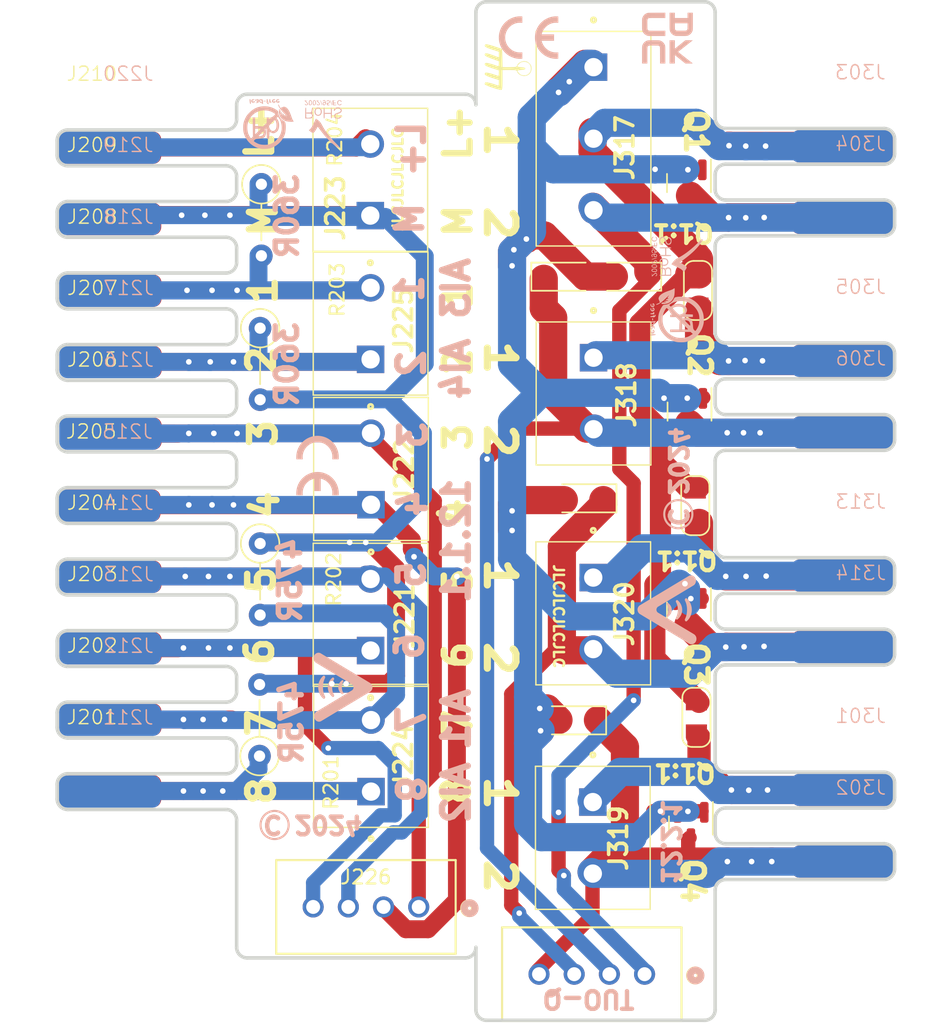
<source format=kicad_pcb>
(kicad_pcb (version 20221018) (generator pcbnew)
  (layers (0 "F.Cu" signal) (31 "B.Cu" signal) (34 "B.Paste" user) (35 "F.Paste" user) (36 "B.SilkS" user "B.Silkscreen") (37 "F.SilkS" user "F.Silkscreen") (38 "B.Mask" user) (39 "F.Mask" user) (44 "Edge.Cuts" user))
  (net 0 "")
  (net 1 "Net-(J306-Pin_1)")
  (net 2 "GNDPWR")
  (net 3 "Net-(J314-Pin_1)")
  (net 4 "Net-(J302-Pin_1)")
  (net 5 "Net-(J304-Pin_1)")
  (net 6 "Net-(J203-Pin_1)")
  (net 7 "Net-(J204-Pin_1)")
  (net 8 "Net-(J205-Pin_1)")
  (net 9 "Net-(J206-Pin_1)")
  (net 10 "M")
  (net 11 "Net-(J210-Pin_1)")
  (net 12 "Net-(J201-Pin_1)")
  (net 13 "Net-(J202-Pin_1)")
  (net 14 "Net-(J207-Pin_1)")
  (net 15 "Net-(J208-Pin_1)")
  (net 16 "Net-(J301-Pin_1)")
  (net 17 "Net-(J303-Pin_1)")
  (net 18 "Net-(J305-Pin_1)")
  (net 19 "Net-(J313-Pin_1)")
  (footprint "Resistor_THT:R_Axial_DIN0207_L6.3mm_D2.5mm_P5.08mm_Vertical" (layer "F.Cu") (at 129.77825 89.942224 -90)
    (fp_text reference "R203")
    (fp_text value "475R")
  )
  (footprint "PCB_Library:Conn_pin_PLC" (layer "F.Cu") (at 169.84 117.98)
    (fp_text reference "J307" hide)
    (fp_text value "Conn_01x01_PAD")
  )
  (footprint "PCB_Library:1729128" (layer "F.Cu") (at 153.46825 92.04 -90)
    (fp_text reference "J318")
    (fp_text value " DB128L-5.08-2P-BK-S" hide)
  )
  (footprint "Package_TO_SOT_SMD:SOT-23" (layer "F.Cu") (at 160.38825 125.265 -90)
    (fp_text reference "D305" hide)
    (fp_text value "BAT54C")
  )
  (footprint "PCB_Library:Conn_pin_PLC" (layer "F.Cu") (at 117.85 112.984446)
    (fp_text reference "J202")
    (fp_text value "Conn_01x01_PAD")
  )
  (footprint "PCB_Library:Conn_pin_PLC" (layer "F.Cu") (at 117.83 118.072224)
    (fp_text reference "J201")
    (fp_text value "Conn_01x01_PAD")
  )
  (footprint "PCB_Library:XY128V-A-5.08-3P" (layer "F.Cu") (at 153.46825 71.405 -90)
    (fp_text reference "J317")
    (fp_text value "DB128L-5.08-3P-BK-S" hide)
  )
  (footprint "Diode_SMD:D_SOD-123F" (layer "F.Cu") (at 151.26075 86.285)
    (fp_text reference "D301" hide)
    (fp_text value "SMF24CA")
  )
  (footprint "PCB_Library:Conn_pin_PLC" (layer "F.Cu") (at 117.85 102.83889)
    (fp_text reference "J204")
    (fp_text value "Conn_01x01_PAD")
  )
  (footprint "PCB_Library:Conn_pin_PLC" (layer "F.Cu") (at 117.83 72.372224)
    (fp_text reference "J210")
    (fp_text value "Conn_01x01_PAD")
  )
  (footprint "PCB_Library:Conn_pin_PLC" (layer "F.Cu") (at 169.85 102.76)
    (fp_text reference "J315" hide)
    (fp_text value "Conn_01x01_PAD")
  )
  (footprint "PCB_Library:1729128" (layer "F.Cu") (at 137.65825 102.482224 90)
    (fp_text reference "J222")
    (fp_text value "DB128L-5.08-2P-BK-S" hide)
  )
  (footprint "PCB_Library:Conn_pin_PLC" (layer "F.Cu") (at 117.86 92.673334)
    (fp_text reference "J206")
    (fp_text value "Conn_01x01_PAD")
  )
  (footprint "Diode_SMD:D_SOD-123F" (layer "F.Cu") (at 152.88825 102.025 180)
    (fp_text reference "D302" hide)
    (fp_text value "SMF24CA")
  )
  (footprint "Resistor_THT:R_Axial_DIN0207_L6.3mm_D2.5mm_P5.08mm_Vertical" (layer "F.Cu") (at 129.77825 105.237224 -90)
    (fp_text reference "R202")
    (fp_text value "360R")
  )
  (footprint "PCB_Library:Conn_pin_PLC" (layer "F.Cu") (at 117.86 87.585556)
    (fp_text reference "J207")
    (fp_text value "Conn_01x01_PAD")
  )
  (footprint "Resistor_THT:R_Axial_DIN0207_L6.3mm_D2.5mm_P5.08mm_Vertical" (layer "F.Cu") (at 129.73825 120.332224 90)
    (fp_text reference "R201")
    (fp_text value "360R")
  )
  (footprint "PCB_Library:1729128" (layer "F.Cu") (at 137.62825 92.157224 90)
    (fp_text reference "J225")
    (fp_text value "DB128L-5.08-2P-BK-S" hide)
  )
  (footprint "Package_TO_SOT_SMD:SOT-23" (layer "F.Cu") (at 160.28825 95.865 -90)
    (fp_text reference "D308" hide)
    (fp_text value "BAT54C")
  )
  (footprint "PCB_Library:SolderJumper-2_P2.6mm_Open_RoundedPad2.0x3mm" (layer "F.Cu") (at 160.77825 117.585 -90)
    (fp_text reference "JP303" hide)
    (fp_text value "SolderJumper_2_Open_PCB")
  )
  (footprint "Package_TO_SOT_SMD:SOT-23" (layer "F.Cu") (at 160.24825 79.635 -90)
    (fp_text reference "D307" hide)
    (fp_text value "BAT54C")
  )
  (footprint "PCB_Library:Conn_pin_PLC" (layer "F.Cu") (at 169.83 87.5)
    (fp_text reference "J311" hide)
    (fp_text value "Conn_01x01_PAD")
  )
  (footprint "PCB_Library:Conn_pin_PLC" (layer "F.Cu") (at 169.82 77.35)
    (fp_text reference "J310" hide)
    (fp_text value "Conn_01x01_PAD")
  )
  (footprint "PCB_Library:SolderJumper-2_P2.6mm_Open_RoundedPad2.0x3mm" (layer "F.Cu") (at 160.88825 87.265 -90)
    (fp_text reference "JP301" hide)
    (fp_text value "SolderJumper_2_Open_PCB")
  )
  (footprint "Diode_SMD:D_SOD-123F" (layer "F.Cu") (at 156.06825 86.285 180)
    (fp_text reference "D304" hide)
    (fp_text value "SMF24CA")
  )
  (footprint "PCB_Library:1729128" (layer "F.Cu") (at 153.41825 123.6 -90)
    (fp_text reference "J319")
    (fp_text value "DB128L-5.08-2P-BK-S" hide)
  )
  (footprint "PCB_Library:SolderJumper-2_P2.6mm_Open_RoundedPad2.0x3mm" (layer "F.Cu") (at 160.69825 102.545 -90)
    (fp_text reference "JP302" hide)
    (fp_text value "SolderJumper_2_Open_PCB")
  )
  (footprint "PCB_Library:1729128" (layer "F.Cu") (at 137.60825 81.947224 90)
    (fp_text reference "J223")
    (fp_text value "DB128L-5.08-2P-BK-S" hide)
  )
  (footprint "PCB_Library:Conn_pin_PLC" (layer "F.Cu") (at 169.84825 107.815)
    (fp_text reference "J316" hide)
    (fp_text value "Conn_01x01_PAD")
  )
  (footprint "PCB_Library:Conn_pin_PLC" (layer "F.Cu") (at 117.83 77.43)
    (fp_text reference "J209")
    (fp_text value "Conn_01x01_PAD")
  )
  (footprint "PCB_Library:1729128" (layer "F.Cu") (at 137.65825 122.857224 90)
    (fp_text reference "J224")
    (fp_text value " DB128L-5.08-2P-BK-S" hide)
  )
  (footprint "PCB_Library:Conn_pin_PLC" (layer "F.Cu") (at 169.82 72.27)
    (fp_text reference "J309" hide)
    (fp_text value "Conn_01x01_PAD")
  )
  (footprint "PCB_Library:Conn_pin_PLC" (layer "F.Cu") (at 169.85 92.59)
    (fp_text reference "J312" hide)
    (fp_text value "Conn_01x01_PAD")
  )
  (footprint "PCB_Library:1729128" (layer "F.Cu") (at 137.62825 112.837224 90)
    (fp_text reference "J221")
    (fp_text value "DB128L-5.08-2P-BK-S" hide)
  )
  (footprint "PCB_Library:CONN_B04B-XASK-1_JST" (layer "F.Cu") (at 141.04825 131.047224)
    (fp_text reference "J226")
    (fp_text value "B04B-XASK-1")
  )
  (footprint "PCB_Library:Conn_pin_PLC" (layer "F.Cu") (at 117.85 82.527778)
    (fp_text reference "J208")
    (fp_text value "Conn_01x01_PAD")
  )
  (footprint "PCB_Library:Conn_pin_PLC" (layer "F.Cu") (at 169.84 123.07)
    (fp_text reference "J308" hide)
    (fp_text value "Conn_01x01_PAD")
  )
  (footprint "PCB_Library:Conn_pin_PLC" (layer "F.Cu") (at 117.86 107.906668)
    (fp_text reference "J203")
    (fp_text value "Conn_01x01_PAD")
  )
  (footprint "Package_TO_SOT_SMD:SOT-23" (layer "F.Cu") (at 160.24825 110.075 -90)
    (fp_text reference "D306" hide)
    (fp_text value "BAT54C")
  )
  (footprint "Resistor_THT:R_Axial_DIN0207_L6.3mm_D2.5mm_P5.08mm_Vertical" (layer "F.Cu") (at 129.86825 79.722224 -90)
    (fp_text reference "R204")
    (fp_text value "475R")
  )
  (footprint "Diode_SMD:D_SOD-123F" (layer "F.Cu") (at 152.15575 117.795 180)
    (fp_text reference "D303" hide)
    (fp_text value "SMF24CA")
  )
  (footprint "PCB_Library:CONN_B04B-XASK-1_JST" (layer "F.Cu") (at 157.09505 135.824601)
    (fp_text reference "J321" hide)
    (fp_text value "B04B-XASK-1")
  )
  (footprint "PCB_Library:Conn_pin_PLC" (layer "F.Cu") (at 117.78 97.781112)
    (fp_text reference "J205")
    (fp_text value "Conn_01x01_PAD")
  )
  (footprint "PCB_Library:1729128" (layer "F.Cu") (at 153.44825 107.655 -90)
    (fp_text reference "J320")
    (fp_text value "DB128L-5.08-2P-BK-S" hide)
  )
  (footprint "PCB_Library:Conn_pin_PLC" (layer "B.Cu") (at 120.4265 113.002224 180)
    (fp_text reference "J212")
    (fp_text value "Conn_01x01_PAD")
  )
  (footprint "PCB_Library:Conn_pin_PLC" (layer "B.Cu") (at 120.3565 97.792224 180)
    (fp_text reference "J215")
    (fp_text value "Conn_01x01_PAD")
  )
  (footprint "PCB_Library:Conn_pin_PLC" (layer "B.Cu") (at 172.4565 102.76 180)
    (fp_text reference "J313")
    (fp_text value "Conn_01x01_PAD")
  )
  (footprint "LOGO" (layer "B.Cu") (at 159.40825 87.195 90)
    (fp_text reference "G***" hide)
    (fp_text value "LOGO" hide)
  )
  (footprint "PCB_Library:Conn_pin_PLC" (layer "B.Cu") (at 120.4365 92.682224 180)
    (fp_text reference "J216")
    (fp_text value "Conn_01x01_PAD")
  )
  (footprint "PCB_Library:Conn_pin_PLC" (layer "B.Cu") (at 172.4265 72.27 180)
    (fp_text reference "J303")
    (fp_text value "Conn_01x01_PAD")
  )
  (footprint "PCB_Library:Conn_pin_PLC" (layer "B.Cu") (at 172.4665 107.83 180)
    (fp_text reference "J314")
    (fp_text value "Conn_01x01_PAD")
  )
  (footprint "PCB_Library:Conn_pin_PLC" (layer "B.Cu") (at 172.4565 123.07 180)
    (fp_text reference "J302")
    (fp_text value "Conn_01x01_PAD")
  )
  (footprint "PCB_Library:Conn_pin_PLC" (layer "B.Cu") (at 172.4465 87.51 180)
    (fp_text reference "J305")
    (fp_text value "Conn_01x01_PAD")
  )
  (footprint "LOGO" (layer "B.Cu") (at 158.75825 69.305)
    (fp_text reference "G***" hide)
    (fp_text value "LOGO" hide)
  )
  (footprint "PCB_Library:Conn_pin_PLC" (layer "B.Cu") (at 120.4365 107.922224 180)
    (fp_text reference "J213")
    (fp_text value "Conn_01x01_PAD")
  )
  (footprint "PCB_Library:Conn_pin_PLC" (layer "B.Cu") (at 172.45 77.35 180)
    (fp_text reference "J304")
    (fp_text value "Conn_01x01_PAD")
  )
  (footprint "PCB_Library:Conn_pin_PLC" (layer "B.Cu") (at 120.4065 77.432224 180)
    (fp_text reference "J219")
    (fp_text value "Conn_01x01_PAD")
  )
  (footprint "LOGO" (layer "B.Cu") (at 149.179126 69.158144)
    (fp_text reference "G***" hide)
    (fp_text value "LOGO" hide)
  )
  (footprint "PCB_Library:Conn_pin_PLC" (layer "B.Cu") (at 120.4265 102.852224 180)
    (fp_text reference "J214")
    (fp_text value "Conn_01x01_PAD")
  )
  (footprint "PCB_Library:Conn_pin_PLC" (layer "B.Cu") (at 120.4265 82.532224 180)
    (fp_text reference "J218")
    (fp_text value "Conn_01x01_PAD")
  )
  (footprint "LOGO" (layer "B.Cu") (at 134.003106 100.027101 -90)
    (fp_text reference "G***" hide)
    (fp_text value "LOGO" hide)
  )
  (footprint "PCB_Library:Conn_pin_PLC" (layer "B.Cu") (at 172.4465 117.98 180)
    (fp_text reference "J301")
    (fp_text value "Conn_01x01_PAD")
  )
  (footprint "PCB_Library:Conn_pin_PLC" (layer "B.Cu") (at 120.4065 72.372224 180)
    (fp_text reference "J220")
    (fp_text value "Conn_01x01_PAD")
  )
  (footprint "LOGO" (layer "B.Cu") (at 132.07825 75.443224)
    (fp_text reference "G***" hide)
    (fp_text value "LOGO" hide)
  )
  (footprint "PCB_Library:Conn_pin_PLC" (layer "B.Cu") (at 120.4365 87.592224 180)
    (fp_text reference "J217")
    (fp_text value "Conn_01x01_PAD")
  )
  (footprint "PCB_Library:Conn_pin_PLC" (layer "B.Cu") (at 172.4665 92.59 180)
    (fp_text reference "J306")
    (fp_text value "Conn_01x01_PAD")
  )
  (footprint "PCB_Library:Conn_pin_PLC" (layer "B.Cu") (at 120.4065 118.092224 180)
    (fp_text reference "J211")
    (fp_text value "Conn_01x01_PAD")
  )
  (gr_line (start 157.894725 110.121757) (end 157.919331 110.138028) (stroke (width 0.00496)) (layer "B.SilkS"))
  (gr_poly (pts (xy 133.575642 113.377657) (xy 133.576103 113.357872) (xy 133.577472 113.338347) (xy 133.579726 113.319105) (xy 133.582841 113.300171) (xy 133.586797 113.281568) (xy 133.591569 113.263321) (xy 133.597135 113.245454) (xy 133.603473 113.227991) (xy 133.610559 113.210957) (xy 133.618372 113.194376) (xy 133.626888 113.178271) (xy 133.636085 113.162667) (xy 133.64594 113.147589) (xy 133.65643 113.13306) (xy 133.667533 113.119105) (xy 133.679226 113.105748) (xy 133.691487 113.093012) (xy 133.704292 113.080923) (xy 133.71762 113.069505) (xy 133.731446 113.058781) (xy 133.74575 113.048776) (xy 133.760507 113.039514) (xy 133.775696 113.031019) (xy 133.791294 113.023315) (xy 133.807277 113.016428) (xy 133.823624 113.01038) (xy 133.840312 113.005196) (xy 133.857318 113.0009) (xy 133.874619 112.997517) (xy 133.892192 112.995071) (xy 133.910016 112.993585) (xy 133.928067 112.993085) (xy 133.936802 112.993188) (xy 133.945519 112.993526) (xy 133.954215 112.994096) (xy 133.962885 112.994899) (xy 133.971524 112.995932) (xy 133.980127 112.997196) (xy 133.988691 112.998688) (xy 133.99721 113.000408) (xy 134.00568 113.002355) (xy 134.014096 113.004529) (xy 134.022454 113.006927) (xy 134.030749 113.009549) (xy 134.038977 113.012394) (xy 134.047133 113.015461) (xy 134.055212 113.01875) (xy 134.06321 113.022258) (xy 134.129282 113.061942) (xy 137.385245 115.015361) (xy 137.568601 115.125891) (xy 137.604518 115.147322) (xy 137.607098 115.148909) (xy 137.625044 115.162516) (xy 137.642028 115.177084) (xy 137.658022 115.192559) (xy 137.673001 115.208889) (xy 137.686936 115.226023) (xy 137.699802 115.243908) (xy 137.71157 115.26249) (xy 137.722214 115.281719) (xy 137.731708 115.301541) (xy 137.740022 115.321905) (xy 137.747132 115.342757) (xy 137.75301 115.364046) (xy 137.757629 115.385719) (xy 137.760961 115.407724) (xy 137.76298 115.430008) (xy 137.763659 115.452519) (xy 137.76298 115.47503) (xy 137.760961 115.497314) (xy 137.757629 115.519318) (xy 137.75301 115.540991) (xy 137.747132 115.56228) (xy 137.740022 115.583133) (xy 137.731708 115.603496) (xy 137.722214 115.623318) (xy 137.71157 115.642547) (xy 137.699802 115.66113) (xy 137.686936 115.679014) (xy 137.673001 115.696148) (xy 137.658022 115.712478) (xy 137.642028 115.727954) (xy 137.625044 115.742521) (xy 137.607098 115.756128) (xy 137.60676 115.756329) (xy 137.606427 115.756536) (xy 137.606098 115.75675) (xy 137.605773 115.75697) (xy 137.605452 115.757196) (xy 137.605136 115.757429) (xy 137.604825 115.757669) (xy 137.604518 115.757914) (xy 137.568601 115.779345) (xy 137.384848 115.889676) (xy 134.160834 117.824244) (xy 134.105867 117.857383) (xy 134.097521 117.861322) (xy 134.08908 117.865018) (xy 134.080547 117.86847) (xy 134.071929 117.871676) (xy 134.06323 117.874635) (xy 134.054457 117.877345) (xy 134.045614 117.879806) (xy 134.036707 117.882017) (xy 134.027741 117.883975) (xy 134.018722 117.88568) (xy 134.009655 117.887131) (xy 134.000545 117.888325) (xy 133.991398 117.889263) (xy 133.982218 117.889943) (xy 133.973013 117.890363) (xy 133.963786 117.890522) (xy 133.945629 117.89002) (xy 133.927713 117.888531) (xy 133.910057 117.886079) (xy 133.892686 117.882687) (xy 133.87562 117.878381) (xy 133.858883 117.873185) (xy 133.842495 117.867122) (xy 133.826479 117.860217) (xy 133.810858 117.852494) (xy 133.795652 117.843977) (xy 133.780886 117.83469) (xy 133.766579 117.824658) (xy 133.752755 117.813905) (xy 133.739436 117.802455) (xy 133.726643 117.790333) (xy 133.714399 117.777561) (xy 133.702726 117.764165) (xy 133.691646 117.75017) (xy 133.681182 117.735598) (xy 133.671354 117.720474) (xy 133.662185 117.704823) (xy 133.653698 117.688668) (xy 133.645915 117.672034) (xy 133.638857 117.654945) (xy 133.632546 117.637426) (xy 133.627005 117.6195) (xy 133.622256 117.601191) (xy 133.618321 117.582524) (xy 133.615222 117.563524) (xy 133.612981 117.544213) (xy 133.611621 117.524617) (xy 133.611162 117.504759) (xy 133.611533 117.482501) (xy 133.613133 117.46042) (xy 133.61594 117.438562) (xy 133.619934 117.416973) (xy 133.625093 117.395698) (xy 133.631398 117.374782) (xy 133.638827 117.354271) (xy 133.64736 117.334211) (xy 133.656975 117.314646) (xy 133.667652 117.295622) (xy 133.67937 117.277186) (xy 133.692108 117.259381) (xy 133.705846 117.242255) (xy 133.720562 117.225851) (xy 133.736236 117.210216) (xy 133.752846 117.195395) (xy 133.753839 117.195395) (xy 133.837976 117.144198) (xy 136.275186 115.681714) (xy 136.28159 115.678827) (xy 136.287889 115.675732) (xy 136.294079 115.67243) (xy 136.300154 115.668926) (xy 136.306109 115.665222) (xy 136.31194 115.661321) (xy 136.317641 115.657226) (xy 136.323207 115.652941) (xy 136.333952 115.643621) (xy 136.344121 115.633783) (xy 136.353699 115.623454) (xy 136.362674 115.612661) (xy 136.371032 115.601432) (xy 136.378759 115.589795) (xy 136.385842 115.577777) (xy 136.392269 115.565405) (xy 136.398024 115.552708) (xy 136.403096 115.539712) (xy 136.40747 115.526446) (xy 136.411134 115.512936) (xy 136.414074 115.499211) (xy 136.416276 115.485297) (xy 136.417727 115.471223) (xy 136.418414 115.457016) (xy 136.418326 115.442792) (xy 136.417468 115.42867) (xy 136.415854 115.414676) (xy 136.413495 115.400839) (xy 136.410403 115.387187) (xy 136.406592 115.373748) (xy 136.402072 115.36055) (xy 136.396856 115.347622) (xy 136.390956 115.334991) (xy 136.384385 115.322685) (xy 136.377155 115.310733) (xy 136.369278 115.299162) (xy 136.360765 115.288001) (xy 136.351631 115.277277) (xy 136.341885 115.26702) (xy 136.331542 115.257256) (xy 136.303562 115.239199) (xy 136.280345 115.224117) (xy 136.276441 115.222334) (xy 136.272482 115.22057) (xy 136.268485 115.218843) (xy 136.26447 115.217172) (xy 133.780826 113.727105) (xy 133.768916 113.720472) (xy 133.7573 113.71346) (xy 133.745986 113.706081) (xy 133.734979 113.698344) (xy 133.724284 113.690259) (xy 133.713909 113.681837) (xy 133.703858 113.673087) (xy 133.694139 113.66402) (xy 133.684756 113.654646) (xy 133.675716 113.644975) (xy 133.667025 113.635017) (xy 133.658689 113.624783) (xy 133.650713 113.614283) (xy 133.643104 113.603526) (xy 133.635868 113.592523) (xy 133.62901 113.581284) (xy 133.622537 113.569819) (xy 133.616454 113.558138) (xy 133.610768 113.546252) (xy 133.605484 113.534171) (xy 133.600609 113.521905) (xy 133.596148 113.509463) (xy 133.592108 113.496857) (xy 133.588493 113.484096) (xy 133.585311 113.47119) (xy 133.582568 113.45815) (xy 133.580268 113.444986) (xy 133.578419 113.431708) (xy 133.577025 113.418325) (xy 133.576094 113.404849) (xy 133.575631 113.39129)) (fill solid) (layer "B.SilkS"))
  (gr_poly (pts (xy 135.330386 115.405765) (xy 135.333798 115.369939) (xy 135.339404 115.334775) (xy 135.34714 115.300324) (xy 135.356939 115.266638) (xy 135.368737 115.233769) (xy 135.382468 115.201769) (xy 135.398067 115.170688) (xy 135.415468 115.14058) (xy 135.434605 115.111496) (xy 135.455414 115.083487) (xy 135.477829 115.056605) (xy 135.501785 115.030903) (xy 135.527216 115.006431) (xy 135.554057 114.983242) (xy 135.582242 114.961387) (xy 135.602085 114.946901) (xy 135.60407 114.946901) (xy 135.605669 114.946182) (xy 135.607283 114.945501) (xy 135.608911 114.94486) (xy 135.610553 114.944258) (xy 135.612208 114.943695) (xy 135.613875 114.943171) (xy 135.615553 114.942688) (xy 135.617243 114.942244) (xy 135.618942 114.941841) (xy 135.62065 114.941477) (xy 135.622368 114.941155) (xy 135.624093 114.940872) (xy 135.625825 114.940631) (xy 135.627563 114.94043) (xy 135.629308 114.940271) (xy 135.631057 114.940153) (xy 135.63425 114.940224) (xy 135.637409 114.940436) (xy 135.640533 114.940787) (xy 135.643618 114.941274) (xy 135.64666 114.941894) (xy 135.649656 114.942644) (xy 135.652602 114.943521) (xy 135.655496 114.944523) (xy 135.658334 114.945646) (xy 135.661112 114.946888) (xy 135.663827 114.948246) (xy 135.666475 114.949717) (xy 135.669054 114.951299) (xy 135.67156 114.952987) (xy 135.67399 114.954781) (xy 135.67634 114.956675) (xy 135.678606 114.958669) (xy 135.680786 114.960759) (xy 135.682875 114.962941) (xy 135.684872 114.965215) (xy 135.686771 114.967575) (xy 135.688571 114.97002) (xy 135.690267 114.972547) (xy 135.691856 114.975152) (xy 135.693334 114.977834) (xy 135.694699 114.980588) (xy 135.695947 114.983414) (xy 135.697075 114.986306) (xy 135.698078 114.989263) (xy 135.698954 114.992282) (xy 135.6997 114.99536) (xy 135.700312 114.998494) (xy 135.700654 115.000159) (xy 135.700948 115.001833) (xy 135.701194 115.003514) (xy 135.701392 115.005201) (xy 135.701542 115.006893) (xy 135.701643 115.008588) (xy 135.701697 115.010287) (xy 135.701701 115.011988) (xy 135.701701 115.013178) (xy 135.701797 115.014466) (xy 135.701866 115.015756) (xy 135.701908 115.017047) (xy 135.701921 115.018338) (xy 135.701908 115.019629) (xy 135.701866 115.020919) (xy 135.701797 115.022209) (xy 135.701701 115.023497) (xy 135.701399 115.0245) (xy 135.701113 115.025508) (xy 135.700841 115.026519) (xy 135.700585 115.027535) (xy 135.700345 115.028554) (xy 135.70012 115.029577) (xy 135.699911 115.030603) (xy 135.699717 115.031633) (xy 135.697335 115.037586) (xy 135.697079 115.03831) (xy 135.696804 115.039026) (xy 135.696509 115.039734) (xy 135.696196 115.040434) (xy 135.695864 115.041125) (xy 135.695513 115.041807) (xy 135.695143 115.04248) (xy 135.694756 115.043142) (xy 135.69374 115.044557) (xy 135.692771 115.045973) (xy 135.69184 115.047394) (xy 135.690936 115.048823) (xy 135.689175 115.051709) (xy 135.687414 115.054652) (xy 135.687059 115.055203) (xy 135.686691 115.055747) (xy 135.686312 115.056281) (xy 135.68592 115.056807) (xy 135.685517 115.057324) (xy 135.685102 115.057832) (xy 135.684676 115.05833) (xy 135.684238 115.058819) (xy 135.683214 115.059999) (xy 135.68217 115.061161) (xy 135.681106 115.062305) (xy 135.680023 115.063432) (xy 135.678922 115.064539) (xy 135.677802 115.065628) (xy 135.676664 115.066698) (xy 135.675507 115.067749) (xy 135.676143 115.06729) (xy 135.67677 115.06682) (xy 135.67739 115.06634) (xy 135.678001 115.06585) (xy 135.678603 115.06535) (xy 135.679197 115.064839) (xy 135.679782 115.064319) (xy 135.680358 115.06379) (xy 135.680926 115.06325) (xy 135.681484 115.062702) (xy 135.682033 115.062143) (xy 135.682572 115.061576) (xy 135.683103 115.060999) (xy 135.683623 115.060414) (xy 135.684134 115.059819) (xy 135.684635 115.059216) (xy 135.660829 115.104843) (xy 135.640242 115.151572) (xy 135.622871 115.199242) (xy 135.608718 115.247694) (xy 135.597779 115.296766) (xy 135.590056 115.3463) (xy 135.585546 115.396134) (xy 135.584248 115.446108) (xy 135.586162 115.496063) (xy 135.591286 115.545837) (xy 135.59962 115.595272) (xy 135.611162 115.644206) (xy 135.625912 115.692479) (xy 135.643869 115.739932) (xy 135.665031 115.786403) (xy 135.689398 115.831733) (xy 135.689953 115.832448) (xy 135.690485 115.833179) (xy 135.690994 115.833927) (xy 135.691478 115.83469) (xy 135.691938 115.835467) (xy 135.692373 115.83626) (xy 135.692783 115.837066) (xy 135.693168 115.837885) (xy 135.69432 115.839919) (xy 135.695401 115.841988) (xy 135.696409 115.844088) (xy 135.697344 115.846218) (xy 135.698206 115.848375) (xy 135.698994 115.850559) (xy 135.699707 115.852767) (xy 135.700346 115.854997) (xy 135.700909 115.857248) (xy 135.701396 115.859516) (xy 135.701806 115.861801) (xy 135.70214 115.864101) (xy 135.702396 115.866413) (xy 135.702574 115.868736) (xy 135.702673 115.871067) (xy 135.702693 115.873405) (xy 135.702646 115.876886) (xy 135.702428 115.880345) (xy 135.702041 115.883777) (xy 135.701486 115.887175) (xy 135.700767 115.890534) (xy 135.699886 115.893848) (xy 135.698845 115.897111) (xy 135.697647 115.900318) (xy 135.696293 115.903463) (xy 135.694787 115.906539) (xy 135.69313 115.909541) (xy 135.691325 115.912464) (xy 135.689374 115.915301) (xy 135.687279 115.918046) (xy 135.685044 115.920695) (xy 135.682669 115.92324) (xy 135.680171 115.925665) (xy 135.677567 115.927953) (xy 135.674864 115.930101) (xy 135.672066 115.932108) (xy 135.669179 115.933971) (xy 135.666211 115.935687) (xy 135.663165 115.937254) (xy 135.660048 115.938669) (xy 135.656865 115.939931) (xy 135.653623 115.941036) (xy 135.650327 115.941983) (xy 135.646983 115.942768) (xy 135.643597 115.943389) (xy 135.640174 115.943845) (xy 135.636719 115.944132) (xy 135.63324 115.944247) (xy 135.631135 115.944201) (xy 135.629036 115.94409) (xy 135.626944 115.943914) (xy 135.624862 115.943673) (xy 135.622789 115.943369) (xy 135.620729 115.943001) (xy 135.618682 115.942571) (xy 135.616649 115.942077) (xy 135.614633 115.941521) (xy 135.612634 115.940903) (xy 135.610654 115.940223) (xy 135.608695 115.939482) (xy 135.606758 115.93868) (xy 135.604844 115.937818) (xy 135.602956 115.936895) (xy 135.601093 115.935913) (xy 135.599373 115.93477) (xy 135.597639 115.933581) (xy 135.595896 115.932355) (xy 135.594148 115.931101) (xy 135.590657 115.928546) (xy 135.587203 115.925991) (xy 135.558504 115.90407) (xy 135.531166 115.880762) (xy 135.505257 115.856126) (xy 135.480843 115.830223) (xy 135.457994 115.803112) (xy 135.436776 115.774853) (xy 135.417257 115.745504) (xy 135.399506 115.715126) (xy 135.383589 115.683779) (xy 135.369574 115.651521) (xy 135.35753 115.618413) (xy 135.347524 115.584514) (xy 135.339624 115.549884) (xy 135.333897 115.514582) (xy 135.331869 115.496697) (xy 135.330411 115.478667) (xy 135.32953 115.460499) (xy 135.329234 115.4422)) (fill solid) (layer "B.SilkS"))
  (gr_circle (center 130.80825 125.227224) (end 130.80825 124.227224) (stroke (width 0.15)) (fill none) (layer "B.SilkS"))
  (gr_poly (pts (xy 160.450464 110.004575) (xy 160.445942 110.06337) (xy 160.438508 110.121054) (xy 160.428245 110.177545) (xy 160.415235 110.232764) (xy 160.399562 110.286628) (xy 160.381309 110.339057) (xy 160.360559 110.38997) (xy 160.337395 110.439285) (xy 160.311901 110.486921) (xy 160.284159 110.532797) (xy 160.254252 110.576833) (xy 160.222265 110.618946) (xy 160.188279 110.659057) (xy 160.152378 110.697083) (xy 160.114645 110.732944) (xy 160.114645 110.734135) (xy 160.108112 110.739973) (xy 160.101375 110.745867) (xy 160.087658 110.757749) (xy 160.087354 110.757976) (xy 160.087044 110.758196) (xy 160.086729 110.758407) (xy 160.086409 110.75861) (xy 160.086084 110.758804) (xy 160.085753 110.75899) (xy 160.085418 110.759168) (xy 160.085078 110.759337) (xy 160.083032 110.760435) (xy 160.080957 110.761471) (xy 160.078856 110.762445) (xy 160.076729 110.763356) (xy 160.074578 110.764204) (xy 160.072406 110.764989) (xy 160.070212 110.76571) (xy 160.067998 110.766366) (xy 160.065767 110.766958) (xy 160.063518 110.767485) (xy 160.061255 110.767946) (xy 160.058977 110.768342) (xy 160.056687 110.768671) (xy 160.054386 110.768934) (xy 160.052075 110.76913) (xy 160.049756 110.769258) (xy 160.045464 110.769138) (xy 160.041221 110.768781) (xy 160.037031 110.768193) (xy 160.0329 110.767378) (xy 160.028831 110.766342) (xy 160.024828 110.765089) (xy 160.020896 110.763626) (xy 160.017039 110.761956) (xy 160.013261 110.760086) (xy 160.009566 110.75802) (xy 160.005959 110.755763) (xy 160.002443 110.753321) (xy 159.999023 110.750698) (xy 159.995704 110.7479) (xy 159.992488 110.744932) (xy 159.989382 110.741799) (xy 159.986388 110.738506) (xy 159.983511 110.735059) (xy 159.980755 110.731461) (xy 159.978125 110.72772) (xy 159.975624 110.723839) (xy 159.973258 110.719823) (xy 159.971029 110.715679) (xy 159.968943 110.71141) (xy 159.967003 110.707023) (xy 159.965214 110.702522) (xy 159.963579 110.697912) (xy 159.962104 110.693199) (xy 159.960793 110.688387) (xy 159.959648 110.683482) (xy 159.958676 110.678489) (xy 159.95788 110.673413) (xy 159.957338 110.670692) (xy 159.956873 110.667958) (xy 159.956484 110.665214) (xy 159.956172 110.66246) (xy 159.955937 110.659699) (xy 159.95578 110.656932) (xy 159.9557 110.65416) (xy 159.955697 110.651386) (xy 159.955697 110.648013) (xy 159.955737 110.645892) (xy 159.955823 110.643773) (xy 159.955954 110.641657) (xy 159.95613 110.639545) (xy 159.956351 110.637437) (xy 159.956617 110.635334) (xy 159.956928 110.633237) (xy 159.957284 110.631146) (xy 159.957307 110.630292) (xy 159.957371 110.629442) (xy 159.957471 110.628597) (xy 159.957604 110.627753) (xy 159.957763 110.626913) (xy 159.957944 110.626074) (xy 159.958351 110.624399) (xy 159.95921 110.621044) (xy 159.959405 110.620201) (xy 159.959582 110.619355) (xy 159.959737 110.618505) (xy 159.959864 110.617652) (xy 159.962841 110.608127) (xy 159.963208 110.606956) (xy 159.963598 110.605793) (xy 159.964011 110.604639) (xy 159.964447 110.603492) (xy 159.964905 110.602355) (xy 159.965385 110.601227) (xy 159.965888 110.600108) (xy 159.966413 110.598999) (xy 159.967753 110.596581) (xy 159.969059 110.594145) (xy 159.970328 110.59169) (xy 159.971562 110.589218) (xy 159.97276 110.586728) (xy 159.973922 110.58422) (xy 159.975047 110.581696) (xy 159.976136 110.579155) (xy 159.976586 110.578269) (xy 159.977056 110.577395) (xy 159.977547 110.576532) (xy 159.978058 110.575682) (xy 159.97859 110.574844) (xy 159.979141 110.574019) (xy 159.979712 110.573207) (xy 159.980303 110.572408) (xy 159.981658 110.570488) (xy 159.983045 110.568592) (xy 159.984463 110.566719) (xy 159.985912 110.56487) (xy 159.987391 110.563046) (xy 159.988901 110.561246) (xy 159.990441 110.559472) (xy 159.992011 110.557723) (xy 159.991143 110.558513) (xy 159.990288 110.559315) (xy 159.989445 110.56013) (xy 159.988615 110.560958) (xy 159.987798 110.561798) (xy 159.986994 110.56265) (xy 159.986204 110.563514) (xy 159.985427 110.564391) (xy 159.984663 110.565279) (xy 159.983913 110.566178) (xy 159.983177 110.56709) (xy 159.982455 110.568012) (xy 159.981747 110.568946) (xy 159.981053 110.569891) (xy 159.980373 110.570847) (xy 159.979708 110.571813) (xy 159.995045 110.538961) (xy 160.009563 110.505093) (xy 160.023239 110.470248) (xy 160.036049 110.43446) (xy 160.047969 110.397767) (xy 160.058976 110.360204) (xy 160.069047 110.321808) (xy 160.078158 110.282615) (xy 160.086285 110.242662) (xy 160.093404 110.201985) (xy 160.099493 110.16062) (xy 160.104528 110.118603) (xy 160.108485 110.075972) (xy 160.111341 110.032762) (xy 160.113071 109.989009) (xy 160.113653 109.94475) (xy 160.113041 109.899593) (xy 160.111223 109.854933) (xy 160.108223 109.810812) (xy 160.104069 109.767273) (xy 160.098786 109.724357) (xy 160.0924 109.682106) (xy 160.084936 109.640562) (xy 160.076421 109.599767) (xy 160.066881 109.559762) (xy 160.056341 109.52059) (xy 160.044827 109.482293) (xy 160.032365 109.444911) (xy 160.018981 109.408488) (xy 160.004701 109.373064) (xy 159.989551 109.338683) (xy 159.973556 109.305385) (xy 159.973157 109.3048) (xy 159.972769 109.304208) (xy 159.972392 109.303609) (xy 159.972027 109.303003) (xy 159.971675 109.302391) (xy 159.971333 109.301772) (xy 159.971004 109.301147) (xy 159.970687 109.300515) (xy 159.970382 109.299878) (xy 159.97009 109.299235) (xy 159.969809 109.298586) (xy 159.969541 109.297932) (xy 159.969286 109.297272) (xy 159.969043 109.296608) (xy 159.968813 109.295939) (xy 159.968595 109.295265) (xy 159.967014 109.291857) (xy 159.965533 109.288411) (xy 159.964154 109.284928) (xy 159.962877 109.28141) (xy 159.961702 109.27786) (xy 159.960631 109.274279) (xy 159.959663 109.270671) (xy 159.958799 109.267038) (xy 159.95804 109.263381) (xy 159.957386 109.259703) (xy 159.956838 109.256006) (xy 159.956395 109.252293) (xy 159.956059 109.248566) (xy 159.955831 109.244826) (xy 159.95571 109.241077) (xy 159.955697 109.237321) (xy 159.955817 109.231331) (xy 159.956175 109.225422) (xy 159.956764 109.2196) (xy 159.957579 109.213873) (xy 159.959861 109.202733) (xy 159.962974 109.192058) (xy 159.966872 109.181907) (xy 159.971509 109.172336) (xy 159.976836 109.163404) (xy 159.982808 109.155168) (xy 159.986022 109.151328) (xy 159.989378 109.147685) (xy 159.992873 109.144244) (xy 159.996499 109.141013) (xy 160.000251 109.137999) (xy 160.004123 109.135209) (xy 160.00811 109.132651) (xy 160.012205 109.130332) (xy 160.016403 109.128259) (xy 160.020697 109.126438) (xy 160.025083 109.124878) (xy 160.029553 109.123586) (xy 160.034103 109.122568) (xy 160.038726 109.121832) (xy 160.043417 109.121385) (xy 160.048169 109.121235) (xy 160.051043 109.121331) (xy 160.053905 109.121531) (xy 160.056753 109.121834) (xy 160.059583 109.122238) (xy 160.062394 109.122744) (xy 160.065181 109.123349) (xy 160.067944 109.124054) (xy 160.070678 109.124857) (xy 160.073382 109.125758) (xy 160.076053 109.126756) (xy 160.078688 109.127849) (xy 160.081284 109.129038) (xy 160.083839 109.130321) (xy 160.08635 109.131698) (xy 160.088814 109.133167) (xy 160.09123 109.134729) (xy 160.093537 109.136681) (xy 160.095843 109.138666) (xy 160.100457 109.142716) (xy 160.105071 109.146839) (xy 160.109684 109.151) (xy 160.147865 109.186924) (xy 160.184215 109.225127) (xy 160.218646 109.265511) (xy 160.251071 109.30798) (xy 160.281404 109.352436) (xy 160.309556 109.398782) (xy 160.335441 109.44692) (xy 160.358972 109.496753) (xy 160.38006 109.548184) (xy 160.39862 109.601114) (xy 160.414564 109.655448) (xy 160.427805 109.711087) (xy 160.438255 109.767934) (xy 160.445827 109.825892) (xy 160.450434 109.884863) (xy 160.451989 109.94475)) (fill solid) (layer "B.SilkS"))
  (gr_poly (pts (xy 159.027048 109.982376) (xy 159.023636 110.018202) (xy 159.01803 110.053366) (xy 159.010294 110.087817) (xy 159.000495 110.121503) (xy 158.988697 110.154372) (xy 158.974966 110.186372) (xy 158.959367 110.217453) (xy 158.941966 110.247561) (xy 158.922829 110.276645) (xy 158.90202 110.304654) (xy 158.879605 110.331536) (xy 158.855649 110.357238) (xy 158.830218 110.38171) (xy 158.803377 110.404899) (xy 158.775192 110.426754) (xy 158.755349 110.44124) (xy 158.753364 110.44124) (xy 158.751765 110.441959) (xy 158.750151 110.44264) (xy 158.748523 110.443281) (xy 158.746881 110.443883) (xy 158.745226 110.444446) (xy 158.743559 110.44497) (xy 158.741881 110.445453) (xy 158.740191 110.445897) (xy 158.738492 110.4463) (xy 158.736784 110.446664) (xy 158.735066 110.446986) (xy 158.733341 110.447269) (xy 158.731609 110.44751) (xy 158.729871 110.447711) (xy 158.728126 110.44787) (xy 158.726377 110.447988) (xy 158.723184 110.447917) (xy 158.720025 110.447705) (xy 158.716901 110.447354) (xy 158.713816 110.446867) (xy 158.710774 110.446247) (xy 158.707778 110.445497) (xy 158.704832 110.44462) (xy 158.701938 110.443618) (xy 158.6991 110.442495) (xy 158.696322 110.441253) (xy 158.693607 110.439895) (xy 158.690959 110.438424) (xy 158.68838 110.436842) (xy 158.685874 110.435154) (xy 158.683444 110.43336) (xy 158.681094 110.431466) (xy 158.678828 110.429472) (xy 158.676648 110.427382) (xy 158.674559 110.4252) (xy 158.672562 110.422926) (xy 158.670663 110.420566) (xy 158.668863 110.418121) (xy 158.667167 110.415594) (xy 158.665578 110.412989) (xy 158.6641 110.410307) (xy 158.662735 110.407553) (xy 158.661487 110.404727) (xy 158.660359 110.401835) (xy 158.659356 110.398878) (xy 158.65848 110.395859) (xy 158.657734 110.392781) (xy 158.657122 110.389647) (xy 158.65678 110.387982) (xy 158.656486 110.386308) (xy 158.65624 110.384627) (xy 158.656042 110.38294) (xy 158.655892 110.381248) (xy 158.655791 110.379553) (xy 158.655737 110.377854) (xy 158.655733 110.376153) (xy 158.655733 110.374963) (xy 158.655637 110.373675) (xy 158.655568 110.372385) (xy 158.655526 110.371094) (xy 158.655513 110.369803) (xy 158.655526 110.368512) (xy 158.655568 110.367222) (xy 158.655637 110.365932) (xy 158.655733 110.364644) (xy 158.656035 110.363641) (xy 158.656321 110.362633) (xy 158.656593 110.361622) (xy 158.656849 110.360606) (xy 158.657089 110.359587) (xy 158.657314 110.358564) (xy 158.657523 110.357538) (xy 158.657717 110.356508) (xy 158.660099 110.350555) (xy 158.660355 110.349831) (xy 158.66063 110.349115) (xy 158.660925 110.348407) (xy 158.661238 110.347707) (xy 158.66157 110.347016) (xy 158.661921 110.346334) (xy 158.662291 110.345661) (xy 158.662678 110.344999) (xy 158.663694 110.343584) (xy 158.664663 110.342168) (xy 158.665594 110.340747) (xy 158.666498 110.339318) (xy 158.668259 110.336432) (xy 158.67002 110.333489) (xy 158.670375 110.332938) (xy 158.670743 110.332394) (xy 158.671122 110.33186) (xy 158.671514 110.331334) (xy 158.671917 110.330817) (xy 158.672332 110.330309) (xy 158.672758 110.329811) (xy 158.673196 110.329322) (xy 158.67422 110.328142) (xy 158.675264 110.32698) (xy 158.676328 110.325836) (xy 158.677411 110.324709) (xy 158.678512 110.323602) (xy 158.679632 110.322513) (xy 158.68077 110.321443) (xy 158.681927 110.320392) (xy 158.681291 110.320851) (xy 158.680664 110.321321) (xy 158.680044 110.321801) (xy 158.679433 110.322291) (xy 158.678831 110.322791) (xy 158.678237 110.323302) (xy 158.677652 110.323822) (xy 158.677076 110.324351) (xy 158.676508 110.324891) (xy 158.67595 110.325439) (xy 158.675401 110.325998) (xy 158.674862 110.326565) (xy 158.674331 110.327142) (xy 158.673811 110.327727) (xy 158.6733 110.328322) (xy 158.672799 110.328925) (xy 158.696605 110.283298) (xy 158.717192 110.236569) (xy 158.734563 110.188899) (xy 158.748716 110.140447) (xy 158.759655 110.091375) (xy 158.767378 110.041841) (xy 158.771888 109.992007) (xy 158.773186 109.942033) (xy 158.771272 109.892078) (xy 158.766148 109.842304) (xy 158.757814 109.792869) (xy 158.746272 109.743935) (xy 158.731522 109.695662) (xy 158.713565 109.648209) (xy 158.692403 109.601738) (xy 158.668036 109.556408) (xy 158.667481 109.555693) (xy 158.666949 109.554962) (xy 158.66644 109.554214) (xy 158.665956 109.553451) (xy 158.665496 109.552674) (xy 158.665061 109.551881) (xy 158.664651 109.551075) (xy 158.664266 109.550256) (xy 158.663114 109.548222) (xy 158.662033 109.546153) (xy 158.661025 109.544053) (xy 158.66009 109.541923) (xy 158.659228 109.539766) (xy 158.65844 109.537582) (xy 158.657727 109.535374) (xy 158.657088 109.533144) (xy 158.656525 109.530893) (xy 158.656038 109.528625) (xy 158.655628 109.52634) (xy 158.655294 109.52404) (xy 158.655038 109.521728) (xy 158.65486 109.519405) (xy 158.654761 109.517074) (xy 158.654741 109.514736) (xy 158.654788 109.511255) (xy 158.655006 109.507796) (xy 158.655393 109.504364) (xy 158.655948 109.500966) (xy 158.656667 109.497607) (xy 158.657548 109.494293) (xy 158.658589 109.49103) (xy 158.659787 109.487823) (xy 158.661141 109.484678) (xy 158.662647 109.481602) (xy 158.664304 109.4786) (xy 158.666109 109.475677) (xy 158.66806 109.47284) (xy 158.670155 109.470095) (xy 158.67239 109.467446) (xy 158.674765 109.464901) (xy 158.677263 109.462476) (xy 158.679867 109.460188) (xy 158.68257 109.45804) (xy 158.685368 109.456033) (xy 158.688255 109.45417) (xy 158.691223 109.452454) (xy 158.694269 109.450887) (xy 158.697386 109.449472) (xy 158.700569 109.44821) (xy 158.703811 109.447105) (xy 158.707107 109.446158) (xy 158.710451 109.445373) (xy 158.713837 109.444752) (xy 158.71726 109.444296) (xy 158.720715 109.444009) (xy 158.724194 109.443894) (xy 158.726299 109.44394) (xy 158.728398 109.444051) (xy 158.73049 109.444227) (xy 158.732572 109.444468) (xy 158.734645 109.444772) (xy 158.736705 109.44514) (xy 158.738752 109.44557) (xy 158.740785 109.446064) (xy 158.742801 109.44662) (xy 158.7448 109.447238) (xy 158.74678 109.447918) (xy 158.748739 109.448659) (xy 158.750676 109.449461) (xy 158.75259 109.450323) (xy 158.754478 109.451246) (xy 158.756341 109.452228) (xy 158.758061 109.453371) (xy 158.759795 109.45456) (xy 158.761538 109.455786) (xy 158.763286 109.45704) (xy 158.766777 109.459595) (xy 158.770231 109.46215) (xy 158.79893 109.484071) (xy 158.826268 109.507379) (xy 158.852177 109.532015) (xy 158.876591 109.557918) (xy 158.89944 109.585029) (xy 158.920658 109.613288) (xy 158.940177 109.642637) (xy 158.957928 109.673015) (xy 158.973845 109.704362) (xy 158.98786 109.73662) (xy 158.999904 109.769728) (xy 159.00991 109.803627) (xy 159.01781 109.838257) (xy 159.023537 109.873559) (xy 159.025565 109.891444) (xy 159.027023 109.909474) (xy 159.027904 109.927642) (xy 159.0282 109.945941)) (fill solid) (layer "B.SilkS"))
  (gr_circle (center 159.492251 103.152999) (end 158.492251 103.152999) (stroke (width 0.15)) (fill none) (layer "B.SilkS"))
  (gr_poly (pts (xy 134.591751 115.398256) (xy 134.595482 115.350675) (xy 134.601769 115.303577) (xy 134.610566 115.257055) (xy 134.621831 115.211205) (xy 134.63552 115.166121) (xy 134.651591 115.121898) (xy 134.67 115.07863) (xy 134.690703 115.036412) (xy 134.713658 114.995339) (xy 134.738821 114.955505) (xy 134.766149 114.917004) (xy 134.795598 114.879931) (xy 134.827126 114.844381) (xy 134.860688 114.810449) (xy 134.896243 114.778229) (xy 134.902264 114.773286) (xy 134.908397 114.768307) (xy 134.914605 114.763327) (xy 134.920849 114.758385) (xy 134.920966 114.758271) (xy 134.921086 114.75816) (xy 134.921209 114.758053) (xy 134.921335 114.757949) (xy 134.921463 114.757849) (xy 134.921595 114.757753) (xy 134.921728 114.75766) (xy 134.921864 114.75757) (xy 134.922003 114.757485) (xy 134.922143 114.757403) (xy 134.922286 114.757325) (xy 134.922431 114.757252) (xy 134.922579 114.757182) (xy 134.922728 114.757116) (xy 134.922879 114.757054) (xy 134.923032 114.756996) (xy 134.924966 114.756005) (xy 134.926923 114.755069) (xy 134.928903 114.754188) (xy 134.930904 114.753362) (xy 134.932926 114.752592) (xy 134.934967 114.751877) (xy 134.937026 114.751218) (xy 134.939102 114.750616) (xy 134.941193 114.750071) (xy 134.943299 114.749582) (xy 134.945418 114.749151) (xy 134.947549 114.748778) (xy 134.949691 114.748462) (xy 134.951843 114.748205) (xy 134.954003 114.748007) (xy 134.956171 114.747867) (xy 134.960266 114.748207) (xy 134.964307 114.748728) (xy 134.96829 114.749427) (xy 134.97221 114.750299) (xy 134.976064 114.75134) (xy 134.979848 114.752546) (xy 134.983556 114.753913) (xy 134.987186 114.755438) (xy 134.990732 114.757115) (xy 134.994191 114.758941) (xy 134.997559 114.760913) (xy 135.00083 114.763025) (xy 135.004002 114.765274) (xy 135.00707 114.767656) (xy 135.010029 114.770167) (xy 135.012876 114.772802) (xy 135.015606 114.775558) (xy 135.018215 114.778431) (xy 135.0207 114.781416) (xy 135.023055 114.78451) (xy 135.025276 114.787709) (xy 135.027361 114.791008) (xy 135.029303 114.794403) (xy 135.031099 114.797891) (xy 135.032745 114.801466) (xy 135.034237 114.805127) (xy 135.035571 114.808867) (xy 135.036741 114.812684) (xy 135.037745 114.816573) (xy 135.038578 114.82053) (xy 135.039236 114.824551) (xy 135.039714 114.828631) (xy 135.040169 114.830936) (xy 135.040558 114.833251) (xy 135.040881 114.835575) (xy 135.041138 114.837907) (xy 135.041328 114.840246) (xy 135.041452 114.842589) (xy 135.041509 114.844936) (xy 135.041499 114.847285) (xy 135.041499 114.850063) (xy 135.041488 114.851861) (xy 135.041429 114.853658) (xy 135.041325 114.855452) (xy 135.041174 114.857242) (xy 135.040977 114.859028) (xy 135.040734 114.860809) (xy 135.040445 114.862583) (xy 135.04011 114.86435) (xy 135.039751 114.86575) (xy 135.039408 114.867155) (xy 135.039084 114.868563) (xy 135.038777 114.869976) (xy 135.038488 114.871392) (xy 135.038217 114.872812) (xy 135.037964 114.874235) (xy 135.037729 114.875662) (xy 135.037709 114.876213) (xy 135.03765 114.876752) (xy 135.037558 114.87728) (xy 135.037435 114.877798) (xy 135.037285 114.878308) (xy 135.037112 114.878811) (xy 135.03692 114.879309) (xy 135.036712 114.879804) (xy 135.036266 114.880787) (xy 135.035804 114.881773) (xy 135.035355 114.882772) (xy 135.035146 114.883281) (xy 135.034951 114.883797) (xy 135.034661 114.884782) (xy 135.03434 114.885756) (xy 135.033988 114.886719) (xy 135.033606 114.88767) (xy 135.033193 114.888608) (xy 135.03275 114.889532) (xy 135.032278 114.890443) (xy 135.031776 114.891338) (xy 135.030603 114.89334) (xy 135.029463 114.895332) (xy 135.02835 114.897324) (xy 135.027261 114.899325) (xy 135.026191 114.901345) (xy 135.025134 114.903393) (xy 135.024087 114.905479) (xy 135.023045 114.90761) (xy 135.022618 114.908334) (xy 135.022179 114.90905) (xy 135.021727 114.909758) (xy 135.021261 114.910457) (xy 135.020783 114.911148) (xy 135.020293 114.91183) (xy 135.01979 114.912503) (xy 135.019274 114.913166) (xy 135.018041 114.914817) (xy 135.016776 114.916444) (xy 135.015481 114.918046) (xy 135.014156 114.919622) (xy 135.0128 114.921173) (xy 135.011415 114.922698) (xy 135.010001 114.924196) (xy 135.008559 114.925668) (xy 135.010096 114.924325) (xy 135.011593 114.922938) (xy 135.013049 114.921509) (xy 135.014462 114.920039) (xy 135.015832 114.918528) (xy 135.017157 114.916978) (xy 135.018437 114.915389) (xy 135.019671 114.913762) (xy 135.004761 114.944725) (xy 134.990804 114.97607) (xy 134.977803 115.007775) (xy 134.965765 115.039818) (xy 134.954695 115.072176) (xy 134.944597 115.104827) (xy 134.935477 115.137749) (xy 134.927339 115.170921) (xy 134.920189 115.204319) (xy 134.914033 115.237921) (xy 134.908874 115.271707) (xy 134.904718 115.305653) (xy 134.90157 115.339737) (xy 134.899436 115.373937) (xy 134.89832 115.408231) (xy 134.898227 115.442597) (xy 134.898338 115.477701) (xy 134.899519 115.512728) (xy 134.901763 115.547654) (xy 134.905066 115.582456) (xy 134.909422 115.617109) (xy 134.914825 115.65159) (xy 134.921269 115.685876) (xy 134.92875 115.719943) (xy 134.937261 115.753767) (xy 134.946798 115.787324) (xy 134.957353 115.820592) (xy 134.968923 115.853546) (xy 134.9815 115.886162) (xy 134.995081 115.918418) (xy 135.009658 115.950289) (xy 135.025227 115.981752) (xy 135.025605 115.982237) (xy 135.025972 115.982729) (xy 135.026329 115.983228) (xy 135.026676 115.983735) (xy 135.027012 115.984247) (xy 135.027338 115.984767) (xy 135.027652 115.985293) (xy 135.027956 115.985825) (xy 135.02825 115.986363) (xy 135.028532 115.986907) (xy 135.028803 115.987456) (xy 135.029063 115.988012) (xy 135.029312 115.988572) (xy 135.029549 115.989138) (xy 135.029775 115.989709) (xy 135.02999 115.990285) (xy 135.031386 115.993152) (xy 135.032695 115.996054) (xy 135.033915 115.99899) (xy 135.035046 116.001958) (xy 135.036087 116.004956) (xy 135.037038 116.007981) (xy 135.037899 116.011031) (xy 135.03867 116.014105) (xy 135.039348 116.017201) (xy 135.039935 116.020316) (xy 135.040429 116.023448) (xy 135.040831 116.026596) (xy 135.041139 116.029757) (xy 135.041354 116.032929) (xy 135.041474 116.036111) (xy 135.041499 116.039299) (xy 135.04139 116.044346) (xy 135.041067 116.049325) (xy 135.040534 116.054231) (xy 135.039797 116.059056) (xy 135.038861 116.063796) (xy 135.037732 116.068444) (xy 135.036414 116.072994) (xy 135.034914 116.077439) (xy 135.033235 116.081775) (xy 135.031384 116.085994) (xy 135.029365 116.090091) (xy 135.027184 116.09406) (xy 135.024846 116.097894) (xy 135.022356 116.101588) (xy 135.01972 116.105135) (xy 135.016943 116.108529) (xy 135.014029 116.111765) (xy 135.010985 116.114836) (xy 135.007815 116.117736) (xy 135.004525 116.120459) (xy 135.001119 116.122999) (xy 134.997604 116.12535) (xy 134.993984 116.127506) (xy 134.990265 116.129461) (xy 134.986452 116.131209) (xy 134.982549 116.132743) (xy 134.978563 116.134058) (xy 134.974499 116.135147) (xy 134.970361 116.136005) (xy 134.966155 116.136625) (xy 134.961886 116.137002) (xy 134.95756 116.137129) (xy 134.954931 116.137082) (xy 134.952311 116.136943) (xy 134.949701 116.136711) (xy 134.947106 116.136388) (xy 134.944526 116.135974) (xy 134.941965 116.13547) (xy 134.939425 116.134877) (xy 134.936907 116.134195) (xy 134.934415 116.133425) (xy 134.931951 116.132567) (xy 134.929517 116.131623) (xy 134.927115 116.130593) (xy 134.924749 116.129477) (xy 134.922419 116.128277) (xy 134.920129 116.126992) (xy 134.917881 116.125625) (xy 134.917873 116.125619) (xy 134.913705 116.122308) (xy 134.909538 116.118922) (xy 134.905371 116.115462) (xy 134.901204 116.111927) (xy 134.865411 116.079972) (xy 134.831597 116.046291) (xy 134.799806 116.010976) (xy 134.770081 115.974124) (xy 134.742468 115.935828) (xy 134.717009 115.896182) (xy 134.693749 115.85528) (xy 134.672733 115.813217) (xy 134.654002 115.770087) (xy 134.637603 115.725985) (xy 134.623578 115.681004) (xy 134.611973 115.635239) (xy 134.60283 115.588785) (xy 134.596193 115.541734) (xy 134.592107 115.494183) (xy 134.590616 115.446224)) (fill solid) (layer "B.SilkS"))
  (gr_line (start 136.462709 115.266384) (end 136.438103 115.250113) (stroke (width 0.00496)) (layer "B.SilkS"))
  (gr_poly (pts (xy 133.90697 115.383566) (xy 133.911492 115.324771) (xy 133.918926 115.267087) (xy 133.929189 115.210596) (xy 133.942199 115.155377) (xy 133.957872 115.101513) (xy 133.976125 115.049084) (xy 133.996875 114.998171) (xy 134.020039 114.948856) (xy 134.045533 114.90122) (xy 134.073275 114.855344) (xy 134.103182 114.811308) (xy 134.135169 114.769195) (xy 134.169155 114.729084) (xy 134.205056 114.691058) (xy 134.242789 114.655197) (xy 134.242789 114.654006) (xy 134.249322 114.648168) (xy 134.256059 114.642274) (xy 134.269776 114.630392) (xy 134.27008 114.630165) (xy 134.27039 114.629945) (xy 134.270705 114.629734) (xy 134.271025 114.629531) (xy 134.27135 114.629337) (xy 134.271681 114.629151) (xy 134.272016 114.628973) (xy 134.272356 114.628804) (xy 134.274402 114.627706) (xy 134.276477 114.62667) (xy 134.278578 114.625696) (xy 134.280705 114.624785) (xy 134.282856 114.623937) (xy 134.285028 114.623152) (xy 134.287222 114.622431) (xy 134.289436 114.621775) (xy 134.291667 114.621183) (xy 134.293916 114.620656) (xy 134.296179 114.620195) (xy 134.298457 114.619799) (xy 134.300747 114.61947) (xy 134.303048 114.619207) (xy 134.305359 114.619011) (xy 134.307678 114.618883) (xy 134.31197 114.619003) (xy 134.316213 114.61936) (xy 134.320403 114.619948) (xy 134.324534 114.620763) (xy 134.328603 114.621799) (xy 134.332606 114.623052) (xy 134.336538 114.624515) (xy 134.340395 114.626185) (xy 134.344173 114.628055) (xy 134.347868 114.630121) (xy 134.351475 114.632378) (xy 134.354991 114.63482) (xy 134.358411 114.637443) (xy 134.36173 114.640241) (xy 134.364946 114.643209) (xy 134.368052 114.646342) (xy 134.371046 114.649635) (xy 134.373923 114.653082) (xy 134.376679 114.65668) (xy 134.379309 114.660421) (xy 134.38181 114.664302) (xy 134.384176 114.668318) (xy 134.386405 114.672462) (xy 134.388491 114.676731) (xy 134.390431 114.681118) (xy 134.39222 114.685619) (xy 134.393855 114.690229) (xy 134.39533 114.694942) (xy 134.396641 114.699754) (xy 134.397786 114.704659) (xy 134.398758 114.709652) (xy 134.399554 114.714728) (xy 134.400096 114.717449) (xy 134.400561 114.720183) (xy 134.40095 114.722927) (xy 134.401262 114.725681) (xy 134.401497 114.728442) (xy 134.401654 114.731209) (xy 134.401734 114.733981) (xy 134.401737 114.736755) (xy 134.401737 114.740128) (xy 134.401697 114.742249) (xy 134.401611 114.744368) (xy 134.40148 114.746484) (xy 134.401304 114.748596) (xy 134.401083 114.750704) (xy 134.400817 114.752807) (xy 134.400506 114.754904) (xy 134.40015 114.756995) (xy 134.400127 114.757849) (xy 134.400063 114.758699) (xy 134.399963 114.759544) (xy 134.39983 114.760388) (xy 134.399671 114.761228) (xy 134.39949 114.762067) (xy 134.399083 114.763742) (xy 134.398224 114.767097) (xy 134.398029 114.76794) (xy 134.397852 114.768786) (xy 134.397697 114.769636) (xy 134.39757 114.770489) (xy 134.394593 114.780014) (xy 134.394226 114.781185) (xy 134.393836 114.782348) (xy 134.393423 114.783502) (xy 134.392987 114.784649) (xy 134.392529 114.785786) (xy 134.392049 114.786914) (xy 134.391546 114.788033) (xy 134.391021 114.789142) (xy 134.389681 114.79156) (xy 134.388375 114.793996) (xy 134.387106 114.796451) (xy 134.385872 114.798923) (xy 134.384674 114.801413) (xy 134.383512 114.803921) (xy 134.382387 114.806445) (xy 134.381298 114.808986) (xy 134.380848 114.809872) (xy 134.380378 114.810746) (xy 134.379887 114.811609) (xy 134.379376 114.812459) (xy 134.378844 114.813297) (xy 134.378293 114.814122) (xy 134.377722 114.814934) (xy 134.377131 114.815733) (xy 134.375776 114.817653) (xy 134.374389 114.819549) (xy 134.372971 114.821422) (xy 134.371522 114.823271) (xy 134.370043 114.825095) (xy 134.368533 114.826895) (xy 134.366993 114.828669) (xy 134.365423 114.830418) (xy 134.366291 114.829628) (xy 134.367146 114.828826) (xy 134.367989 114.828011) (xy 134.368819 114.827183) (xy 134.369636 114.826343) (xy 134.37044 114.825491) (xy 134.37123 114.824627) (xy 134.372007 114.82375) (xy 134.372771 114.822862) (xy 134.373521 114.821963) (xy 134.374257 114.821051) (xy 134.374979 114.820129) (xy 134.375687 114.819195) (xy 134.376381 114.81825) (xy 134.377061 114.817294) (xy 134.377726 114.816328) (xy 134.362389 114.84918) (xy 134.347871 114.883048) (xy 134.334195 114.917893) (xy 134.321385 114.953681) (xy 134.309465 114.990374) (xy 134.298458 115.027937) (xy 134.288387 115.066333) (xy 134.279276 115.105526) (xy 134.271149 115.145479) (xy 134.26403 115.186156) (xy 134.257941 115.227521) (xy 134.252906 115.269538) (xy 134.248949 115.312169) (xy 134.246093 115.355379) (xy 134.244363 115.399132) (xy 134.243781 115.443391) (xy 134.244393 115.488548) (xy 134.246211 115.533208) (xy 134.249211 115.577329) (xy 134.253365 115.620868) (xy 134.258648 115.663784) (xy 134.265034 115.706035) (xy 134.272498 115.747579) (xy 134.281013 115.788374) (xy 134.290553 115.828379) (xy 134.301093 115.867551) (xy 134.312607 115.905848) (xy 134.325069 115.94323) (xy 134.338453 115.979653) (xy 134.352733 116.015077) (xy 134.367883 116.049458) (xy 134.383878 116.082756) (xy 134.384277 116.083341) (xy 134.384665 116.083933) (xy 134.385042 116.084532) (xy 134.385407 116.085138) (xy 134.385759 116.08575) (xy 134.386101 116.086369) (xy 134.38643 116.086994) (xy 134.386747 116.087626) (xy 134.387052 116.088263) (xy 134.387344 116.088906) (xy 134.387625 116.089555) (xy 134.387893 116.090209) (xy 134.388148 116.090869) (xy 134.388391 116.091533) (xy 134.388621 116.092202) (xy 134.388839 116.092876) (xy 134.39042 116.096284) (xy 134.391901 116.09973) (xy 134.39328 116.103213) (xy 134.394557 116.106731) (xy 134.395732 116.110281) (xy 134.396803 116.113862) (xy 134.397771 116.11747) (xy 134.398635 116.121103) (xy 134.399394 116.12476) (xy 134.400048 116.128438) (xy 134.400596 116.132135) (xy 134.401039 116.135848) (xy 134.401375 116.139575) (xy 134.401603 116.143315) (xy 134.401724 116.147064) (xy 134.401737 116.15082) (xy 134.401617 116.15681) (xy 134.401259 116.162719) (xy 134.40067 116.168541) (xy 134.399855 116.174268) (xy 134.397573 116.185408) (xy 134.39446 116.196083) (xy 134.390562 116.206234) (xy 134.385925 116.215805) (xy 134.380598 116.224737) (xy 134.374626 116.232973) (xy 134.371412 116.236813) (xy 134.368056 116.240456) (xy 134.364561 116.243897) (xy 134.360935 116.247128) (xy 134.357183 116.250142) (xy 134.353311 116.252932) (xy 134.349324 116.25549) (xy 134.345229 116.257809) (xy 134.341031 116.259882) (xy 134.336737 116.261703) (xy 134.332351 116.263263) (xy 134.327881 116.264555) (xy 134.323331 116.265573) (xy 134.318708 116.266309) (xy 134.314017 116.266756) (xy 134.309265 116.266906) (xy 134.306391 116.26681) (xy 134.303529 116.26661) (xy 134.300681 116.266307) (xy 134.297851 116.265903) (xy 134.29504 116.265397) (xy 134.292253 116.264792) (xy 134.28949 116.264087) (xy 134.286756 116.263284) (xy 134.284052 116.262383) (xy 134.281381 116.261385) (xy 134.278746 116.260292) (xy 134.27615 116.259103) (xy 134.273595 116.25782) (xy 134.271084 116.256443) (xy 134.26862 116.254974) (xy 134.266204 116.253412) (xy 134.263897 116.25146) (xy 134.261591 116.249475) (xy 134.256977 116.245425) (xy 134.252363 116.241302) (xy 134.24775 116.237141) (xy 134.209569 116.201217) (xy 134.173219 116.163014) (xy 134.138788 116.12263) (xy 134.106363 116.080161) (xy 134.07603 116.035705) (xy 134.047878 115.989359) (xy 134.021993 115.941221) (xy 133.998462 115.891388) (xy 133.977374 115.839957) (xy 133.958814 115.787027) (xy 133.94287 115.732693) (xy 133.929629 115.677054) (xy 133.919179 115.620207) (xy 133.911607 115.562249) (xy 133.907 115.503278) (xy 133.905445 115.443391)) (fill solid) (layer "B.SilkS"))
  (gr_poly (pts (xy 159.765683 109.989885) (xy 159.761952 110.037466) (xy 159.755665 110.084564) (xy 159.746868 110.131086) (xy 159.735603 110.176936) (xy 159.721914 110.22202) (xy 159.705843 110.266243) (xy 159.687434 110.309511) (xy 159.666731 110.351729) (xy 159.643776 110.392802) (xy 159.618613 110.432636) (xy 159.591285 110.471137) (xy 159.561836 110.50821) (xy 159.530308 110.54376) (xy 159.496746 110.577692) (xy 159.461191 110.609912) (xy 159.45517 110.614855) (xy 159.449037 110.619834) (xy 159.442829 110.624814) (xy 159.436585 110.629756) (xy 159.436468 110.62987) (xy 159.436348 110.629981) (xy 159.436225 110.630088) (xy 159.436099 110.630192) (xy 159.435971 110.630292) (xy 159.435839 110.630388) (xy 159.435706 110.630481) (xy 159.43557 110.630571) (xy 159.435431 110.630656) (xy 159.435291 110.630738) (xy 159.435148 110.630816) (xy 159.435003 110.630889) (xy 159.434855 110.630959) (xy 159.434706 110.631025) (xy 159.434555 110.631087) (xy 159.434402 110.631145) (xy 159.432468 110.632136) (xy 159.430511 110.633072) (xy 159.428531 110.633953) (xy 159.42653 110.634779) (xy 159.424508 110.635549) (xy 159.422467 110.636264) (xy 159.420408 110.636923) (xy 159.418332 110.637525) (xy 159.416241 110.63807) (xy 159.414135 110.638559) (xy 159.412016 110.63899) (xy 159.409885 110.639363) (xy 159.407743 110.639679) (xy 159.405591 110.639936) (xy 159.403431 110.640134) (xy 159.401263 110.640274) (xy 159.397168 110.639934) (xy 159.393127 110.639413) (xy 159.389144 110.638714) (xy 159.385224 110.637842) (xy 159.38137 110.636801) (xy 159.377586 110.635595) (xy 159.373878 110.634228) (xy 159.370248 110.632703) (xy 159.366702 110.631026) (xy 159.363243 110.6292) (xy 159.359875 110.627228) (xy 159.356604 110.625116) (xy 159.353432 110.622867) (xy 159.350364 110.620485) (xy 159.347405 110.617974) (xy 159.344558 110.615339) (xy 159.341828 110.612583) (xy 159.339219 110.60971) (xy 159.336734 110.606725) (xy 159.334379 110.603631) (xy 159.332158 110.600432) (xy 159.330073 110.597133) (xy 159.328131 110.593738) (xy 159.326335 110.59025) (xy 159.324689 110.586675) (xy 159.323197 110.583014) (xy 159.321863 110.579274) (xy 159.320693 110.575457) (xy 159.319689 110.571568) (xy 159.318856 110.567611) (xy 159.318198 110.56359) (xy 159.31772 110.55951) (xy 159.317265 110.557205) (xy 159.316876 110.55489) (xy 159.316553 110.552566) (xy 159.316296 110.550234) (xy 159.316106 110.547895) (xy 159.315982 110.545552) (xy 159.315925 110.543205) (xy 159.315935 110.540856) (xy 159.315935 110.538078) (xy 159.315946 110.53628) (xy 159.316005 110.534483) (xy 159.316109 110.532689) (xy 159.31626 110.530899) (xy 159.316457 110.529113) (xy 159.3167 110.527332) (xy 159.316989 110.525558) (xy 159.317324 110.523791) (xy 159.317683 110.522391) (xy 159.318026 110.520986) (xy 159.31835 110.519578) (xy 159.318657 110.518165) (xy 159.318946 110.516749) (xy 159.319217 110.515329) (xy 159.31947 110.513906) (xy 159.319705 110.512479) (xy 159.319725 110.511928) (xy 159.319784 110.511389) (xy 159.319876 110.510861) (xy 159.319999 110.510343) (xy 159.320149 110.509833) (xy 159.320322 110.50933) (xy 159.320514 110.508832) (xy 159.320722 110.508337) (xy 159.321168 110.507354) (xy 159.32163 110.506368) (xy 159.322079 110.505369) (xy 159.322288 110.50486) (xy 159.322483 110.504344) (xy 159.322773 110.503359) (xy 159.323094 110.502385) (xy 159.323446 110.501422) (xy 159.323828 110.500471) (xy 159.324241 110.499533) (xy 159.324684 110.498609) (xy 159.325156 110.497698) (xy 159.325658 110.496803) (xy 159.326831 110.494801) (xy 159.327971 110.492809) (xy 159.329084 110.490817) (xy 159.330173 110.488816) (xy 159.331243 110.486796) (xy 159.3323 110.484748) (xy 159.333347 110.482662) (xy 159.334389 110.480531) (xy 159.334816 110.479807) (xy 159.335255 110.479091) (xy 159.335707 110.478383) (xy 159.336173 110.477684) (xy 159.336651 110.476993) (xy 159.337141 110.476311) (xy 159.337644 110.475638) (xy 159.33816 110.474975) (xy 159.339393 110.473324) (xy 159.340658 110.471697) (xy 159.341953 110.470095) (xy 159.343278 110.468519) (xy 159.344634 110.466968) (xy 159.346019 110.465443) (xy 159.347433 110.463945) (xy 159.348875 110.462473) (xy 159.347338 110.463816) (xy 159.345841 110.465203) (xy 159.344385 110.466632) (xy 159.342972 110.468102) (xy 159.341602 110.469613) (xy 159.340277 110.471163) (xy 159.338997 110.472752) (xy 159.337763 110.474379) (xy 159.352673 110.443416) (xy 159.36663 110.412071) (xy 159.379631 110.380366) (xy 159.391669 110.348323) (xy 159.402739 110.315965) (xy 159.412837 110.283314) (xy 159.421957 110.250392) (xy 159.430095 110.21722) (xy 159.437245 110.183822) (xy 159.443401 110.15022) (xy 159.44856 110.116434) (xy 159.452716 110.082488) (xy 159.455864 110.048404) (xy 159.457998 110.014204) (xy 159.459114 109.97991) (xy 159.459207 109.945544) (xy 159.459096 109.91044) (xy 159.457915 109.875413) (xy 159.455671 109.840487) (xy 159.452368 109.805685) (xy 159.448012 109.771032) (xy 159.442609 109.736551) (xy 159.436165 109.702265) (xy 159.428684 109.668198) (xy 159.420173 109.634374) (xy 159.410636 109.600817) (xy 159.400081 109.567549) (xy 159.388511 109.534595) (xy 159.375934 109.501979) (xy 159.362353 109.469723) (xy 159.347776 109.437852) (xy 159.332207 109.406389) (xy 159.331829 109.405904) (xy 159.331462 109.405412) (xy 159.331105 109.404913) (xy 159.330758 109.404406) (xy 159.330422 109.403894) (xy 159.330096 109.403374) (xy 159.329782 109.402848) (xy 159.329478 109.402316) (xy 159.329184 109.401778) (xy 159.328902 109.401234) (xy 159.328631 109.400685) (xy 159.328371 109.400129) (xy 159.328122 109.399569) (xy 159.327885 109.399003) (xy 159.327659 109.398432) (xy 159.327444 109.397856) (xy 159.326048 109.394989) (xy 159.324739 109.392087) (xy 159.323519 109.389151) (xy 159.322388 109.386183) (xy 159.321347 109.383185) (xy 159.320396 109.38016) (xy 159.319535 109.37711) (xy 159.318764 109.374036) (xy 159.318086 109.37094) (xy 159.317499 109.367825) (xy 159.317005 109.364693) (xy 159.316603 109.361545) (xy 159.316295 109.358384) (xy 159.31608 109.355212) (xy 159.31596 109.35203) (xy 159.315935 109.348842) (xy 159.316044 109.343795) (xy 159.316367 109.338816) (xy 159.3169 109.33391) (xy 159.317637 109.329085) (xy 159.318573 109.324345) (xy 159.319702 109.319697) (xy 159.32102 109.315147) (xy 159.32252 109.310702) (xy 159.324199 109.306366) (xy 159.32605 109.302147) (xy 159.328069 109.29805) (xy 159.33025 109.294081) (xy 159.332588 109.290247) (xy 159.335078 109.286553) (xy 159.337714 109.283006) (xy 159.340491 109.279612) (xy 159.343405 109.276376) (xy 159.346449 109.273305) (xy 159.349619 109.270405) (xy 159.352909 109.267682) (xy 159.356315 109.265142) (xy 159.35983 109.262791) (xy 159.36345 109.260635) (xy 159.367169 109.25868) (xy 159.370982 109.256932) (xy 159.374885 109.255398) (xy 159.378871 109.254083) (xy 159.382935 109.252994) (xy 159.387073 109.252136) (xy 159.391279 109.251516) (xy 159.395548 109.251139) (xy 159.399874 109.251012) (xy 159.402503 109.251059) (xy 159.405123 109.251198) (xy 159.407733 109.25143) (xy 159.410328 109.251753) (xy 159.412908 109.252167) (xy 159.415469 109.252671) (xy 159.418009 109.253264) (xy 159.420527 109.253946) (xy 159.423019 109.254716) (xy 159.425483 109.255574) (xy 159.427917 109.256518) (xy 159.430319 109.257548) (xy 159.432685 109.258664) (xy 159.435015 109.259864) (xy 159.437305 109.261149) (xy 159.439553 109.262516) (xy 159.439561 109.262522) (xy 159.443729 109.265833) (xy 159.447896 109.269219) (xy 159.452063 109.272679) (xy 159.45623 109.276214) (xy 159.492023 109.308169) (xy 159.525837 109.34185) (xy 159.557628 109.377165) (xy 159.587353 109.414017) (xy 159.614966 109.452313) (xy 159.640425 109.491959) (xy 159.663685 109.532861) (xy 159.684701 109.574924) (xy 159.703432 109.618054) (xy 159.719831 109.662156) (xy 159.733856 109.707137) (xy 159.745461 109.752902) (xy 159.754604 109.799356) (xy 159.761241 109.846407) (xy 159.765327 109.893958) (xy 159.766818 109.941917)) (fill solid) (layer "B.SilkS"))
  (gr_poly (pts (xy 160.781792 112.010484) (xy 160.781331 112.030269) (xy 160.779962 112.049794) (xy 160.777708 112.069036) (xy 160.774593 112.08797) (xy 160.770637 112.106573) (xy 160.765865 112.12482) (xy 160.760299 112.142687) (xy 160.753961 112.16015) (xy 160.746875 112.177184) (xy 160.739062 112.193765) (xy 160.730546 112.20987) (xy 160.721349 112.225474) (xy 160.711494 112.240552) (xy 160.701004 112.255081) (xy 160.689901 112.269036) (xy 160.678208 112.282393) (xy 160.665947 112.295129) (xy 160.653142 112.307218) (xy 160.639814 112.318636) (xy 160.625988 112.32936) (xy 160.611684 112.339365) (xy 160.596927 112.348627) (xy 160.581738 112.357122) (xy 160.56614 112.364826) (xy 160.550157 112.371713) (xy 160.53381 112.377761) (xy 160.517122 112.382945) (xy 160.500116 112.387241) (xy 160.482815 112.390624) (xy 160.465242 112.39307) (xy 160.447418 112.394556) (xy 160.429367 112.395056) (xy 160.420632 112.394953) (xy 160.411915 112.394615) (xy 160.403219 112.394045) (xy 160.394549 112.393242) (xy 160.38591 112.392209) (xy 160.377307 112.390945) (xy 160.368743 112.389453) (xy 160.360224 112.387733) (xy 160.351754 112.385786) (xy 160.343338 112.383612) (xy 160.33498 112.381214) (xy 160.326685 112.378592) (xy 160.318457 112.375747) (xy 160.310301 112.37268) (xy 160.302222 112.369391) (xy 160.294224 112.365883) (xy 160.228152 112.326199) (xy 156.972189 110.37278) (xy 156.788833 110.26225) (xy 156.752916 110.240819) (xy 156.750336 110.239232) (xy 156.73239 110.225625) (xy 156.715406 110.211057) (xy 156.699412 110.195582) (xy 156.684433 110.179252) (xy 156.670498 110.162118) (xy 156.657632 110.144233) (xy 156.645864 110.125651) (xy 156.63522 110.106422) (xy 156.625726 110.0866) (xy 156.617412 110.066236) (xy 156.610302 110.045384) (xy 156.604424 110.024095) (xy 156.599805 110.002422) (xy 156.596473 109.980417) (xy 156.594454 109.958133) (xy 156.593775 109.935622) (xy 156.594454 109.913111) (xy 156.596473 109.890827) (xy 156.599805 109.868823) (xy 156.604424 109.84715) (xy 156.610302 109.825861) (xy 156.617412 109.805008) (xy 156.625726 109.784645) (xy 156.63522 109.764823) (xy 156.645864 109.745594) (xy 156.657632 109.727011) (xy 156.670498 109.709127) (xy 156.684433 109.691993) (xy 156.699412 109.675663) (xy 156.715406 109.660187) (xy 156.73239 109.64562) (xy 156.750336 109.632013) (xy 156.750674 109.631812) (xy 156.751007 109.631605) (xy 156.751336 109.631391) (xy 156.751661 109.631171) (xy 156.751982 109.630945) (xy 156.752298 109.630712) (xy 156.752609 109.630472) (xy 156.752916 109.630227) (xy 156.788833 109.608796) (xy 156.972586 109.498465) (xy 160.1966 107.563897) (xy 160.251567 107.530758) (xy 160.259913 107.526819) (xy 160.268354 107.523123) (xy 160.276887 107.519671) (xy 160.285505 107.516465) (xy 160.294204 107.513506) (xy 160.302977 107.510796) (xy 160.31182 107.508335) (xy 160.320727 107.506124) (xy 160.329693 107.504166) (xy 160.338712 107.502461) (xy 160.347779 107.50101) (xy 160.356889 107.499816) (xy 160.366036 107.498878) (xy 160.375216 107.498198) (xy 160.384421 107.497778) (xy 160.393648 107.497619) (xy 160.411805 107.498121) (xy 160.429721 107.49961) (xy 160.447377 107.502062) (xy 160.464748 107.505454) (xy 160.481814 107.50976) (xy 160.498551 107.514956) (xy 160.514939 107.521019) (xy 160.530955 107.527924) (xy 160.546576 107.535647) (xy 160.561782 107.544164) (xy 160.576548 107.553451) (xy 160.590855 107.563483) (xy 160.604679 107.574236) (xy 160.617998 107.585686) (xy 160.630791 107.597808) (xy 160.643035 107.61058) (xy 160.654708 107.623976) (xy 160.665788 107.637971) (xy 160.676252 107.652543) (xy 160.68608 107.667667) (xy 160.695249 107.683318) (xy 160.703736 107.699473) (xy 160.711519 107.716107) (xy 160.718577 107.733196) (xy 160.724888 107.750715) (xy 160.730429 107.768641) (xy 160.735178 107.78695) (xy 160.739113 107.805617) (xy 160.742212 107.824617) (xy 160.744453 107.843928) (xy 160.745813 107.863524) (xy 160.746272 107.883382) (xy 160.745901 107.90564) (xy 160.744301 107.927721) (xy 160.741494 107.949579) (xy 160.7375 107.971168) (xy 160.732341 107.992443) (xy 160.726036 108.013359) (xy 160.718607 108.03387) (xy 160.710074 108.05393) (xy 160.700459 108.073495) (xy 160.689782 108.092519) (xy 160.678064 108.110955) (xy 160.665326 108.12876) (xy 160.651588 108.145886) (xy 160.636872 108.16229) (xy 160.621198 108.177925) (xy 160.604588 108.192746) (xy 160.603595 108.192746) (xy 160.519458 108.243943) (xy 158.082248 109.706427) (xy 158.075844 109.709314) (xy 158.069545 109.712409) (xy 158.063355 109.715711) (xy 158.05728 109.719215) (xy 158.051325 109.722919) (xy 158.045494 109.72682) (xy 158.039793 109.730915) (xy 158.034227 109.7352) (xy 158.023482 109.74452) (xy 158.013313 109.754358) (xy 158.003735 109.764687) (xy 157.99476 109.77548) (xy 157.986402 109.786709) (xy 157.978675 109.798346) (xy 157.971592 109.810364) (xy 157.965165 109.822736) (xy 157.95941 109.835433) (xy 157.954338 109.848429) (xy 157.949964 109.861695) (xy 157.9463 109.875205) (xy 157.94336 109.88893) (xy 157.941158 109.902844) (xy 157.939707 109.916918) (xy 157.93902 109.931125) (xy 157.939108 109.945349) (xy 157.939966 109.959471) (xy 157.94158 109.973465) (xy 157.943939 109.987302) (xy 157.947031 110.000954) (xy 157.950842 110.014393) (xy 157.955362 110.027591) (xy 157.960578 110.040519) (xy 157.966478 110.05315) (xy 157.973049 110.065456) (xy 157.980279 110.077408) (xy 157.988156 110.088979) (xy 157.996669 110.10014) (xy 158.005803 110.110864) (xy 158.015549 110.121121) (xy 158.025892 110.130885) (xy 158.053872 110.148942) (xy 158.077089 110.164024) (xy 158.080993 110.165807) (xy 158.084952 110.167571) (xy 158.088949 110.169298) (xy 158.092964 110.170969) (xy 160.576608 111.661036) (xy 160.588518 111.667669) (xy 160.600134 111.674681) (xy 160.611448 111.68206) (xy 160.622455 111.689797) (xy 160.63315 111.697882) (xy 160.643525 111.706304) (xy 160.653576 111.715054) (xy 160.663295 111.724121) (xy 160.672678 111.733495) (xy 160.681718 111.743166) (xy 160.690409 111.753124) (xy 160.698745 111.763358) (xy 160.706721 111.773858) (xy 160.71433 111.784615) (xy 160.721566 111.795618) (xy 160.728424 111.806857) (xy 160.734897 111.818322) (xy 160.74098 111.830003) (xy 160.746666 111.841889) (xy 160.75195 111.85397) (xy 160.756825 111.866236) (xy 160.761286 111.878678) (xy 160.765326 111.891284) (xy 160.768941 111.904045) (xy 160.772123 111.916951) (xy 160.774866 111.929991) (xy 160.777166 111.943155) (xy 160.779015 111.956433) (xy 160.780409 111.969816) (xy 160.78134 111.983292) (xy 160.781803 111.996851)) (fill solid) (layer "B.SilkS"))
  (gr_poly (pts (xy 149.065059 71.533328) (xy 149.063138 71.560922) (xy 149.059968 71.588025) (xy 149.055577 71.61461) (xy 149.049993 71.640648) (xy 149.043242 71.666112) (xy 149.035352 71.690973) (xy 149.026349 71.715203) (xy 149.016261 71.738775) (xy 149.005115 71.761659) (xy 148.992938 71.783828) (xy 148.979758 71.805255) (xy 148.9656 71.825909) (xy 148.950493 71.845765) (xy 148.934464 71.864793) (xy 148.917539 71.882966) (xy 148.899746 71.900254) (xy 148.881112 71.916631) (xy 148.861665 71.932069) (xy 148.84143 71.946538) (xy 148.820436 71.960011) (xy 148.798709 71.97246) (xy 148.776277 71.983857) (xy 148.753167 71.994173) (xy 148.729405 72.003381) (xy 148.70502 72.011453) (xy 148.680038 72.018359) (xy 148.654486 72.024073) (xy 148.628391 72.028566) (xy 148.601781 72.03181) (xy 148.574682 72.033778) (xy 148.547123 72.034439) (xy 148.525781 72.034024) (xy 148.504442 72.032792) (xy 148.48314 72.030764) (xy 148.461908 72.027959) (xy 148.440781 72.024399) (xy 148.419793 72.020103) (xy 148.398977 72.015092) (xy 148.378368 72.009387) (xy 148.357999 72.003007) (xy 148.337904 71.995973) (xy 148.318117 71.988305) (xy 148.298673 71.980024) (xy 148.279604 71.97115) (xy 148.260945 71.961704) (xy 148.24273 71.951705) (xy 148.224992 71.941174) (xy 148.207767 71.930131) (xy 148.191086 71.918598) (xy 148.174985 71.906593) (xy 148.159498 71.894138) (xy 148.144657 71.881253) (xy 148.130498 71.867957) (xy 148.117054 71.854273) (xy 148.104359 71.840219) (xy 148.092447 71.825816) (xy 148.081351 71.811085) (xy 148.071107 71.796046) (xy 148.061746 71.780718) (xy 148.053305 71.765124) (xy 148.045816 71.749282) (xy 148.039313 71.733214) (xy 148.033831 71.716939) (xy 148.027538 71.700054) (xy 148.020199 71.685045) (xy 148.011263 71.671803) (xy 148.000179 71.660219) (xy 147.986398 71.650186) (xy 147.96937 71.641595) (xy 147.948543 71.634337) (xy 147.923367 71.628304) (xy 147.893293 71.623387) (xy 147.857769 71.619478) (xy 147.816246 71.616468) (xy 147.768173 71.614248) (xy 147.650175 71.611747) (xy 147.499373 71.611106) (xy 147.001956 71.611106) (xy 147.001956 72.299023) (xy 147.001764 72.398437) (xy 147.00116 72.488603) (xy 147.000107 72.569948) (xy 146.998566 72.642898) (xy 146.996498 72.70788) (xy 146.993863 72.76532) (xy 146.990625 72.815644) (xy 146.986742 72.859278) (xy 146.984548 72.87872) (xy 146.982178 72.896649) (xy 146.979628 72.913119) (xy 146.976893 72.928183) (xy 146.973968 72.941895) (xy 146.970848 72.954307) (xy 146.967529 72.965473) (xy 146.964005 72.975447) (xy 146.960272 72.984281) (xy 146.956324 72.992028) (xy 146.952158 72.998743) (xy 146.947768 73.004478) (xy 146.943149 73.009287) (xy 146.938297 73.013223) (xy 146.933206 73.01634) (xy 146.927873 73.018689) (xy 146.915266 73.021531) (xy 146.897527 73.022198) (xy 146.848074 73.017491) (xy 146.782358 73.005527) (xy 146.703225 72.98727) (xy 146.613518 72.96368) (xy 146.516084 72.935718) (xy 146.309409 72.870523) (xy 146.105959 72.799375) (xy 145.928492 72.729963) (xy 145.856614 72.698311) (xy 145.799766 72.669977) (xy 145.760793 72.645921) (xy 145.748898 72.635799) (xy 145.742539 72.627106) (xy 145.740804 72.619923) (xy 145.739573 72.612306) (xy 145.738854 72.604317) (xy 145.738653 72.596018) (xy 145.73898 72.58747) (xy 145.739842 72.578737) (xy 145.741246 72.56988) (xy 145.743201 72.56096) (xy 145.745714 72.552041) (xy 145.748792 72.543184) (xy 145.752444 72.53445) (xy 145.756678 72.525903) (xy 145.761501 72.517604) (xy 145.76692 72.509615) (xy 145.772945 72.501997) (xy 145.776186 72.498348) (xy 145.779581 72.494814) (xy 145.793229 72.486553) (xy 145.814101 72.481554) (xy 145.841856 72.479734) (xy 145.876154 72.481006) (xy 145.916653 72.485287) (xy 145.963012 72.492489) (xy 146.071946 72.51532) (xy 146.200227 72.548816) (xy 146.345128 72.592297) (xy 146.503919 72.645079) (xy 146.673873 72.706481) (xy 146.681562 72.709518) (xy 146.685221 72.710337) (xy 146.688756 72.710688) (xy 146.692166 72.710569) (xy 146.695453 72.709981) (xy 146.698615 72.708922) (xy 146.701654 72.707391) (xy 146.704568 72.705387) (xy 146.707359 72.702909) (xy 146.712568 72.696528) (xy 146.717281 72.688241) (xy 146.721498 72.678038) (xy 146.725218 72.665914) (xy 146.728443 72.651859) (xy 146.731171 72.635867) (xy 146.733404 72.617928) (xy 146.73514 72.598037) (xy 146.73638 72.576184) (xy 146.737125 72.552363) (xy 146.737373 72.526564) (xy 146.737373 72.32019) (xy 146.255831 72.166731) (xy 146.17072 72.13868) (xy 146.093856 72.111985) (xy 146.058459 72.099105) (xy 146.025054 72.086515) (xy 145.993618 72.074198) (xy 145.964128 72.062138) (xy 145.93656 72.050318) (xy 145.910891 72.038722) (xy 145.887098 72.027334) (xy 145.865157 72.016136) (xy 145.845046 72.005112) (xy 145.826741 71.994247) (xy 145.810219 71.983523) (xy 145.795456 71.972924) (xy 145.78243 71.962433) (xy 145.771116 71.952035) (xy 145.761493 71.941712) (xy 145.753536 71.931448) (xy 145.747223 71.921227) (xy 145.742529 71.911032) (xy 145.739432 71.900847) (xy 145.737909 71.890655) (xy 145.737936 71.88044) (xy 145.739491 71.870185) (xy 145.742548 71.859874) (xy 145.747087 71.84949) (xy 145.753083 71.839017) (xy 145.760512 71.828438) (xy 145.769353 71.817737) (xy 145.779581 71.806898) (xy 145.793229 71.798636) (xy 145.814101 71.793638) (xy 145.841856 71.791817) (xy 145.876154 71.79309) (xy 145.916653 71.79737) (xy 145.963012 71.804572) (xy 146.071946 71.827403) (xy 146.200227 71.8609) (xy 146.345128 71.90438) (xy 146.503919 71.957163) (xy 146.673873 72.018565) (xy 146.681562 72.021602) (xy 146.685221 72.02242) (xy 146.688756 72.022771) (xy 146.692166 72.022653) (xy 146.695453 72.022064) (xy 146.698615 72.021005) (xy 146.701654 72.019474) (xy 146.704568 72.01747) (xy 146.707359 72.014992) (xy 146.712568 72.008612) (xy 146.717281 72.000324) (xy 146.721498 71.990122) (xy 146.725218 71.977997) (xy 146.728443 71.963943) (xy 146.731171 71.94795) (xy 146.733404 71.930012) (xy 146.73514 71.91012) (xy 146.73638 71.888268) (xy 146.737125 71.864446) (xy 146.737373 71.838648) (xy 146.737373 71.632273) (xy 146.255831 71.478815) (xy 146.17072 71.450763) (xy 146.093856 71.424069) (xy 146.058459 71.411189) (xy 146.025054 71.398598) (xy 145.993618 71.386282) (xy 145.964128 71.374221) (xy 145.93656 71.362402) (xy 145.910891 71.350806) (xy 145.887098 71.339417) (xy 145.865157 71.328219) (xy 145.845046 71.317196) (xy 145.826741 71.30633) (xy 145.810219 71.295606) (xy 145.795456 71.285007) (xy 145.78243 71.274517) (xy 145.771116 71.264118) (xy 145.761493 71.253795) (xy 145.753536 71.243532) (xy 145.747223 71.233311) (xy 145.742529 71.223116) (xy 145.739432 71.21293) (xy 145.737909 71.202738) (xy 145.737936 71.192523) (xy 145.739491 71.182268) (xy 145.742548 71.171957) (xy 145.747087 71.161573) (xy 145.753083 71.1511) (xy 145.760512 71.140521) (xy 145.769353 71.129821) (xy 145.779581 71.118981) (xy 145.793228 71.110719) (xy 145.814091 71.105721) (xy 145.841821 71.103901) (xy 145.876071 71.105173) (xy 145.916491 71.109453) (xy 145.962733 71.116656) (xy 146.071284 71.139486) (xy 146.198935 71.172983) (xy 146.342896 71.216464) (xy 146.500374 71.269246) (xy 146.668581 71.330648) (xy 146.677202 71.333748) (xy 146.681282 71.334648) (xy 146.68521 71.335113) (xy 146.688988 71.335144) (xy 146.692614 71.334741) (xy 146.696092 71.333903) (xy 146.699421 71.332632) (xy 146.702604 71.330927) (xy 146.705639 71.328788) (xy 146.70853 71.326214) (xy 146.711276 71.323206) (xy 146.713879 71.319765) (xy 146.716339 71.315889) (xy 146.720836 71.306835) (xy 146.724775 71.296045) (xy 146.728164 71.283519) (xy 146.73101 71.269256) (xy 146.733321 71.253257) (xy 146.735105 71.235522) (xy 146.73637 71.21605) (xy 146.737123 71.194842) (xy 146.737373 71.171898) (xy 146.737373 70.98669) (xy 146.255831 70.812065) (xy 146.171591 70.781161) (xy 146.095365 70.751862) (xy 146.026985 70.724035) (xy 145.995683 70.710633) (xy 145.966278 70.69755) (xy 145.938749 70.684769) (xy 145.913074 70.672273) (xy 145.889233 70.660048) (xy 145.867204 70.648075) (xy 145.846965 70.636338) (xy 145.828495 70.624822) (xy 145.811774 70.613508) (xy 145.796779 70.602382) (xy 145.783489 70.591427) (xy 145.771884 70.580625) (xy 145.761941 70.569961) (xy 145.753639 70.559419) (xy 145.746958 70.54898) (xy 145.741875 70.53863) (xy 145.73837 70.528352) (xy 145.736421 70.518129) (xy 145.736007 70.507945) (xy 145.737106 70.497783) (xy 145.739697 70.487627) (xy 145.743759 70.47746) (xy 145.749271 70.467266) (xy 145.75621 70.457028) (xy 145.764557 70.446731) (xy 145.774289 70.436356) (xy 145.783426 70.42929) (xy 145.795043 70.423975) (xy 145.809264 70.420427) (xy 145.826214 70.418662) (xy 145.846016 70.418696) (xy 145.868795 70.420543) (xy 145.894675 70.42422) (xy 145.923779 70.429742) (xy 145.956232 70.437124) (xy 145.992157 70.446382) (xy 146.074922 70.470587) (xy 146.173066 70.502481) (xy 146.287581 70.54219) (xy 146.737373 70.706231) (xy 146.737373 70.309356) (xy 146.255831 70.155898) (xy 146.17072 70.127847) (xy 146.093856 70.101152) (xy 146.058459 70.088272) (xy 146.025054 70.075682) (xy 145.993618 70.063365) (xy 145.964128 70.051305) (xy 145.93656 70.039485) (xy 145.910891 70.027889) (xy 145.887098 70.0165) (xy 145.865157 70.005303) (xy 145.845046 69.994279) (xy 145.826741 69.983414) (xy 145.810219 69.97269) (xy 145.795456 69.962091) (xy 145.78243 69.9516) (xy 145.771116 69.941202) (xy 145.761493 69.930879) (xy 145.753536 69.920615) (xy 145.747223 69.910394) (xy 145.742529 69.900199) (xy 145.739432 69.890014) (xy 145.737909 69.879822) (xy 145.737936 69.869607) (xy 145.739491 69.859351) (xy 145.742548 69.84904) (xy 145.747087 69.838656) (xy 145.753083 69.828183) (xy 145.760512 69.817605) (xy 145.769353 69.806904) (xy 145.779581 69.796065) (xy 145.78892 69.789003) (xy 145.801213 69.783724) (xy 145.816684 69.780275) (xy 145.835557 69.778701) (xy 145.858058 69.77905) (xy 145.884412 69.781368) (xy 145.914843 69.785701) (xy 145.949576 69.792096) (xy 146.032847 69.811258) (xy 146.136024 69.839225) (xy 146.260906 69.87637) (xy 146.409289 69.923065) (xy 146.975498 70.108273) (xy 146.991373 70.753856) (xy 147.007247 71.39944) (xy 147.504664 71.39944) (xy 147.58351 71.399297) (xy 147.65372 71.398799) (xy 147.715837 71.397835) (xy 147.770405 71.396298) (xy 147.795027 71.39528) (xy 147.817966 71.394078) (xy 147.839288 71.392679) (xy 147.859061 71.391068) (xy 147.877354 71.389233) (xy 147.894235 71.387159) (xy 147.90977 71.384833) (xy 147.924029 71.382242) (xy 147.937078 71.379371) (xy 147.948986 71.376208) (xy 147.95982 71.372739) (xy 147.969649 71.36895) (xy 147.978539 71.364828) (xy 147.98656 71.360359) (xy 147.993778 71.35553) (xy 148.000262 71.350326) (xy 148.006079 71.344735) (xy 148.011297 71.338743) (xy 148.015985 71.332336) (xy 148.020209 71.325501) (xy 148.024038 71.318224) (xy 148.027539 71.310491) (xy 148.030781 71.30229) (xy 148.033831 71.293606) (xy 148.039313 71.277332) (xy 148.045816 71.261263) (xy 148.053305 71.245422) (xy 148.061746 71.229827) (xy 148.081351 71.199461) (xy 148.104359 71.170327) (xy 148.130498 71.142588) (xy 148.159498 71.116408) (xy 148.191086 71.091948) (xy 148.224992 71.069372) (xy 148.260945 71.048842) (xy 148.298673 71.030521) (xy 148.337904 71.014573) (xy 148.378368 71.001159) (xy 148.419793 70.990443) (xy 148.461908 70.982586) (xy 148.504442 70.977753) (xy 148.536539 70.976515) (xy 148.536539 71.029023) (xy 148.507562 71.029404) (xy 148.480088 71.030584) (xy 148.454009 71.032616) (xy 148.429218 71.035555) (xy 148.405604 71.039455) (xy 148.38306 71.044371) (xy 148.361478 71.050356) (xy 148.340748 71.057466) (xy 148.320762 71.065753) (xy 148.301411 71.075273) (xy 148.282588 71.08608) (xy 148.264184 71.098228) (xy 148.246089 71.111771) (xy 148.228196 71.126764) (xy 148.210396 71.14326) (xy 148.192581 71.161314) (xy 148.178887 71.174381) (xy 148.165626 71.187711) (xy 148.152862 71.201196) (xy 148.140656 71.214727) (xy 148.129071 71.228197) (xy 148.118167 71.241496) (xy 148.108007 71.254516) (xy 148.098654 71.267148) (xy 148.090169 71.279284) (xy 148.082613 71.290816) (xy 148.076051 71.301634) (xy 148.070542 71.311631) (xy 148.066149 71.320698) (xy 148.062935 71.328726) (xy 148.061789 71.332316) (xy 148.060961 71.335606) (xy 148.060458 71.338582) (xy 148.060289 71.341231) (xy 148.060658 71.343726) (xy 148.061753 71.346248) (xy 148.066046 71.351349) (xy 148.073021 71.356498) (xy 148.082531 71.361654) (xy 148.094428 71.366779) (xy 148.108565 71.371834) (xy 148.124796 71.376781) (xy 148.142972 71.38158) (xy 148.162946 71.386194) (xy 148.184571 71.390582) (xy 148.232186 71.39853) (xy 148.284637 71.405114) (xy 148.340748 71.410023) (xy 148.376975 71.412197) (xy 148.410304 71.414767) (xy 148.425906 71.416207) (xy 148.440811 71.417755) (xy 148.455031 71.419413) (xy 148.468574 71.421185) (xy 148.481451 71.423073) (xy 148.493671 71.42508) (xy 148.505244 71.427209) (xy 148.516179 71.429464) (xy 148.526486 71.431846) (xy 148.536175 71.434359) (xy 148.545255 71.437005) (xy 148.553737 71.439788) (xy 148.56163 71.442711) (xy 148.568943 71.445776) (xy 148.575686 71.448987) (xy 148.58187 71.452346) (xy 148.587503 71.455856) (xy 148.592595 71.45952) (xy 148.597157 71.463341) (xy 148.601197 71.467322) (xy 148.604725 71.471465) (xy 148.607752 71.475775) (xy 148.610286 71.480253) (xy 148.612338 71.484902) (xy 148.613917 71.489726) (xy 148.615033 71.494727) (xy 148.615696 71.499908) (xy 148.615914 71.505273) (xy 148.615033 71.515819) (xy 148.612338 71.525644) (xy 148.607752 71.534771) (xy 148.601197 71.543224) (xy 148.592595 71.551026) (xy 148.58187 71.5582) (xy 148.568943 71.564769) (xy 148.553737 71.570757) (xy 148.536175 71.576187) (xy 148.516179 71.581082) (xy 148.493671 71.585466) (xy 148.468574 71.589361) (xy 148.440811 71.592791) (xy 148.410304 71.595779) (xy 148.376975 71.598349) (xy 148.340748 71.600523) (xy 148.312309 71.602749) (xy 148.284637 71.605432) (xy 148.257881 71.608534) (xy 148.232186 71.612016) (xy 148.2077 71.615838) (xy 148.184571 71.619964) (xy 148.162946 71.624352) (xy 148.142972 71.628966) (xy 148.124796 71.633765) (xy 148.108565 71.638712) (xy 148.094428 71.643767) (xy 148.082531 71.648892) (xy 148.077468 71.651469) (xy 148.073021 71.654048) (xy 148.069207 71.656626) (xy 148.066046 71.659196) (xy 148.063555 71.661755) (xy 148.061753 71.664298) (xy 148.060658 71.666819) (xy 148.060289 71.669315) (xy 148.060961 71.67494) (xy 148.062935 71.68182) (xy 148.066149 71.689848) (xy 148.070542 71.698915) (xy 148.076051 71.708912) (xy 148.082613 71.71973) (xy 148.090169 71.731262) (xy 148.098654 71.743398) (xy 148.108007 71.75603) (xy 148.118167 71.76905) (xy 148.129071 71.782349) (xy 148.140656 71.795818) (xy 148.152862 71.80935) (xy 148.165626 71.822835) (xy 148.178887 71.836165) (xy 148.192581 71.849231) (xy 148.210396 71.867286) (xy 148.228196 71.883782) (xy 148.246089 71.898775) (xy 148.264184 71.912318) (xy 148.282588 71.924466) (xy 148.301411 71.935272) (xy 148.320762 71.944793) (xy 148.340748 71.95308) (xy 148.361478 71.96019) (xy 148.38306 71.966175) (xy 148.405604 71.971091) (xy 148.429218 71.974991) (xy 148.454009 71.97793) (xy 148.480088 71.979962) (xy 148.507562 71.981142) (xy 148.536539 71.981523) (xy 148.565517 71.981142) (xy 148.592991 71.979962) (xy 148.619069 71.97793) (xy 148.643861 71.974991) (xy 148.667474 71.971091) (xy 148.690018 71.966175) (xy 148.711601 71.96019) (xy 148.732331 71.95308) (xy 148.752317 71.944793) (xy 148.771667 71.935272) (xy 148.79049 71.924466) (xy 148.808895 71.912318) (xy 148.826989 71.898775) (xy 148.844882 71.883782) (xy 148.862682 71.867286) (xy 148.880498 71.849231) (xy 148.898552 71.831416) (xy 148.915048 71.813616) (xy 148.930041 71.795723) (xy 148.943584 71.777628) (xy 148.955732 71.759224) (xy 148.966539 71.740401) (xy 148.976059 71.72105) (xy 148.984347 71.701065) (xy 148.991456 71.680335) (xy 148.997441 71.658752) (xy 149.002357 71.636208) (xy 149.006257 71.612594) (xy 149.009196 71.587803) (xy 149.011229 71.561724) (xy 149.012408 71.53425) (xy 149.012789 71.505273) (xy 149.012264 71.477835) (xy 149.010696 71.45109) (xy 149.008098 71.425051) (xy 149.00448 71.399729) (xy 148.999854 71.375135) (xy 148.994232 71.351282) (xy 148.987626 71.328181) (xy 148.980047 71.305843) (xy 148.971507 71.284281) (xy 148.962017 71.263505) (xy 148.951589 71.243527) (xy 148.940236 71.22436) (xy 148.927967 71.206014) (xy 148.914795 71.188502) (xy 148.900732 71.171834) (xy 148.885789 71.156023) (xy 148.869978 71.14108) (xy 148.853311 71.127017) (xy 148.835798 71.113845) (xy 148.817452 71.101577) (xy 148.798285 71.090223) (xy 148.778307 71.079795) (xy 148.757532 71.070305) (xy 148.735969 71.061765) (xy 148.713631 71.054186) (xy 148.69053 71.04758) (xy 148.666677 71.041958) (xy 148.642083 71.037333) (xy 148.616761 71.033715) (xy 148.590722 71.031116) (xy 148.563977 71.029548) (xy 148.536539 71.029023) (xy 148.536539 70.976515) (xy 148.547123 70.976106) (xy 148.576047 70.976551) (xy 148.603398 70.977925) (xy 148.629338 70.980292) (xy 148.654031 70.983713) (xy 148.677638 70.98825) (xy 148.700323 70.993966) (xy 148.722248 71.000921) (xy 148.743576 71.009179) (xy 148.76447 71.018801) (xy 148.785093 71.02985) (xy 148.805607 71.042386) (xy 148.826175 71.056473) (xy 148.846961 71.072173) (xy 148.868126 71.089546) (xy 148.889834 71.108656) (xy 148.912248 71.129565) (xy 148.934028 71.151922) (xy 148.953785 71.17349) (xy 148.971604 71.194468) (xy 148.987571 71.215058) (xy 149.001771 71.235462) (xy 149.014288 71.255882) (xy 149.025208 71.276519) (xy 149.034617 71.297575) (xy 149.0426 71.319251) (xy 149.049242 71.341748) (xy 149.054628 71.365268) (xy 149.058843 71.390014) (xy 149.061974 71.416185) (xy 149.064104 71.443985) (xy 149.06532 71.473613) (xy 149.065706 71.505273)) (fill solid) (layer "F.SilkS"))
  (gr_line (start 159.964251 109.670999) (end 159.931442 109.649303) (stroke (width 0.006614)) (layer "F.SilkS"))
  (gr_line locked (start 116.11 111.426993) (end 127.36 111.426993) (stroke (width 0.25)) (layer "Edge.Cuts"))
  (gr_arc locked (start 174.11 75.76) (mid 174.640328 75.97967) (end 174.86 76.51) (stroke (width 0.25)) (layer "Edge.Cuts"))
  (gr_arc locked (start 116.11 88.566993) (mid 115.57967 88.347323) (end 115.36 87.816993) (stroke (width 0.25)) (layer "Edge.Cuts"))
  (gr_line locked (start 115.36 97.976993) (end 115.36 96.936993) (stroke (width 0.25)) (layer "Edge.Cuts"))
  (gr_line locked (start 116.11 116.506993) (end 127.36 116.506993) (stroke (width 0.25)) (layer "Edge.Cuts"))
  (gr_arc locked (start 116.11 124.126993) (mid 115.57967 123.907323) (end 115.36 123.376993) (stroke (width 0.25)) (layer "Edge.Cuts"))
  (gr_arc locked (start 128.11 74.076993) (mid 128.32967 73.546663) (end 128.86 73.326993) (stroke (width 0.25)) (layer "Edge.Cuts"))
  (gr_line locked (start 128.11 75.116993) (end 128.11 74.076993) (stroke (width 0.25)) (layer "Edge.Cuts"))
  (gr_line locked (start 127.36 98.726993) (end 116.11 98.726993) (stroke (width 0.25)) (layer "Edge.Cuts"))
  (gr_arc locked (start 127.36 88.566993) (mid 127.89033 88.786663) (end 128.11 89.316993) (stroke (width 0.25)) (layer "Edge.Cuts"))
  (gr_arc locked (start 115.36 107.096993) (mid 115.57967 106.566663) (end 116.11 106.346993) (stroke (width 0.25)) (layer "Edge.Cuts"))
  (gr_arc locked (start 128.11 90.356993) (mid 127.89033 90.887323) (end 127.36 91.106993) (stroke (width 0.25)) (layer "Edge.Cuts"))
  (gr_line locked (start 174.86 122.23) (end 174.86 123.27) (stroke (width 0.25)) (layer "Edge.Cuts"))
  (gr_line locked (start 162.11 84.13) (end 162.11 90.25) (stroke (width 0.25)) (layer "Edge.Cuts"))
  (gr_arc locked (start 127.36 113.966993) (mid 127.89033 114.186663) (end 128.11 114.716993) (stroke (width 0.25)) (layer "Edge.Cuts"))
  (gr_arc locked (start 116.11 113.966993) (mid 115.57967 113.747323) (end 115.36 113.216993) (stroke (width 0.25)) (layer "Edge.Cuts"))
  (gr_arc locked (start 144.36 73.326993) (mid 144.89033 73.546663) (end 145.11 74.076993) (stroke (width 0.25)) (layer "Edge.Cuts"))
  (gr_line locked (start 116.11 101.266993) (end 127.36 101.266993) (stroke (width 0.25)) (layer "Edge.Cuts"))
  (gr_arc locked (start 128.11 115.756993) (mid 127.89033 116.287323) (end 127.36 116.506993) (stroke (width 0.25)) (layer "Edge.Cuts"))
  (gr_arc locked (start 174.86 77.55) (mid 174.640328 78.080326) (end 174.11 78.3) (stroke (width 0.25)) (layer "Edge.Cuts"))
  (gr_arc locked (start 127.36 98.726993) (mid 127.89033 98.946663) (end 128.11 99.476993) (stroke (width 0.25)) (layer "Edge.Cuts"))
  (gr_arc locked (start 174.86 92.79) (mid 174.640328 93.320326) (end 174.11 93.54) (stroke (width 0.25)) (layer "Edge.Cuts"))
  (gr_line locked (start 162.86 106.24) (end 174.11 106.24) (stroke (width 0.25)) (layer "Edge.Cuts"))
  (gr_arc locked (start 174.11 111.32) (mid 174.640328 111.53967) (end 174.86 112.07) (stroke (width 0.25)) (layer "Edge.Cuts"))
  (gr_arc locked (start 174.86 128.35) (mid 174.640328 128.880326) (end 174.11 129.1) (stroke (width 0.25)) (layer "Edge.Cuts"))
  (gr_arc locked (start 116.11 103.806993) (mid 115.57967 103.587323) (end 115.36 103.056993) (stroke (width 0.25)) (layer "Edge.Cuts"))
  (gr_line locked (start 145.86 66.76) (end 161.36 66.76) (stroke (width 0.25)) (layer "Edge.Cuts"))
  (gr_arc locked (start 127.36 103.806993) (mid 127.89033 104.026663) (end 128.11 104.556993) (stroke (width 0.25)) (layer "Edge.Cuts"))
  (gr_line locked (start 174.11 124.02) (end 162.86 124.02) (stroke (width 0.25)) (layer "Edge.Cuts"))
  (gr_arc locked (start 116.11 78.406993) (mid 115.57967 78.187323) (end 115.36 77.656993) (stroke (width 0.25)) (layer "Edge.Cuts"))
  (gr_line locked (start 162.11 109.53) (end 162.11 110.57) (stroke (width 0.25)) (layer "Edge.Cuts"))
  (gr_line locked (start 127.36 83.486993) (end 116.11 83.486993) (stroke (width 0.25)) (layer "Edge.Cuts"))
  (gr_line locked (start 174.11 78.3) (end 162.86 78.3) (stroke (width 0.25)) (layer "Edge.Cuts"))
  (gr_arc locked (start 128.11 120.836993) (mid 127.89033 121.367323) (end 127.36 121.586993) (stroke (width 0.25)) (layer "Edge.Cuts"))
  (gr_arc locked (start 127.36 83.486993) (mid 127.89033 83.706663) (end 128.11 84.236993) (stroke (width 0.25)) (layer "Edge.Cuts"))
  (gr_arc locked (start 115.36 76.616993) (mid 115.57967 76.086663) (end 116.11 75.866993) (stroke (width 0.25)) (layer "Edge.Cuts"))
  (gr_line locked (start 161.36 139.1) (end 145.86 139.1) (stroke (width 0.25)) (layer "Edge.Cuts"))
  (gr_arc locked (start 162.11 138.35) (mid 161.890328 138.880326) (end 161.36 139.1) (stroke (width 0.25)) (layer "Edge.Cuts"))
  (gr_line locked (start 162.86 96.08) (end 174.11 96.08) (stroke (width 0.25)) (layer "Edge.Cuts"))
  (gr_arc locked (start 162.11 129.85) (mid 162.329667 129.319665) (end 162.86 129.1) (stroke (width 0.25)) (layer "Edge.Cuts"))
  (gr_line locked (start 162.86 111.32) (end 174.11 111.32) (stroke (width 0.25)) (layer "Edge.Cuts"))
  (gr_line locked (start 174.86 76.51) (end 174.86 77.55) (stroke (width 0.25)) (layer "Edge.Cuts"))
  (gr_line locked (start 162.11 79.05) (end 162.11 80.09) (stroke (width 0.25)) (layer "Edge.Cuts"))
  (gr_arc locked (start 115.36 102.016993) (mid 115.57967 101.486663) (end 116.11 101.266993) (stroke (width 0.25)) (layer "Edge.Cuts"))
  (gr_line locked (start 174.86 112.07) (end 174.86 113.11) (stroke (width 0.25)) (layer "Edge.Cuts"))
  (gr_line locked (start 162.86 126.56) (end 174.11 126.56) (stroke (width 0.25)) (layer "Edge.Cuts"))
  (gr_line locked (start 162.11 124.77) (end 162.11 125.81) (stroke (width 0.25)) (layer "Edge.Cuts"))
  (gr_arc locked (start 128.86 134.666993) (mid 128.32967 134.447323) (end 128.11 133.916993) (stroke (width 0.25)) (layer "Edge.Cuts"))
  (gr_arc locked (start 116.11 93.646993) (mid 115.57967 93.427323) (end 115.36 92.896993) (stroke (width 0.25)) (layer "Edge.Cuts"))
  (gr_line locked (start 128.11 80.196993) (end 128.11 79.156993) (stroke (width 0.25)) (layer "Edge.Cuts"))
  (gr_arc locked (start 128.11 95.436993) (mid 127.89033 95.967323) (end 127.36 96.186993) (stroke (width 0.25)) (layer "Edge.Cuts"))
  (gr_line locked (start 128.11 100.516993) (end 128.11 99.476993) (stroke (width 0.25)) (layer "Edge.Cuts"))
  (gr_line locked (start 162.11 129.85) (end 162.11 138.35) (stroke (width 0.25)) (layer "Edge.Cuts"))
  (gr_arc locked (start 127.36 119.046993) (mid 127.89033 119.266663) (end 128.11 119.796993) (stroke (width 0.25)) (layer "Edge.Cuts"))
  (gr_line locked (start 144.36 134.666993) (end 128.86 134.666993) (stroke (width 0.25)) (layer "Edge.Cuts"))
  (gr_line locked (start 127.36 88.566993) (end 116.11 88.566993) (stroke (width 0.25)) (layer "Edge.Cuts"))
  (gr_arc locked (start 174.11 121.48) (mid 174.640328 121.69967) (end 174.86 122.23) (stroke (width 0.25)) (layer "Edge.Cuts"))
  (gr_line locked (start 115.36 123.376993) (end 115.36 122.336993) (stroke (width 0.25)) (layer "Edge.Cuts"))
  (gr_line locked (start 162.86 91) (end 174.11 91) (stroke (width 0.25)) (layer "Edge.Cuts"))
  (gr_line locked (start 115.36 87.816993) (end 115.36 86.776993) (stroke (width 0.25)) (layer "Edge.Cuts"))
  (gr_line locked (start 162.86 75.76) (end 174.11 75.76) (stroke (width 0.25)) (layer "Edge.Cuts"))
  (gr_line locked (start 116.11 80.946993) (end 127.36 80.946993) (stroke (width 0.25)) (layer "Edge.Cuts"))
  (gr_line locked (start 115.36 108.136993) (end 115.36 107.096993) (stroke (width 0.25)) (layer "Edge.Cuts"))
  (gr_arc locked (start 162.11 109.53) (mid 162.329667 108.999665) (end 162.86 108.78) (stroke (width 0.25)) (layer "Edge.Cuts"))
  (gr_line locked (start 127.36 108.886993) (end 116.11 108.886993) (stroke (width 0.25)) (layer "Edge.Cuts"))
  (gr_line locked (start 174.11 108.78) (end 162.86 108.78) (stroke (width 0.25)) (layer "Edge.Cuts"))
  (gr_arc locked (start 115.36 122.336993) (mid 115.57967 121.806663) (end 116.11 121.586993) (stroke (width 0.25)) (layer "Edge.Cuts"))
  (gr_arc locked (start 127.36 93.646993) (mid 127.89033 93.866663) (end 128.11 94.396993) (stroke (width 0.25)) (layer "Edge.Cuts"))
  (gr_line locked (start 145.11 74.076993) (end 145.11 67.51) (stroke (width 0.25)) (layer "Edge.Cuts"))
  (gr_arc locked (start 162.11 79.05) (mid 162.329667 78.519665) (end 162.86 78.3) (stroke (width 0.25)) (layer "Edge.Cuts"))
  (gr_line locked (start 116.11 75.866993) (end 127.36 75.866993) (stroke (width 0.25)) (layer "Edge.Cuts"))
  (gr_arc locked (start 174.86 97.87) (mid 174.640328 98.400326) (end 174.11 98.62) (stroke (width 0.25)) (layer "Edge.Cuts"))
  (gr_arc locked (start 145.11 67.51) (mid 145.329667 66.979665) (end 145.86 66.76) (stroke (width 0.25)) (layer "Edge.Cuts"))
  (gr_line locked (start 174.86 91.75) (end 174.86 92.79) (stroke (width 0.25)) (layer "Edge.Cuts"))
  (gr_arc locked (start 174.11 96.08) (mid 174.640328 96.29967) (end 174.86 96.83) (stroke (width 0.25)) (layer "Edge.Cuts"))
  (gr_line locked (start 115.36 92.896993) (end 115.36 91.856993) (stroke (width 0.25)) (layer "Edge.Cuts"))
  (gr_arc locked (start 128.11 85.276993) (mid 127.89033 85.807323) (end 127.36 86.026993) (stroke (width 0.25)) (layer "Edge.Cuts"))
  (gr_line locked (start 174.86 127.31) (end 174.86 128.35) (stroke (width 0.25)) (layer "Edge.Cuts"))
  (gr_line locked (start 162.86 121.48) (end 174.11 121.48) (stroke (width 0.25)) (layer "Edge.Cuts"))
  (gr_arc locked (start 162.11 99.37) (mid 162.329667 98.839665) (end 162.86 98.62) (stroke (width 0.25)) (layer "Edge.Cuts"))
  (gr_arc locked (start 127.36 124.126993) (mid 127.89033 124.346663) (end 128.11 124.876993) (stroke (width 0.25)) (layer "Edge.Cuts"))
  (gr_line locked (start 128.11 95.436993) (end 128.11 94.396993) (stroke (width 0.25)) (layer "Edge.Cuts"))
  (gr_line locked (start 116.11 106.346993) (end 127.36 106.346993) (stroke (width 0.25)) (layer "Edge.Cuts"))
  (gr_arc locked (start 174.11 106.24) (mid 174.640328 106.45967) (end 174.86 106.99) (stroke (width 0.25)) (layer "Edge.Cuts"))
  (gr_arc locked (start 127.36 108.886993) (mid 127.89033 109.106663) (end 128.11 109.636993) (stroke (width 0.25)) (layer "Edge.Cuts"))
  (gr_line locked (start 115.36 77.656993) (end 115.36 76.616993) (stroke (width 0.25)) (layer "Edge.Cuts"))
  (gr_line locked (start 128.11 110.676993) (end 128.11 109.636993) (stroke (width 0.25)) (layer "Edge.Cuts"))
  (gr_arc locked (start 116.11 119.046993) (mid 115.57967 118.827323) (end 115.36 118.296993) (stroke (width 0.25)) (layer "Edge.Cuts"))
  (gr_arc locked (start 174.11 91) (mid 174.640328 91.21967) (end 174.86 91.75) (stroke (width 0.25)) (layer "Edge.Cuts"))
  (gr_arc locked (start 162.86 106.24) (mid 162.329667 106.020331) (end 162.11 105.49) (stroke (width 0.25)) (layer "Edge.Cuts"))
  (gr_arc locked (start 161.36 66.76) (mid 161.890328 66.97967) (end 162.11 67.51) (stroke (width 0.25)) (layer "Edge.Cuts"))
  (gr_line locked (start 174.11 129.1) (end 162.86 129.1) (stroke (width 0.25)) (layer "Edge.Cuts"))
  (gr_arc locked (start 174.86 82.63) (mid 174.640328 83.160326) (end 174.11 83.38) (stroke (width 0.25)) (layer "Edge.Cuts"))
  (gr_line locked (start 174.11 113.86) (end 162.86 113.86) (stroke (width 0.25)) (layer "Edge.Cuts"))
  (gr_line locked (start 127.36 113.966993) (end 116.11 113.966993) (stroke (width 0.25)) (layer "Edge.Cuts"))
  (gr_arc locked (start 162.86 96.08) (mid 162.329667 95.860331) (end 162.11 95.33) (stroke (width 0.25)) (layer "Edge.Cuts"))
  (gr_arc locked (start 145.86 139.1) (mid 145.329667 138.880331) (end 145.11 138.35) (stroke (width 0.25)) (layer "Edge.Cuts"))
  (gr_arc locked (start 174.11 126.56) (mid 174.640328 126.77967) (end 174.86 127.31) (stroke (width 0.25)) (layer "Edge.Cuts"))
  (gr_line locked (start 145.11 138.35) (end 145.11 133.916993) (stroke (width 0.25)) (layer "Edge.Cuts"))
  (gr_arc locked (start 162.11 84.13) (mid 162.329667 83.599665) (end 162.86 83.38) (stroke (width 0.25)) (layer "Edge.Cuts"))
  (gr_arc locked (start 162.11 114.61) (mid 162.329667 114.079665) (end 162.86 113.86) (stroke (width 0.25)) (layer "Edge.Cuts"))
  (gr_line locked (start 115.36 113.216993) (end 115.36 112.176993) (stroke (width 0.25)) (layer "Edge.Cuts"))
  (gr_line locked (start 127.36 93.646993) (end 116.11 93.646993) (stroke (width 0.25)) (layer "Edge.Cuts"))
  (gr_line locked (start 128.11 120.836993) (end 128.11 119.796993) (stroke (width 0.25)) (layer "Edge.Cuts"))
  (gr_arc locked (start 127.36 78.406993) (mid 127.89033 78.626663) (end 128.11 79.156993) (stroke (width 0.25)) (layer "Edge.Cuts"))
  (gr_line locked (start 128.86 73.326993) (end 144.36 73.326993) (stroke (width 0.25)) (layer "Edge.Cuts"))
  (gr_arc locked (start 115.36 112.176993) (mid 115.57967 111.646663) (end 116.11 111.426993) (stroke (width 0.25)) (layer "Edge.Cuts"))
  (gr_line locked (start 127.36 103.806993) (end 116.11 103.806993) (stroke (width 0.25)) (layer "Edge.Cuts"))
  (gr_line locked (start 162.11 94.29) (end 162.11 95.33) (stroke (width 0.25)) (layer "Edge.Cuts"))
  (gr_line locked (start 116.11 91.106993) (end 127.36 91.106993) (stroke (width 0.25)) (layer "Edge.Cuts"))
  (gr_arc locked (start 115.36 81.696993) (mid 115.57967 81.166663) (end 116.11 80.946993) (stroke (width 0.25)) (layer "Edge.Cuts"))
  (gr_arc locked (start 162.11 94.29) (mid 162.329667 93.759665) (end 162.86 93.54) (stroke (width 0.25)) (layer "Edge.Cuts"))
  (gr_line locked (start 128.11 90.356993) (end 128.11 89.316993) (stroke (width 0.25)) (layer "Edge.Cuts"))
  (gr_line locked (start 174.11 83.38) (end 162.86 83.38) (stroke (width 0.25)) (layer "Edge.Cuts"))
  (gr_line locked (start 128.11 133.916993) (end 128.11 124.876993) (stroke (width 0.25)) (layer "Edge.Cuts"))
  (gr_arc locked (start 116.11 83.486993) (mid 115.57967 83.267323) (end 115.36 82.736993) (stroke (width 0.25)) (layer "Edge.Cuts"))
  (gr_arc locked (start 128.11 105.596993) (mid 127.89033 106.127323) (end 127.36 106.346993) (stroke (width 0.25)) (layer "Edge.Cuts"))
  (gr_line locked (start 128.11 115.756993) (end 128.11 114.716993) (stroke (width 0.25)) (layer "Edge.Cuts"))
  (gr_line locked (start 162.11 114.61) (end 162.11 120.73) (stroke (width 0.25)) (layer "Edge.Cuts"))
  (gr_arc locked (start 115.36 96.936993) (mid 115.57967 96.406663) (end 116.11 96.186993) (stroke (width 0.25)) (layer "Edge.Cuts"))
  (gr_arc locked (start 116.11 98.726993) (mid 115.57967 98.507323) (end 115.36 97.976993) (stroke (width 0.25)) (layer "Edge.Cuts"))
  (gr_arc locked (start 128.11 75.116993) (mid 127.89033 75.647323) (end 127.36 75.866993) (stroke (width 0.25)) (layer "Edge.Cuts"))
  (gr_arc locked (start 174.86 108.03) (mid 174.640328 108.560326) (end 174.11 108.78) (stroke (width 0.25)) (layer "Edge.Cuts"))
  (gr_arc locked (start 162.86 111.32) (mid 162.329667 111.100331) (end 162.11 110.57) (stroke (width 0.25)) (layer "Edge.Cuts"))
  (gr_line locked (start 127.36 119.046993) (end 116.11 119.046993) (stroke (width 0.25)) (layer "Edge.Cuts"))
  (gr_line locked (start 174.11 93.54) (end 162.86 93.54) (stroke (width 0.25)) (layer "Edge.Cuts"))
  (gr_line locked (start 128.11 85.276993) (end 128.11 84.236993) (stroke (width 0.25)) (layer "Edge.Cuts"))
  (gr_arc locked (start 145.11 133.916993) (mid 144.89033 134.447323) (end 144.36 134.666993) (stroke (width 0.25)) (layer "Edge.Cuts"))
  (gr_arc locked (start 174.11 80.84) (mid 174.640328 81.05967) (end 174.86 81.59) (stroke (width 0.25)) (layer "Edge.Cuts"))
  (gr_arc locked (start 115.36 117.256993) (mid 115.57967 116.726663) (end 116.11 116.506993) (stroke (width 0.25)) (layer "Edge.Cuts"))
  (gr_arc locked (start 162.86 91) (mid 162.329667 90.780331) (end 162.11 90.25) (stroke (width 0.25)) (layer "Edge.Cuts"))
  (gr_line locked (start 162.11 67.51) (end 162.11 75.01) (stroke (width 0.25)) (layer "Edge.Cuts"))
  (gr_line locked (start 174.11 98.62) (end 162.86 98.62) (stroke (width 0.25)) (layer "Edge.Cuts"))
  (gr_line locked (start 174.86 96.83) (end 174.86 97.87) (stroke (width 0.25)) (layer "Edge.Cuts"))
  (gr_line locked (start 116.11 86.026993) (end 127.36 86.026993) (stroke (width 0.25)) (layer "Edge.Cuts"))
  (gr_arc locked (start 128.11 110.676993) (mid 127.89033 111.207323) (end 127.36 111.426993) (stroke (width 0.25)) (layer "Edge.Cuts"))
  (gr_line locked (start 128.11 105.596993) (end 128.11 104.556993) (stroke (width 0.25)) (layer "Edge.Cuts"))
  (gr_line locked (start 127.36 124.126993) (end 116.11 124.126993) (stroke (width 0.25)) (layer "Edge.Cuts"))
  (gr_line locked (start 115.36 118.296993) (end 115.36 117.256993) (stroke (width 0.25)) (layer "Edge.Cuts"))
  (gr_line locked (start 115.36 103.056993) (end 115.36 102.016993) (stroke (width 0.25)) (layer "Edge.Cuts"))
  (gr_arc locked (start 115.36 86.776993) (mid 115.57967 86.246663) (end 116.11 86.026993) (stroke (width 0.25)) (layer "Edge.Cuts"))
  (gr_line locked (start 162.11 99.37) (end 162.11 105.49) (stroke (width 0.25)) (layer "Edge.Cuts"))
  (gr_line locked (start 162.86 80.84) (end 174.11 80.84) (stroke (width 0.25)) (layer "Edge.Cuts"))
  (gr_arc locked (start 115.36 91.856993) (mid 115.57967 91.326663) (end 116.11 91.106993) (stroke (width 0.25)) (layer "Edge.Cuts"))
  (gr_line locked (start 174.86 81.59) (end 174.86 82.63) (stroke (width 0.25)) (layer "Edge.Cuts"))
  (gr_arc locked (start 174.86 113.11) (mid 174.640328 113.640326) (end 174.11 113.86) (stroke (width 0.25)) (layer "Edge.Cuts"))
  (gr_line locked (start 127.36 78.406993) (end 116.11 78.406993) (stroke (width 0.25)) (layer "Edge.Cuts"))
  (gr_arc locked (start 162.11 124.77) (mid 162.329667 124.239665) (end 162.86 124.02) (stroke (width 0.25)) (layer "Edge.Cuts"))
  (gr_line locked (start 116.11 121.586993) (end 127.36 121.586993) (stroke (width 0.25)) (layer "Edge.Cuts"))
  (gr_arc locked (start 128.11 80.196993) (mid 127.89033 80.727323) (end 127.36 80.946993) (stroke (width 0.25)) (layer "Edge.Cuts"))
  (gr_arc locked (start 116.11 108.886993) (mid 115.57967 108.667323) (end 115.36 108.136993) (stroke (width 0.25)) (layer "Edge.Cuts"))
  (gr_line locked (start 115.36 82.736993) (end 115.36 81.696993) (stroke (width 0.25)) (layer "Edge.Cuts"))
  (gr_arc locked (start 162.86 121.48) (mid 162.329667 121.260331) (end 162.11 120.73) (stroke (width 0.25)) (layer "Edge.Cuts"))
  (gr_line locked (start 116.11 96.186993) (end 127.36 96.186993) (stroke (width 0.25)) (layer "Edge.Cuts"))
  (gr_arc locked (start 162.86 75.76) (mid 162.329667 75.540331) (end 162.11 75.01) (stroke (width 0.25)) (layer "Edge.Cuts"))
  (gr_arc locked (start 162.86 80.84) (mid 162.329667 80.620331) (end 162.11 80.09) (stroke (width 0.25)) (layer "Edge.Cuts"))
  (gr_arc locked (start 128.11 100.516993) (mid 127.89033 101.047323) (end 127.36 101.266993) (stroke (width 0.25)) (layer "Edge.Cuts"))
  (gr_arc locked (start 162.86 126.56) (mid 162.329667 126.340331) (end 162.11 125.81) (stroke (width 0.25)) (layer "Edge.Cuts"))
  (gr_line locked (start 174.86 106.99) (end 174.86 108.03) (stroke (width 0.25)) (layer "Edge.Cuts"))
  (gr_arc locked (start 174.86 123.27) (mid 174.640328 123.800326) (end 174.11 124.02) (stroke (width 0.25)) (layer "Edge.Cuts"))
  (gr_text "8" (at 139.31725 122.687224 -90) (layer "B.SilkS") (effects (font (size 1.8288 1.8288) (thickness 0.4572) bold) (justify bottom mirror)))
  (gr_text "4" (at 141.73025 102.367224 90) (layer "B.SilkS") (effects (font (size 1.8288 1.8288) (thickness 0.4572) bold) (justify bottom mirror)))
  (gr_text "7" (at 141.60325 117.734224 90) (layer "B.SilkS") (effects (font (size 1.8288 1.8288) (thickness 0.4572) bold) (justify bottom mirror)))
  (gr_text "AI3" (at 144.77825 87.127224 90) (layer "B.SilkS") (effects (font (size 1.8288 1.8288) (thickness 0.4572) bold) (justify bottom mirror)))
  (gr_text "1" (at 141.47625 87.127224 90) (layer "B.SilkS") (effects (font (size 1.8288 1.8288) (thickness 0.4572) bold) (justify bottom mirror)))
  (gr_text "AI4" (at 144.77825 92.842224 90) (layer "B.SilkS") (effects (font (size 1.8288 1.8288) (thickness 0.4572) bold) (justify bottom mirror)))
  (gr_text "12.2.1" (at 158.222251 123.234999 -90) (layer "B.SilkS") (effects (font (size 1.25 1.25) (thickness 0.31) bold) (justify right bottom mirror)))
  (gr_text "12.1.1" (at 144.77825 105.034224 90) (layer "B.SilkS") (effects (font (size 1.8288 1.8288) (thickness 0.4572) bold) (justify bottom mirror)))
  (gr_text "3" (at 141.73025 97.541224 90) (layer "B.SilkS") (effects (font (size 1.8288 1.8288) (thickness 0.4572) bold) (justify bottom mirror)))
  (gr_text "M" (at 141.47625 82.174224 90) (layer "B.SilkS") (effects (font (size 1.8288 1.8288) (thickness 0.4572) bold) (justify bottom mirror)))
  (gr_text "AI1" (at 144.77825 117.734224 90) (layer "B.SilkS") (effects (font (size 1.8288 1.8288) (thickness 0.4572) bold) (justify bottom mirror)))
  (gr_text "C 2024" (at 158.730251 96.802999 -90) (layer "B.SilkS") (effects (font (size 1.25 1.25) (thickness 0.31) bold) (justify right bottom mirror)))
  (gr_text "360R" (at 131.68825 81.977224 90) (layer "B.SilkS") (effects (font (size 1.524 1.524) (thickness 0.381) bold) (justify mirror)))
  (gr_text "C 2024" (at 137.20825 124.465524 180) (layer "B.SilkS") (effects (font (size 1.25 1.25) (thickness 0.31) bold) (justify right bottom mirror)))
  (gr_text "475R" (at 132.01825 117.897224 90) (layer "B.SilkS") (effects (font (size 1.524 1.524) (thickness 0.381) bold) (justify mirror)))
  (gr_text "2" (at 141.60325 92.461224 90) (layer "B.SilkS") (effects (font (size 1.8288 1.8288) (thickness 0.4572) bold) (justify bottom mirror)))
  (gr_text "5" (at 141.60325 107.447224 90) (layer "B.SilkS") (effects (font (size 1.8288 1.8288) (thickness 0.4572) bold) (justify bottom mirror)))
  (gr_text "475R" (at 131.90825 107.827224 90) (layer "B.SilkS") (effects (font (size 1.524 1.524) (thickness 0.381) bold) (justify mirror)))
  (gr_text "6" (at 141.47625 112.527224 90) (layer "B.SilkS") (effects (font (size 1.8288 1.8288) (thickness 0.4572) bold) (justify bottom mirror)))
  (gr_text "360R" (at 131.68825 92.497224 90) (layer "B.SilkS") (effects (font (size 1.524 1.524) (thickness 0.381) bold) (justify mirror)))
  (gr_text "Q-OUT" (at 156.524251 136.860999 180) (layer "B.SilkS") (effects (font (size 1.25 1.25) (thickness 0.31) bold) (justify right bottom mirror)))
  (gr_text "L+" (at 141.60325 77.221224 90) (layer "B.SilkS") (effects (font (size 1.8288 1.8288) (thickness 0.4572) bold) (justify bottom mirror)))
  (gr_text "AI2" (at 144.77825 122.941224 90) (layer "B.SilkS") (effects (font (size 1.8288 1.8288) (thickness 0.4572) bold) (justify bottom mirror)))
  (gr_text "7" (at 130.93525 117.988224 90) (layer "F.SilkS") (effects (font (size 1.8288 1.8288) (thickness 0.4572) bold) (justify bottom)))
  (gr_text "5" (at 130.93525 107.828224 90) (layer "F.SilkS") (effects (font (size 1.8288 1.8288) (thickness 0.4572) bold) (justify bottom)))
  (gr_text "Q2" (at 160.127251 90.087999 -90) (layer "F.SilkS") (effects (font (size 1.524 1.524) (thickness 0.381) bold) (justify left bottom)))
  (gr_text "M" (at 131.06225 82.301224 90) (layer "F.SilkS") (effects (font (size 1.8288 1.8288) (thickness 0.4572) bold) (justify bottom)))
  (gr_text "Q1" (at 159.873251 74.212999 -90) (layer "F.SilkS") (effects (font (size 1.524 1.524) (thickness 0.381) bold) (justify left bottom)))
  (gr_text "1" (at 131.06225 87.254224 90) (layer "F.SilkS") (effects (font (size 1.8288 1.8288) (thickness 0.4572) bold) (justify bottom)))
  (gr_text "3" (at 144.90525 97.668224 90) (layer "F.SilkS") (effects (font (size 1.8288 1.8288) (thickness 0.4572) bold) (justify bottom)))
  (gr_text "6" (at 144.90525 113.162224 90) (layer "F.SilkS") (effects (font (size 1.8288 1.8288) (thickness 0.4572) bold) (justify bottom)))
  (gr_text "1  2    1  2    1  2    1  2" (at 145.649251 75.101999 -90) (layer "F.SilkS") (effects (font (size 2.032 2.3876) (thickness 0.508) bold) (justify left bottom)))
  (gr_text "2" (at 144.90525 92.334224 90) (layer "F.SilkS") (effects (font (size 1.8288 1.8288) (thickness 0.4572) bold) (justify bottom)))
  (gr_text "5" (at 144.90525 107.955224 90) (layer "F.SilkS") (effects (font (size 1.8288 1.8288) (thickness 0.4572) bold) (justify bottom)))
  (gr_text "4" (at 144.65125 103.002224 90) (layer "F.SilkS") (effects (font (size 1.8288 1.8288) (thickness 0.4572) bold) (justify bottom)))
  (gr_text "Q1:1" (at 162.286251 120.821999 180) (layer "F.SilkS") (effects (font (size 1.25 1.25) (thickness 0.3) bold) (justify left bottom)))
  (gr_text "Q4" (at 159.619251 127.425999 -90) (layer "F.SilkS") (effects (font (size 1.524 1.524) (thickness 0.381) bold) (justify left bottom)))
  (gr_text "8" (at 130.93525 122.814224 90) (layer "F.SilkS") (effects (font (size 1.8288 1.8288) (thickness 0.4572) bold) (justify bottom)))
  (gr_text "3" (at 131.06225 97.414224 90) (layer "F.SilkS") (effects (font (size 1.8288 1.8288) (thickness 0.4572) bold) (justify bottom)))
  (gr_text "6" (at 130.80825 112.908224 90) (layer "F.SilkS") (effects (font (size 1.8288 1.8288) (thickness 0.4572) bold) (justify bottom)))
  (gr_text "7" (at 144.90525 117.988224 90) (layer "F.SilkS") (effects (font (size 1.8288 1.8288) (thickness 0.4572) bold) (justify bottom)))
  (gr_text "L+" (at 130.80825 75.951224 90) (layer "F.SilkS") (effects (font (size 1.8288 1.8288) (thickness 0.4572) bold) (justify bottom)))
  (gr_text "8" (at 144.77825 122.814224 90) (layer "F.SilkS") (effects (font (size 1.8288 1.8288) (thickness 0.4572) bold) (justify bottom)))
  (gr_text "M" (at 144.90525 82.325012 90) (layer "F.SilkS") (effects (font (size 1.8288 1.8288) (thickness 0.4572) bold) (justify bottom)))
  (gr_text "1" (at 144.90525 87.635224 90) (layer "F.SilkS") (effects (font (size 1.8288 1.8288) (thickness 0.4572) bold) (justify bottom)))
  (gr_text "Q3" (at 159.873251 112.058999 -90) (layer "F.SilkS") (effects (font (size 1.524 1.524) (thickness 0.381) bold) (justify left bottom)))
  (gr_text "2" (at 130.93525 92.207224 90) (layer "F.SilkS") (effects (font (size 1.8288 1.8288) (thickness 0.4572) bold) (justify bottom)))
  (gr_text "Q1:1" (at 162.159251 82.467999 180) (layer "F.SilkS") (effects (font (size 1.25 1.25) (thickness 0.3) bold) (justify left bottom)))
  (gr_text "4" (at 131.18925 102.494224 90) (layer "F.SilkS") (effects (font (size 1.8288 1.8288) (thickness 0.4572) bold) (justify bottom)))
  (gr_text "L+" (at 144.90525 76.078224 90) (layer "F.SilkS") (effects (font (size 1.8288 1.8288) (thickness 0.4572) bold) (justify bottom)))
  (gr_text "Q1:1" (at 162.413251 105.708999 180) (layer "F.SilkS") (effects (font (size 1.25 1.25) (thickness 0.3) bold) (justify left bottom)))
  (gr_text "JLCJLCJLCJLC" (at 150.983251 110.407999 -90) (layer "F.SilkS") (effects (font (size 0.7112 0.7112) (thickness 0.1778))))
  (gr_text "JLCJLCJLCJLC" (at 139.57125 79.380224 90) (layer "F.SilkS") (effects (font (size 0.7112 0.7112) (thickness 0.1778))))
  (segment (start 171.164251 97.370999) (end 162.964251 97.370999) (width 2) (layer "F.Cu") (net 1))
  (segment (start 160.884751 97.370999) (end 160.254251 96.740499) (width 2) (layer "F.Cu") (net 1))
  (segment (start 152.988251 97.072999) (end 153.529583 97.072999) (width 2) (layer "F.Cu") (net 1))
  (segment (start 148.062251 97.072999) (end 152.988251 97.072999) (width 1.016) (layer "F.Cu") (net 1))
  (segment (start 149.932616 88.529364) (end 150.602251 89.198999) (width 2) (layer "F.Cu") (net 1))
  (segment (start 150.602251 94.686999) (end 152.988251 97.072999) (width 2) (layer "F.Cu") (net 1))
  (segment (start 149.932616 86.433634) (end 149.932616 88.529364) (width 2) (layer "F.Cu") (net 1))
  (segment (start 162.964251 97.370999) (end 160.884751 97.370999) (width 2) (layer "F.Cu") (net 1))
  (segment (start 145.903251 99.231999) (end 148.062251 97.072999) (width 1.016) (layer "F.Cu") (net 1))
  (segment (start 150.602251 89.198999) (end 150.602251 94.686999) (width 2) (layer "F.Cu") (net 1))
  (via (at 165.304251 97.370999) (size 0.8) (drill 0.4) (layers "F.Cu" "B.Cu") (net 1))
  (via (at 162.964251 97.370999) (size 0.8) (drill 0.4) (layers "F.Cu" "B.Cu") (net 1))
  (via (at 164.124251 97.370999) (size 0.8) (drill 0.4) (layers "F.Cu" "B.Cu") (net 1))
  (via (at 145.903251 99.231999) (size 0.8) (drill 0.4) (layers "F.Cu" "B.Cu") (net 1))
  (segment (start 171.064251 97.370999) (end 162.964251 97.370999) (width 2) (layer "B.Cu") (net 1))
  (segment (start 162.964251 97.370999) (end 153.827583 97.370999) (width 2) (layer "B.Cu") (net 1))
  (segment (start 154.577351 135.553999) (end 145.903251 126.879899) (width 1.016) (layer "B.Cu") (net 1))
  (segment (start 145.903251 126.879899) (end 145.903251 99.231999) (width 1.016) (layer "B.Cu") (net 1))
  (segment (start 153.827583 97.370999) (end 153.529583 97.072999) (width 2) (layer "B.Cu") (net 1))
  (segment (start 147.808251 84.372999) (end 147.681251 84.499999) (width 2) (layer "F.Cu") (net 2))
  (segment (start 158.222251 124.250999) (end 157.714251 124.250999) (width 1.016) (layer "F.Cu") (net 2))
  (segment (start 159.304251 94.865499) (end 158.524751 94.865499) (width 1.016) (layer "F.Cu") (net 2))
  (segment (start 159.001751 78.675499) (end 157.858751 78.675499) (width 1.016) (layer "F.Cu") (net 2))
  (segment (start 161.155751 109.150499) (end 160.381241 109.150499) (width 1.016) (layer "F.Cu") (net 2))
  (segment (start 149.708251 117.011999) (end 149.647257 116.951005) (width 1.999996) (layer "F.Cu") (net 2))
  (segment (start 148.697251 83.610999) (end 148.570251 83.610999) (width 2) (layer "F.Cu") (net 2))
  (segment (start 158.427751 94.865499) (end 158.270751 94.865499) (width 1.016) (layer "F.Cu") (net 2))
  (segment (start 147.681251 102.406999) (end 147.935251 102.152999) (width 2) (layer "F.Cu") (net 2))
  (segment (start 157.604751 78.675499) (end 157.587251 78.657999) (width 1.016) (layer "F.Cu") (net 2))
  (segment (start 161.143251 124.250999) (end 160.254251 124.250999) (width 1.016) (layer "F.Cu") (net 2))
  (segment (start 157.858751 78.675499) (end 157.841251 78.657999) (width 1.016) (layer "F.Cu") (net 2))
  (segment (start 158.270751 94.865499) (end 158.222251 94.913999) (width 1.016) (layer "F.Cu") (net 2))
  (segment (start 157.841251 78.657999) (end 157.823751 78.675499) (width 1.016) (layer "F.Cu") (net 2))
  (segment (start 150.157257 116.951005) (end 149.647257 116.951005) (width 1.999996) (layer "F.Cu") (net 2))
  (segment (start 160.017751 78.675499) (end 160.000251 78.657999) (width 1.016) (layer "F.Cu") (net 2))
  (segment (start 159.982751 78.675499) (end 159.001751 78.675499) (width 1.016) (layer "F.Cu") (net 2))
  (segment (start 159.243251 124.250999) (end 158.222251 124.250999) (width 1.016) (layer "F.Cu") (net 2))
  (segment (start 159.964251 108.090999) (end 159.285251 108.769999) (width 1.016) (layer "F.Cu") (net 2))
  (segment (start 147.681251 84.499999) (end 147.681251 85.515999) (width 2) (layer "F.Cu") (net 2))
  (segment (start 160.381241 109.150499) (end 159.964251 108.733509) (width 1.016) (layer "F.Cu") (net 2))
  (segment (start 159.285251 108.769999) (end 159.285251 109.455604) (width 1.016) (layer "F.Cu") (net 2))
  (segment (start 147.681251 102.914999) (end 147.681251 102.406999) (width 2) (layer "F.Cu") (net 2))
  (segment (start 149.708251 118.535999) (end 149.708251 117.011999) (width 1.999996) (layer "F.Cu") (net 2))
  (segment (start 160.127251 94.913999) (end 160.078751 94.865499) (width 1.016) (layer "F.Cu") (net 2))
  (segment (start 149.967251 83.356999) (end 148.824251 83.356999) (width 2) (layer "F.Cu") (net 2))
  (segment (start 160.254251 124.250999) (end 159.243251 124.250999) (width 1.016) (layer "F.Cu") (net 2))
  (segment (start 148.824251 83.356999) (end 148.697251 83.483999) (width 2) (layer "F.Cu") (net 2))
  (segment (start 150.980251 117.773999) (end 150.157257 116.951005) (width 1.999996) (layer "F.Cu") (net 2))
  (segment (start 161.270251 94.865499) (end 160.175751 94.865499) (width 1.016) (layer "F.Cu") (net 2))
  (segment (start 147.935251 102.152999) (end 151.361251 102.152999) (width 2) (layer "F.Cu") (net 2))
  (segment (start 159.964251 108.733509) (end 159.964251 108.090999) (width 1.016) (layer "F.Cu") (net 2))
  (segment (start 158.476251 94.913999) (end 158.427751 94.865499) (width 1.016) (layer "F.Cu") (net 2))
  (segment (start 148.697251 83.483999) (end 148.697251 83.610999) (width 2) (layer "F.Cu") (net 2))
  (segment (start 152.888251 86.277999) (end 149.967251 83.356999) (width 2) (layer "F.Cu") (net 2))
  (segment (start 151.745251 72.307999) (end 152.888251 71.164999) (width 2) (layer "F.Cu") (net 2))
  (segment (start 157.823751 78.675499) (end 157.604751 78.675499) (width 1.016) (layer "F.Cu") (net 2))
  (segment (start 160.901751 78.675499) (end 160.017751 78.675499) (width 1.016) (layer "F.Cu") (net 2))
  (segment (start 160.078751 94.865499) (end 159.304251 94.865499) (width 1.016) (layer "F.Cu") (net 2))
  (segment (start 160.000251 78.657999) (end 159.982751 78.675499) (width 1.016) (layer "F.Cu") (net 2))
  (segment (start 158.524751 94.865499) (end 158.476251 94.913999) (width 1.016) (layer "F.Cu") (net 2))
  (segment (start 148.570251 83.610999) (end 147.808251 84.372999) (width 2) (layer "F.Cu") (net 2))
  (segment (start 154.917251 86.277999) (end 152.888251 86.277999) (width 2) (layer "F.Cu") (net 2))
  (segment (start 160.175751 94.865499) (end 160.127251 94.913999) (width 1.016) (layer "F.Cu") (net 2))
  (segment (start 150.983251 73.196999) (end 150.983251 73.069999) (width 2) (layer "F.Cu") (net 2))
  (segment (start 150.983251 73.069999) (end 151.618251 72.434999) (width 2) (layer "F.Cu") (net 2))
  (segment (start 147.681251 104.311999) (end 147.681251 102.914999) (width 2) (layer "F.Cu") (net 2))
  (segment (start 152.888251 71.164999) (end 153.396251 71.164999) (width 2) (layer "F.Cu") (net 2))
  (via (at 148.697251 83.610999) (size 0.8) (drill 0.4) (layers "F.Cu" "B.Cu") (net 2))
  (via (at 147.681251 102.914999) (size 0.8) (drill 0.4) (layers "F.Cu" "B.Cu") (net 2))
  (via (at 158.476251 94.913999) (size 0.8) (drill 0.4) (layers "F.Cu" "B.Cu") (net 2))
  (via (at 160.127251 94.913999) (size 0.8) (drill 0.4) (layers "F.Cu" "B.Cu") (net 2))
  (via (at 149.647257 116.951005) (size 0.8) (drill 0.4) (layers "F.Cu" "B.Cu") (net 2))
  (via (at 160.174251 78.690999) (size 0.8) (drill 0.4) (layers "F.Cu" "B.Cu") (net 2))
  (via (at 159.964251 108.090999) (size 0.8) (drill 0.4) (layers "F.Cu" "B.Cu") (net 2))
  (via (at 147.681251 104.311999) (size 0.8) (drill 0.4) (layers "F.Cu" "B.Cu") (net 2))
  (via (at 160.174251 124.260999) (size 0.8) (drill 0.4) (layers "F.Cu" "B.Cu") (net 2))
  (via (at 147.681251 85.515999) (size 0.8) (drill 0.4) (layers "F.Cu" "B.Cu") (net 2))
  (via (at 157.841251 78.657999) (size 0.8) (drill 0.4) (layers "F.Cu" "B.Cu") (net 2))
  (via (at 151.745251 72.434999) (size 0.8) (drill 0.4) (layers "F.Cu" "B.Cu") (net 2))
  (via (at 150.983251 73.196999) (size 0.8) (drill 0.4) (layers "F.Cu" "B.Cu") (net 2))
  (via (at 160.381241 109.150499) (size 0.8) (drill 0.4) (layers "F.Cu" "B.Cu") (net 2))
  (via (at 158.222251 124.250999) (size 0.8) (drill 0.4) (layers "F.Cu" "B.Cu") (net 2))
  (via (at 149.708251 118.535999) (size 0.8) (drill 0.4) (layers "F.Cu" "B.Cu") (net 2))
  (via (at 147.808251 84.372999) (size 0.8) (drill 0.4) (layers "F.Cu" "B.Cu") (net 2))
  (segment (start 158.476251 94.913999) (end 158.095251 94.532999) (width 2) (layer "B.Cu") (net 2))
  (segment (start 158.095251 94.532999) (end 149.713251 94.532999) (width 2) (layer "B.Cu") (net 2))
  (segment (start 156.252251 126.090999) (end 149.772774 126.090999) (width 2) (layer "B.Cu") (net 2))
  (segment (start 160.284251 109.600999) (end 160.284251 108.410999) (width 1.5) (layer "B.Cu") (net 2))
  (segment (start 153.015251 71.164999) (end 150.983251 73.196999) (width 2) (layer "B.Cu") (net 2))
  (segment (start 150.618251 78.660999) (end 157.838251 78.660999) (width 2) (layer "B.Cu") (net 2))
  (segment (start 148.819251 107.481999) (end 148.514751 107.177499) (width 2) (layer "B.Cu") (net 2))
  (segment (start 158.222251 124.250999) (end 156.317251 126.155999) (width 1.5) (layer "B.Cu") (net 2))
  (segment (start 150.856251 73.196999) (end 149.07825 74.975) (width 2) (layer "B.Cu") (net 2))
  (segment (start 148.819251 116.122999) (end 148.819251 107.481999) (width 2) (layer "B.Cu") (net 2))
  (segment (start 157.237251 110.407999) (end 159.554252 108.090998) (width 2) (layer "B.Cu") (net 2))
  (segment (start 147.681251 84.499999) (end 149.094251 83.086999) (width 2) (layer "B.Cu") (net 2))
  (segment (start 147.681251 96.564999) (end 147.681251 106.343999) (width 2) (layer "B.Cu") (net 2))
  (segment (start 160.127251 94.913999) (end 158.476251 94.913999) (width 2) (layer "B.Cu") (net 2))
  (segment (start 148.819251 116.122999) (end 149.647257 116.951005) (width 1.999996) (layer "B.Cu") (net 2))
  (segment (start 157.838251 78.660999) (end 157.841252 78.657998) (width 2) (layer "B.Cu") (net 2))
  (segment (start 157.841251 78.657999) (end 157.841252 78.657998) (width 1.016) (layer "B.Cu") (net 2))
  (segment (start 149.07825 77.120998) (end 150.618251 78.660999) (width 2) (layer "B.Cu") (net 2))
  (segment (start 151.745251 110.407999) (end 157.237251 110.407999) (width 2) (layer "B.Cu") (net 2))
  (segment (start 149.772774 126.090999) (end 148.819251 125.137476) (width 2) (layer "B.Cu") (net 2))
  (segment (start 148.819251 119.424999) (end 149.708251 118.535999) (width 1.999996) (layer "B.Cu") (net 2))
  (segment (start 149.07825 74.975) (end 149.07825 77.120998) (width 2) (layer "B.Cu") (net 2))
  (segment (start 160.284251 108.410999) (end 159.964251 108.090999) (width 1.5) (layer "B.Cu") (net 2))
  (segment (start 147.681251 85.515999) (end 147.681251 84.499999) (width 2) (layer "B.Cu") (net 2))
  (segment (start 148.819251 119.424999) (end 148.819251 116.122999) (width 2) (layer "B.Cu") (net 2))
  (segment (start 149.713251 94.532999) (end 148.514751 93.334499) (width 2) (layer "B.Cu") (net 2))
  (segment (start 160.254251 124.250999) (end 158.222251 124.250999) (width 1.5) (layer "B.Cu") (net 2))
  (segment (start 147.681251 92.500999) (end 147.681251 85.515999) (width 2) (layer "B.Cu") (net 2))
  (segment (start 148.514751 107.177499) (end 151.745251 110.407999) (width 2) (layer "B.Cu") (net 2))
  (segment (start 149.094251 77.136999) (end 149.07825 77.120998) (width 2) (layer "B.Cu") (net 2))
  (segment (start 153.396251 71.164999) (end 153.015251 71.164999) (width 2) (layer "B.Cu") (net 2))
  (segment (start 150.983251 73.196999) (end 150.856251 73.196999) (width 2) (layer "B.Cu") (net 2))
  (segment (start 147.681251 106.343999) (end 148.514751 107.177499) (width 2) (layer "B.Cu") (net 2))
  (segment (start 149.713251 94.532999) (end 147.681251 96.564999) (width 2) (layer "B.Cu") (net 2))
  (segment (start 160.000251 78.657999) (end 157.841251 78.657999) (width 2) (layer "B.Cu") (net 2))
  (segment (start 159.964251 108.090999) (end 159.554253 108.090999) (width 1.5) (layer "B.Cu") (net 2))
  (segment (start 148.819251 125.137476) (end 148.819251 119.424999) (width 2) (layer "B.Cu") (net 2))
  (segment (start 149.094251 83.086999) (end 149.094251 77.136999) (width 2) (layer "B.Cu") (net 2))
  (segment (start 159.554253 108.090999) (end 159.554252 108.090998) (width 1.5) (layer "B.Cu") (net 2))
  (segment (start 148.514751 93.334499) (end 147.681251 92.500999) (width 2) (layer "B.Cu") (net 2))
  (segment (start 147.621753 115.926023) (end 147.621753 130.922501) (width 1.016) (layer "F.Cu") (net 3))
  (segment (start 151.221251 105.438999) (end 154.161251 102.498999) (width 2) (layer "F.Cu") (net 3))
  (segment (start 161.771344 112.591092) (end 160.205751 111.025499) (width 2) (layer "F.Cu") (net 3))
  (segment (start 171.164251 112.570999) (end 162.884344 112.570999) (width 2) (layer "F.Cu") (net 3))
  (segment (start 147.621753 130.922501) (end 148.189251 131.489999) (width 1.016) (layer "F.Cu") (net 3))
  (segment (start 162.884344 112.570999) (end 162.864251 112.591092) (width 2) (layer "F.Cu") (net 3))
  (segment (start 154.161251 102.498999) (end 154.161251 102.152999) (width 2) (layer "F.Cu") (net 3))
  (segment (start 162.864251 112.591092) (end 161.771344 112.591092) (width 2) (layer "F.Cu") (net 3))
  (segment (start 151.364251 112.820999) (end 151.221251 112.677999) (width 2) (layer "F.Cu") (net 3))
  (segment (start 150.726777 112.820999) (end 147.621753 115.926023) (width 1.016) (layer "F.Cu") (net 3))
  (segment (start 153.462917 112.820999) (end 151.364251 112.820999) (width 2) (layer "F.Cu") (net 3))
  (segment (start 151.364251 112.820999) (end 150.726777 112.820999) (width 1.016) (layer "F.Cu") (net 3))
  (segment (start 151.221251 112.677999) (end 151.221251 105.438999) (width 2) (layer "F.Cu") (net 3))
  (via (at 165.584251 112.540999) (size 0.8) (drill 0.4) (layers "F.Cu" "B.Cu") (net 3))
  (via (at 162.864251 112.591092) (size 0.8) (drill 0.4) (layers "F.Cu" "B.Cu") (net 3))
  (via (at 164.164251 112.570999) (size 0.8) (drill 0.4) (layers "F.Cu" "B.Cu") (net 3))
  (via (at 148.189251 131.489999) (size 0.8) (drill 0.4) (layers "F.Cu" "B.Cu") (net 3))
  (segment (start 162.864251 112.591092) (end 162.134698 112.591092) (width 2) (layer "B.Cu") (net 3))
  (segment (start 152.037351 135.553999) (end 148.189251 131.705899) (width 1.016) (layer "B.Cu") (net 3))
  (segment (start 162.134698 112.591092) (end 160.242791 114.482999) (width 2) (layer "B.Cu") (net 3))
  (segment (start 155.124917 114.482999) (end 153.462917 112.820999) (width 2) (layer "B.Cu") (net 3))
  (segment (start 171.133876 112.591092) (end 162.864251 112.591092) (width 2) (layer "B.Cu") (net 3))
  (segment (start 160.242791 114.482999) (end 155.124917 114.482999) (width 2) (layer "B.Cu") (net 3))
  (segment (start 148.189251 131.705899) (end 148.189251 131.489999) (width 1.016) (layer "B.Cu") (net 3))
  (segment (start 171.138691 127.82477) (end 166.13048 127.82477) (width 2) (layer "F.Cu") (net 4))
  (segment (start 155.698251 126.232999) (end 155.698251 119.691999) (width 2) (layer "F.Cu") (net 4))
  (segment (start 149.497351 135.553999) (end 153.396251 131.655099) (width 1.016) (layer "F.Cu") (net 4))
  (segment (start 162.978029 127.824777) (end 162.978026 127.824774) (width 2) (layer "F.Cu") (net 4))
  (segment (start 164.700473 127.824777) (end 166.130473 127.824777) (width 2) (layer "F.Cu") (net 4))
  (segment (start 153.523251 128.407999) (end 155.698251 126.232999) (width 2) (layer "F.Cu") (net 4))
  (segment (start 153.396251 131.655099) (end 153.396251 128.568999) (width 1.016) (layer "F.Cu") (net 4))
  (segment (start 166.130473 127.824777) (end 166.130474 127.824776) (width 2) (layer "F.Cu") (net 4))
  (segment (start 154.073812 127.82477) (end 153.329583 128.568999) (width 2) (layer "F.Cu") (net 4))
  (segment (start 162.978022 127.82477) (end 154.073812 127.82477) (width 2) (layer "F.Cu") (net 4))
  (segment (start 164.700473 127.824777) (end 162.978029 127.824777) (width 2) (layer "F.Cu") (net 4))
  (segment (start 166.13048 127.82477) (end 166.130474 127.824776) (width 2) (layer "F.Cu") (net 4))
  (segment (start 155.698251 119.691999) (end 153.780251 117.773999) (width 2) (layer "F.Cu") (net 4))
  (segment (start 160.292882 126.13065) (end 160.193251 126.230281) (width 1.016) (layer "F.Cu") (net 4))
  (segment (start 160.193251 126.230281) (end 160.193251 127.985999) (width 1.016) (layer "F.Cu") (net 4))
  (via (at 166.130474 127.824776) (size 0.8) (drill 0.4) (layers "F.Cu" "B.Cu") (net 4))
  (via (at 164.700473 127.824777) (size 0.8) (drill 0.4) (layers "F.Cu" "B.Cu") (net 4))
  (via (at 162.978026 127.824774) (size 0.8) (drill 0.4) (layers "F.Cu" "B.Cu") (net 4))
  (segment (start 171.138691 127.82477) (end 162.40224 127.82477) (width 2) (layer "B.Cu") (net 4))
  (segment (start 162.40224 127.82477) (end 161.531011 128.695999) (width 2) (layer "B.Cu") (net 4))
  (segment (start 153.456585 128.695999) (end 153.329585 128.568999) (width 2) (layer "B.Cu") (net 4))
  (segment (start 161.531011 128.695999) (end 153.456585 128.695999) (width 2) (layer "B.Cu") (net 4))
  (segment (start 155.301251 88.693999) (end 155.301251 99.938919) (width 1.016) (layer "F.Cu") (net 5))
  (segment (start 157.717251 86.277999) (end 155.301251 88.693999) (width 1.016) (layer "F.Cu") (net 5))
  (segment (start 153.396251 81.324999) (end 153.429585 81.324999) (width 2) (layer "F.Cu") (net 5))
  (segment (start 163.08509 82.070999) (end 163.064251 82.091838) (width 2) (layer "F.Cu") (net 5))
  (segment (start 156.319251 100.956919) (end 156.319251 116.374999) (width 1.016) (layer "F.Cu") (net 5))
  (segment (start 150.983251 128.441999) (end 150.983251 124.332999) (width 1.016) (layer "F.Cu") (net 5))
  (segment (start 153.429585 81.324999) (end 157.358088 85.253502) (width 2) (layer "F.Cu") (net 5))
  (segment (start 157.358088 85.253502) (end 157.358088 85.918836) (width 2) (layer "F.Cu") (net 5))
  (segment (start 161.87909 82.091838) (end 163.064251 82.091838) (width 2) (layer "F.Cu") (net 5))
  (segment (start 171.064251 82.070999) (end 163.08509 82.070999) (width 2) (layer "F.Cu") (net 5))
  (segment (start 151.358053 128.816801) (end 150.983251 128.441999) (width 1.016) (layer "F.Cu") (net 5))
  (segment (start 160.320251 80.532999) (end 161.87909 82.091838) (width 2) (layer "F.Cu") (net 5))
  (segment (start 155.301251 99.938919) (end 156.319251 100.956919) (width 1.016) (layer "F.Cu") (net 5))
  (via (at 163.064251 82.091838) (size 0.8) (drill 0.4) (layers "F.Cu" "B.Cu") (net 5))
  (via (at 164.284251 82.100999) (size 0.8) (drill 0.4) (layers "F.Cu" "B.Cu") (net 5))
  (via (at 151.358053 128.816801) (size 0.8) (drill 0.4) (layers "F.Cu" "B.Cu") (net 5))
  (via (at 156.319251 116.374999) (size 0.8) (drill 0.4) (layers "F.Cu" "B.Cu") (net 5))
  (via (at 165.594251 82.080999) (size 0.8) (drill 0.4) (layers "F.Cu" "B.Cu") (net 5))
  (via (at 150.983251 124.332999) (size 0.8) (drill 0.4) (layers "F.Cu" "B.Cu") (net 5))
  (segment (start 163.064251 82.091838) (end 154.16309 82.091838) (width 2) (layer "B.Cu") (net 5))
  (segment (start 157.117351 135.553999) (end 151.358053 129.794701) (width 1.016) (layer "B.Cu") (net 5))
  (segment (start 150.983251 121.710999) (end 150.983251 124.332999) (width 1.016) (layer "B.Cu") (net 5))
  (segment (start 156.319251 116.374999) (end 150.983251 121.710999) (width 1.016) (layer "B.Cu") (net 5))
  (segment (start 154.16309 82.091838) (end 153.396251 81.324999) (width 2) (layer "B.Cu") (net 5))
  (segment (start 151.358053 129.794701) (end 151.358053 128.816801) (width 1.016) (layer "B.Cu") (net 5))
  (segment (start 171.118046 82.091838) (end 163.064251 82.091838) (width 2) (layer "B.Cu") (net 5))
  (segment (start 132.96725 118.115324) (end 134.61815 119.766224) (width 1.016) (layer "F.Cu") (net 6))
  (segment (start 119.164898 112.654224) (end 119.147595 112.671527) (width 1.27) (layer "F.Cu") (net 6))
  (segment (start 132.96725 112.654224) (end 132.96725 118.115324) (width 1.016) (layer "F.Cu") (net 6))
  (segment (start 137.28525 112.527224) (end 137.15825 112.654224) (width 1.27) (layer "F.Cu") (net 6))
  (segment (start 119.155588 112.67952) (end 123.95025 112.67952) (width 1.27) (layer "F.Cu") (net 6))
  (segment (start 119.147595 112.671527) (end 119.155588 112.67952) (width 1.27) (layer "F.Cu") (net 6))
  (segment (start 137.15825 112.654224) (end 132.96725 112.654224) (width 1.27) (layer "F.Cu") (net 6))
  (segment (start 132.96725 112.654224) (end 119.164898 112.654224) (width 1.27) (layer "F.Cu") (net 6))
  (via (at 124.33125 112.654224) (size 0.8) (drill 0.4) (layers "F.Cu" "B.Cu") (net 6))
  (via (at 127.63325 112.654224) (size 0.8) (drill 0.4) (layers "F.Cu" "B.Cu") (net 6))
  (via (at 134.61815 119.766224) (size 0.8) (drill 0.4) (layers "F.Cu" "B.Cu") (net 6))
  (via (at 126.10925 112.654224) (size 0.8) (drill 0.4) (layers "F.Cu" "B.Cu") (net 6))
  (segment (start 119.149842 112.654224) (end 119.140369 112.663697) (width 1.27) (layer "B.Cu") (net 6))
  (segment (start 127.63325 112.654224) (end 126.10925 112.654224) (width 1.27) (layer "B.Cu") (net 6))
  (segment (start 134.61815 119.766224) (end 138.17425 119.766224) (width 1.016) (layer "B.Cu") (net 6))
  (segment (start 126.10925 112.654224) (end 124.33125 112.654224) (width 1.27) (layer "B.Cu") (net 6))
  (segment (start 138.17425 119.766224) (end 139.34125 120.933224) (width 1.016) (layer "B.Cu") (net 6))
  (segment (start 139.34125 124.540224) (end 138.335566 124.540224) (width 1.016) (layer "B.Cu") (net 6))
  (segment (start 138.335566 124.540224) (end 133.54825 129.32754) (width 1.016) (layer "B.Cu") (net 6))
  (segment (start 133.54825 129.32754) (end 133.54825 131.047224) (width 1.016) (layer "B.Cu") (net 6))
  (segment (start 137.28525 112.527224) (end 137.15825 112.654224) (width 1.27) (layer "B.Cu") (net 6))
  (segment (start 139.34125 120.933224) (end 139.34125 124.540224) (width 1.016) (layer "B.Cu") (net 6))
  (segment (start 124.33125 112.654224) (end 119.149842 112.654224) (width 1.27) (layer "B.Cu") (net 6))
  (segment (start 137.15825 112.654224) (end 127.63325 112.654224) (width 1.27) (layer "B.Cu") (net 6))
  (segment (start 137.15825 107.574224) (end 119.148698 107.574224) (width 1.27) (layer "F.Cu") (net 7))
  (segment (start 119.148698 107.574224) (end 119.130525 107.592397) (width 1.27) (layer "F.Cu") (net 7))
  (segment (start 137.28525 107.447224) (end 137.15825 107.574224) (width 1.27) (layer "F.Cu") (net 7))
  (via (at 127.63325 107.574224) (size 0.8) (drill 0.4) (layers "F.Cu" "B.Cu") (net 7))
  (via (at 126.10925 107.574224) (size 0.8) (drill 0.4) (layers "F.Cu" "B.Cu") (net 7))
  (via (at 124.45825 107.574224) (size 0.8) (drill 0.4) (layers "F.Cu" "B.Cu") (net 7))
  (segment (start 139.844934 125.756224) (end 141.22225 124.378908) (width 1.016) (layer "B.Cu") (net 7))
  (segment (start 141.22225 110.005366) (end 138.664108 107.447224) (width 1.016) (layer "B.Cu") (net 7))
  (segment (start 141.22225 124.378908) (end 141.22225 110.005366) (width 1.016) (layer "B.Cu") (net 7))
  (segment (start 127.63325 107.574224) (end 126.10925 107.574224) (width 1.27) (layer "B.Cu") (net 7))
  (segment (start 119.14306 107.574224) (end 119.131976 107.585308) (width 1.27) (layer "B.Cu") (net 7))
  (segment (start 137.28525 107.447224) (end 137.15825 107.574224) (width 1.27) (layer "B.Cu") (net 7))
  (segment (start 139.23925 125.756224) (end 139.844934 125.756224) (width 1.016) (layer "B.Cu") (net 7))
  (segment (start 136.04825 131.047224) (end 136.04825 128.947224) (width 1.016) (layer "B.Cu") (net 7))
  (segment (start 124.45825 107.574224) (end 119.14306 107.574224) (width 1.27) (layer "B.Cu") (net 7))
  (segment (start 137.15825 107.574224) (end 127.63325 107.574224) (width 1.27) (layer "B.Cu") (net 7))
  (segment (start 136.04825 128.947224) (end 139.23925 125.756224) (width 1.016) (layer "B.Cu") (net 7))
  (segment (start 126.10925 107.574224) (end 124.45825 107.574224) (width 1.27) (layer "B.Cu") (net 7))
  (segment (start 138.664108 107.447224) (end 137.28525 107.447224) (width 1.016) (layer "B.Cu") (net 7))
  (segment (start 141.704489 132.631524) (end 143.76225 130.573763) (width 1.27) (layer "F.Cu") (net 8))
  (segment (start 119.068439 102.516298) (end 138.076218 102.516298) (width 1.27) (layer "F.Cu") (net 8))
  (segment (start 140.55825 104.99833) (end 140.55825 105.640224) (width 1.27) (layer "F.Cu") (net 8))
  (segment (start 138.54825 131.047224) (end 140.13255 132.631524) (width 1.27) (layer "F.Cu") (net 8))
  (segment (start 140.13255 132.631524) (end 141.704489 132.631524) (width 1.27) (layer "F.Cu") (net 8))
  (segment (start 140.714254 105.796228) (end 140.714254 106.177224) (width 1.27) (layer "F.Cu") (net 8))
  (segment (start 119.06825 102.516109) (end 119.068439 102.516298) (width 1.27) (layer "F.Cu") (net 8))
  (segment (start 140.55825 105.640224) (end 140.714254 105.796228) (width 1.27) (layer "F.Cu") (net 8))
  (segment (start 138.076218 102.516298) (end 140.55825 104.99833) (width 1.27) (layer "F.Cu") (net 8))
  (segment (start 143.76225 130.573763) (end 143.76225 107.574224) (width 1.27) (layer "F.Cu") (net 8))
  (via (at 127.88725 102.494224) (size 0.8) (drill 0.4) (layers "F.Cu" "B.Cu") (net 8))
  (via (at 124.71225 102.494224) (size 0.8) (drill 0.4) (layers "F.Cu" "B.Cu") (net 8))
  (via (at 140.714254 106.177224) (size 0.8) (drill 0.4) (layers "F.Cu" "B.Cu") (net 8))
  (via (at 126.36325 102.494224) (size 0.8) (drill 0.4) (layers "F.Cu" "B.Cu") (net 8))
  (via (at 143.76225 107.574224) (size 0.8) (drill 0.4) (layers "F.Cu" "B.Cu") (net 8))
  (segment (start 119.059025 102.494224) (end 119.02825 102.524999) (width 1.27) (layer "B.Cu") (net 8))
  (segment (start 142.111254 107.574224) (end 140.714254 106.177224) (width 1.27) (layer "B.Cu") (net 8))
  (segment (start 137.15825 102.494224) (end 127.88725 102.494224) (width 1.27) (layer "B.Cu") (net 8))
  (segment (start 137.28525 102.367224) (end 137.15825 102.494224) (width 1.27) (layer "B.Cu") (net 8))
  (segment (start 126.36325 102.494224) (end 124.71225 102.494224) (width 1.27) (layer "B.Cu") (net 8))
  (segment (start 127.88725 102.494224) (end 126.36325 102.494224) (width 1.27) (layer "B.Cu") (net 8))
  (segment (start 143.76225 107.574224) (end 142.111254 107.574224) (width 1.27) (layer "B.Cu") (net 8))
  (segment (start 124.71225 102.494224) (end 119.059025 102.494224) (width 1.27) (layer "B.Cu") (net 8))
  (segment (start 141.04825 131.047224) (end 141.04825 122.607224) (width 1.016) (layer "F.Cu") (net 9))
  (segment (start 141.04825 122.607224) (end 142.184258 121.471216) (width 1.016) (layer "F.Cu") (net 9))
  (segment (start 142.184258 102.186232) (end 137.28525 97.287224) (width 1.016) (layer "F.Cu") (net 9))
  (segment (start 119.119029 97.434548) (end 119.119168 97.434687) (width 1.27) (layer "F.Cu") (net 9))
  (segment (start 137.28525 97.287224) (end 137.15825 97.414224) (width 1.27) (layer "F.Cu") (net 9))
  (segment (start 137.15825 97.414224) (end 119.139353 97.414224) (width 1.27) (layer "F.Cu") (net 9))
  (segment (start 142.184258 121.471216) (end 142.184258 102.186232) (width 1.016) (layer "F.Cu") (net 9))
  (segment (start 119.119168 97.434687) (end 123.95025 97.434687) (width 1.27) (layer "F.Cu") (net 9))
  (segment (start 119.139353 97.414224) (end 119.119029 97.434548) (width 1.27) (layer "F.Cu") (net 9))
  (via (at 126.490248 97.414224) (size 0.8) (drill 0.4) (layers "F.Cu" "B.Cu") (net 9))
  (via (at 128.14125 97.414224) (size 0.8) (drill 0.4) (layers "F.Cu" "B.Cu") (net 9))
  (via (at 124.71225 97.414224) (size 0.8) (drill 0.4) (layers "F.Cu" "B.Cu") (net 9))
  (segment (start 124.705556 97.420918) (end 124.71225 97.414224) (width 1.27) (layer "B.Cu") (net 9))
  (segment (start 126.490248 97.414224) (end 124.71225 97.414224) (width 1.27) (layer "B.Cu") (net 9))
  (segment (start 137.15825 97.414224) (end 128.14125 97.414224) (width 1.27) (layer "B.Cu") (net 9))
  (segment (start 128.14125 97.414224) (end 126.490248 97.414224) (width 1.27) (layer "B.Cu") (net 9))
  (segment (start 119.13266 97.420918) (end 119.133749 97.422007) (width 1.27) (layer "B.Cu") (net 9))
  (segment (start 137.28525 97.287224) (end 137.15825 97.414224) (width 1.27) (layer "B.Cu") (net 9))
  (segment (start 119.13266 97.420918) (end 124.705556 97.420918) (width 1.27) (layer "B.Cu") (net 9))
  (segment (start 119.133749 97.422007) (end 123.69625 97.422007) (width 1.27) (layer "B.Cu") (net 9))
  (segment (start 119.461094 81.904224) (end 119.173791 82.191527) (width 1.27) (layer "F.Cu") (net 10))
  (segment (start 137.28525 82.047224) (end 137.14225 81.904224) (width 1.27) (layer "F.Cu") (net 10))
  (segment (start 137.14225 81.904224) (end 119.461094 81.904224) (width 1.27) (layer "F.Cu") (net 10))
  (segment (start 137.591977 105.161224) (end 139.43825 107.007497) (width 1.27) (layer "F.Cu") (net 10))
  (segment (start 138.89125 115.194224) (end 134.872252 115.194224) (width 1.27) (layer "F.Cu") (net 10))
  (segment (start 129.66525 105.161224) (end 137.591977 105.161224) (width 1.27) (layer "F.Cu") (net 10))
  (segment (start 139.43825 114.647224) (end 138.89125 115.194224) (width 1.27) (layer "F.Cu") (net 10))
  (segment (start 139.43825 107.007497) (end 139.43825 114.647224) (width 1.27) (layer "F.Cu") (net 10))
  (segment (start 123.948577 82.191527) (end 119.173791 82.191527) (width 0.25) (layer "F.Cu") (net 10))
  (segment (start 123.96588 82.174224) (end 123.948577 82.191527) (width 0.25) (layer "F.Cu") (net 10))
  (via (at 136.14225 105.161224) (size 0.8) (drill 0.4) (layers "F.Cu" "B.Cu") (net 10))
  (via (at 137.28525 105.161224) (size 0.8) (drill 0.4) (layers "F.Cu" "B.Cu") (net 10))
  (via (at 124.20425 81.920224) (size 0.8) (drill 0.4) (layers "F.Cu" "B.Cu") (net 10))
  (via (at 135.88825 115.194224) (size 0.8) (drill 0.4) (layers "F.Cu" "B.Cu") (net 10))
  (via (at 125.85525 81.920224) (size 0.8) (drill 0.4) (layers "F.Cu" "B.Cu") (net 10))
  (via (at 134.872252 115.194224) (size 0.8) (drill 0.4) (layers "F.Cu" "B.Cu") (net 10))
  (via (at 127.63325 81.920224) (size 0.8) (drill 0.4) (layers "F.Cu" "B.Cu") (net 10))
  (segment (start 130.17325 82.047224) (end 137.28525 82.047224) (width 1.27) (layer "B.Cu") (net 10))
  (segment (start 138.93625 95.001224) (end 129.66525 95.001224) (width 1.27) (layer "B.Cu") (net 10))
  (segment (start 135.88825 115.194224) (end 134.872252 115.194224) (width 1.27) (layer "B.Cu") (net 10))
  (segment (start 129.66525 79.684224) (end 129.66525 81.539224) (width 1.27) (layer "B.Cu") (net 10))
  (segment (start 141.47625 92.461224) (end 138.93625 95.001224) (width 1.27) (layer "B.Cu") (net 10))
  (segment (start 127.63325 81.920224) (end 137.15825 81.920224) (width 1.27) (layer "B.Cu") (net 10))
  (segment (start 137.28525 82.047224) (end 138.68225 82.047224) (width 1.27) (layer "B.Cu") (net 10))
  (segment (start 119.42465 81.920224) (end 119.153347 82.191527) (width 1.27) (layer "B.Cu") (net 10))
  (segment (start 129.66525 105.161224) (end 136.14225 105.161224) (width 1.27) (layer "B.Cu") (net 10))
  (segment (start 141.47625 84.841224) (end 141.47625 92.461224) (width 1.27) (layer "B.Cu") (net 10))
  (segment (start 138.68225 82.047224) (end 141.47625 84.841224) (width 1.27) (layer "B.Cu") (net 10))
  (segment (start 141.34925 97.414224) (end 138.93625 95.001224) (width 1.27) (layer "B.Cu") (net 10))
  (segment (start 124.20425 81.920224) (end 119.42465 81.920224) (width 1.27) (layer "B.Cu") (net 10))
  (segment (start 136.14225 105.161224) (end 137.28525 105.161224) (width 1.27) (layer "B.Cu") (net 10))
  (segment (start 129.66525 81.539224) (end 130.17325 82.047224) (width 1.27) (layer "B.Cu") (net 10))
  (segment (start 141.34925 101.923224) (end 141.34925 97.414224) (width 1.27) (layer "B.Cu") (net 10))
  (segment (start 129.66525 115.194224) (end 134.872252 115.194224) (width 1.27) (layer "B.Cu") (net 10))
  (segment (start 137.15825 81.920224) (end 137.28525 82.047224) (width 1.27) (layer "B.Cu") (net 10))
  (segment (start 125.85525 81.920224) (end 124.20425 81.920224) (width 1.27) (layer "B.Cu") (net 10))
  (segment (start 137.28525 105.161224) (end 137.65525 105.161224) (width 1.27) (layer "B.Cu") (net 10))
  (segment (start 136.14225 105.161224) (end 138.11125 105.161224) (width 1.27) (layer "B.Cu") (net 10))
  (segment (start 138.11125 105.161224) (end 141.34925 101.923224) (width 1.27) (layer "B.Cu") (net 10))
  (segment (start 127.63325 81.920224) (end 125.85525 81.920224) (width 1.27) (layer "B.Cu") (net 10))
  (segment (start 137.28525 76.464224) (end 137.28525 76.967224) (width 1.27) (layer "F.Cu") (net 11))
  (segment (start 137.27825 76.457224) (end 137.28525 76.464224) (width 1.27) (layer "F.Cu") (net 11))
  (segment (start 136.620273 77.115201) (end 137.27825 76.457224) (width 1.27) (layer "F.Cu") (net 11))
  (segment (start 119.128986 77.115201) (end 136.620273 77.115201) (width 1.27) (layer "F.Cu") (net 11))
  (segment (start 119.149963 77.094224) (end 119.128986 77.115201) (width 1.27) (layer "B.Cu") (net 11))
  (segment (start 137.28525 76.967224) (end 137.15825 77.094224) (width 1.27) (layer "B.Cu") (net 11))
  (segment (start 137.15825 77.094224) (end 119.149963 77.094224) (width 1.27) (layer "B.Cu") (net 11))
  (segment (start 137.28525 122.687224) (end 137.15825 122.814224) (width 1.27) (layer "F.Cu") (net 12))
  (segment (start 119.152163 122.814224) (end 119.150616 122.815771) (width 1.27) (layer "F.Cu") (net 12))
  (segment (start 137.15825 122.814224) (end 119.152163 122.814224) (width 1.27) (layer "F.Cu") (net 12))
  (via (at 127.12525 122.814224) (size 0.8) (drill 0.4) (layers "F.Cu" "B.Cu") (net 12))
  (via (at 124.33125 122.814224) (size 0.8) (drill 0.4) (layers "F.Cu" "B.Cu") (net 12))
  (via (at 125.72825 122.814224) (size 0.8) (drill 0.4) (layers "F.Cu" "B.Cu") (net 12))
  (segment (start 129.66525 121.264173) (end 128.115203 122.81422) (width 1.27) (layer "B.Cu") (net 12))
  (segment (start 119.138395 122.81422) (end 119.138391 122.814224) (width 1.27) (layer "B.Cu") (net 12))
  (segment (start 125.72825 122.814224) (end 127.12525 122.814224) (width 1.27) (layer "B.Cu") (net 12))
  (segment (start 129.66525 120.274224) (end 129.66525 121.264173) (width 1.27) (layer "B.Cu") (net 12))
  (segment (start 128.115203 122.81422) (end 119.138395 122.81422) (width 1.27) (layer "B.Cu") (net 12))
  (segment (start 119.138391 122.814224) (end 124.33125 122.814224) (width 1.27) (layer "B.Cu") (net 12))
  (segment (start 124.33125 122.814224) (end 125.72825 122.814224) (width 1.27) (layer "B.Cu") (net 12))
  (segment (start 137.15825 122.814224) (end 137.28525 122.687224) (width 1.27) (layer "B.Cu") (net 12))
  (segment (start 127.12525 122.814224) (end 137.15825 122.814224) (width 1.27) (layer "B.Cu") (net 12))
  (segment (start 127.76025 117.734224) (end 119.142641 117.734224) (width 1.27) (layer "F.Cu") (net 13))
  (segment (start 119.142641 117.734224) (end 119.133772 117.743093) (width 1.27) (layer "F.Cu") (net 13))
  (via (at 127.25225 117.734224) (size 0.8) (drill 0.4) (layers "F.Cu" "B.Cu") (net 13))
  (via (at 124.33125 117.734224) (size 0.8) (drill 0.4) (layers "F.Cu" "B.Cu") (net 13))
  (via (at 125.72825 117.734224) (size 0.8) (drill 0.4) (layers "F.Cu" "B.Cu") (net 13))
  (segment (start 139.43825 111.027224) (end 138.60825 110.197224) (width 1.27) (layer "B.Cu") (net 13))
  (segment (start 119.139942 117.734224) (end 119.131976 117.74219) (width 1.27) (layer "B.Cu") (net 13))
  (segment (start 124.33125 117.734224) (end 119.139942 117.734224) (width 1.27) (layer "B.Cu") (net 13))
  (segment (start 124.33125 117.734224) (end 124.37425 117.777224) (width 1.27) (layer "B.Cu") (net 13))
  (segment (start 137.65825 117.777224) (end 139.43825 115.997224) (width 1.27) (layer "B.Cu") (net 13))
  (segment (start 138.60825 110.197224) (end 130.13825 110.197224) (width 1.27) (layer "B.Cu") (net 13))
  (segment (start 127.25225 117.734224) (end 125.72825 117.734224) (width 1.27) (layer "B.Cu") (net 13))
  (segment (start 125.72825 117.734224) (end 124.33125 117.734224) (width 1.27) (layer "B.Cu") (net 13))
  (segment (start 124.37425 117.777224) (end 137.65825 117.777224) (width 1.27) (layer "B.Cu") (net 13))
  (segment (start 139.43825 115.997224) (end 139.43825 111.027224) (width 1.27) (layer "B.Cu") (net 13))
  (segment (start 137.15825 92.334224) (end 119.137496 92.334224) (width 1.27) (layer "F.Cu") (net 14))
  (segment (start 137.28525 92.207224) (end 137.15825 92.334224) (width 1.27) (layer "F.Cu") (net 14))
  (segment (start 119.137496 92.334224) (end 119.132933 92.338787) (width 1.27) (layer "F.Cu") (net 14))
  (via (at 127.88725 92.334224) (size 0.8) (drill 0.4) (layers "F.Cu" "B.Cu") (net 14))
  (via (at 126.23625 92.334224) (size 0.8) (drill 0.4) (layers "F.Cu" "B.Cu") (net 14))
  (via (at 124.71225 92.334224) (size 0.8) (drill 0.4) (layers "F.Cu" "B.Cu") (net 14))
  (segment (start 124.721592 92.343566) (end 126.226908 92.343566) (width 1.27) (layer "B.Cu") (net 14))
  (segment (start 127.88725 92.334224) (end 137.15825 92.334224) (width 1.27) (layer "B.Cu") (net 14))
  (segment (start 119.147737 92.334224) (end 127.88725 92.334224) (width 1.27) (layer "B.Cu") (net 14))
  (segment (start 119.131976 92.349985) (end 119.147737 92.334224) (width 1.27) (layer "B.Cu") (net 14))
  (segment (start 126.226908 92.343566) (end 126.23625 92.334224) (width 1.27) (layer "B.Cu") (net 14))
  (segment (start 129.66525 92.334224) (end 126.23625 92.334224) (width 1.27) (layer "B.Cu") (net 14))
  (segment (start 124.71225 92.334224) (end 124.721592 92.343566) (width 1.27) (layer "B.Cu") (net 14))
  (segment (start 137.15825 92.334224) (end 137.28525 92.207224) (width 1.27) (layer "B.Cu") (net 14))
  (segment (start 129.66525 89.921224) (end 129.66525 92.334224) (width 1.27) (layer "B.Cu") (net 14))
  (segment (start 137.28525 87.127224) (end 137.15825 87.254224) (width 1.27) (layer "F.Cu") (net 15))
  (segment (start 137.15825 87.254224) (end 119.182732 87.254224) (width 1.27) (layer "F.Cu") (net 15))
  (segment (start 119.182732 87.254224) (end 119.150929 87.286027) (width 1.27) (layer "F.Cu") (net 15))
  (via (at 128.14125 87.254224) (size 0.8) (drill 0.4) (layers "F.Cu" "B.Cu") (net 15))
  (via (at 124.58525 87.254224) (size 0.8) (drill 0.4) (layers "F.Cu" "B.Cu") (net 15))
  (via (at 126.36325 87.254224) (size 0.8) (drill 0.4) (layers "F.Cu" "B.Cu") (net 15))
  (segment (start 129.66525 84.764224) (end 129.66525 87.254224) (width 1.27) (layer "B.Cu") (net 15))
  (segment (start 126.36325 87.254224) (end 128.14125 87.254224) (width 1.27) (layer "B.Cu") (net 15))
  (segment (start 119.138395 87.265125) (end 119.149296 87.254224) (width 1.27) (layer "B.Cu") (net 15))
  (segment (start 119.149296 87.254224) (end 124.58525 87.254224) (width 1.27) (layer "B.Cu") (net 15))
  (segment (start 129.654349 87.265125) (end 119.138395 87.265125) (width 1.27) (layer "B.Cu") (net 15))
  (segment (start 129.66525 87.254224) (end 129.654349 87.265125) (width 1.27) (layer "B.Cu") (net 15))
  (segment (start 137.15825 87.254224) (end 137.28525 87.127224) (width 1.27) (layer "B.Cu") (net 15))
  (segment (start 124.58525 87.254224) (end 126.36325 87.254224) (width 1.27) (layer "B.Cu") (net 15))
  (segment (start 128.14125 87.254224) (end 137.15825 87.254224) (width 1.27) (layer "B.Cu") (net 15))
  (segment (start 163.267816 122.7445) (end 163.264251 122.740935) (width 2) (layer "F.Cu") (net 16))
  (segment (start 160.964251 121.038478) (end 160.964251 119.020999) (width 1.651) (layer "F.Cu") (net 16))
  (segment (start 161.763684 121.837911) (end 160.964251 121.038478) (width 1.651) (layer "F.Cu") (net 16))
  (segment (start 162.362132 122.21393) (end 162.041723 122.059634) (width 1.651) (layer "F.Cu") (net 16))
  (segment (start 162.041723 122.059634) (end 161.763684 121.837911) (width 1.651) (layer "F.Cu") (net 16))
  (segment (start 163.264251 122.740935) (end 162.889137 122.740935) (width 1.651) (layer "F.Cu") (net 16))
  (segment (start 171.130163 122.7445) (end 163.267816 122.7445) (width 2) (layer "F.Cu") (net 16))
  (segment (start 162.889137 122.740935) (end 162.362132 122.21393) (width 1.651) (layer "F.Cu") (net 16))
  (via (at 164.497834 122.759051) (size 0.8) (drill 0.4) (layers "F.Cu" "B.Cu") (net 16))
  (via (at 163.264251 122.740935) (size 0.8) (drill 0.4) (layers "F.Cu" "B.Cu") (net 16))
  (via (at 165.832549 122.742573) (size 0.8) (drill 0.4) (layers "F.Cu" "B.Cu") (net 16))
  (segment (start 161.134429 121.456999) (end 155.361585 121.456999) (width 2) (layer "B.Cu") (net 16))
  (segment (start 171.148279 122.740935) (end 163.264251 122.740935) (width 2) (layer "B.Cu") (net 16))
  (segment (start 155.361585 121.456999) (end 153.329585 123.488999) (width 2) (layer "B.Cu") (net 16))
  (segment (start 162.418365 122.740935) (end 161.134429 121.456999) (width 2) (layer "B.Cu") (net 16))
  (segment (start 163.264251 122.740935) (end 162.418365 122.740935) (width 2) (layer "B.Cu") (net 16))
  (segment (start 171.17237 76.994488) (end 163.10774 76.994488) (width 2) (layer "F.Cu") (net 17))
  (segment (start 158.222251 97.170075) (end 156.759251 95.707075) (width 1.5) (layer "F.Cu") (net 17))
  (segment (start 160.964251 85.01803) (end 160.964251 86.120999) (width 2) (layer "F.Cu") (net 17))
  (segment (start 153.396251 76.002499) (end 153.396251 77.401198) (width 2) (layer "F.Cu") (net 17))
  (segment (start 160.964251 116.520999) (end 157.827251 113.383999) (width 1.5) (layer "F.Cu") (net 17))
  (segment (start 156.759251 89.628943) (end 160.267195 86.120999) (width 1.5) (layer "F.Cu") (net 17))
  (segment (start 156.759251 95.707075) (end 156.759251 89.628943) (width 1.5) (layer "F.Cu") (net 17))
  (segment (start 158.222251 107.771075) (end 158.222251 97.170075) (width 1.5) (layer "F.Cu") (net 17))
  (segment (start 153.396251 77.401198) (end 160.770583 84.77553) (width 2) (layer "F.Cu") (net 17))
  (segment (start 160.267195 86.120999) (end 160.964251 86.120999) (width 2) (layer "F.Cu") (net 17))
  (segment (start 157.827251 113.383999) (end 157.827251 108.166075) (width 1.5) (layer "F.Cu") (net 17))
  (segment (start 160.964251 101.270999) (end 160.162251 101.270999) (width 1.5) (layer "F.Cu") (net 17))
  (segment (start 157.827251 108.166075) (end 158.222251 107.771075) (width 1.5) (layer "F.Cu") (net 17))
  (segment (start 163.10774 76.994488) (end 163.094251 76.980999) (width 2) (layer "F.Cu") (net 17))
  (segment (start 163.094251 76.980999) (end 163.080762 76.994488) (width 2) (layer "F.Cu") (net 17))
  (segment (start 158.222251 99.330999) (end 158.222251 98.596999) (width 1.5) (layer "F.Cu") (net 17))
  (segment (start 160.162251 101.270999) (end 158.222251 99.330999) (width 1.5) (layer "F.Cu") (net 17))
  (via (at 165.694251 77.010999) (size 0.8) (drill 0.4) (layers "F.Cu" "B.Cu") (net 17))
  (via (at 164.284251 77.010999) (size 0.8) (drill 0.4) (layers "F.Cu" "B.Cu") (net 17))
  (via (at 163.094251 76.980999) (size 0.8) (drill 0.4) (layers "F.Cu" "B.Cu") (net 17))
  (segment (start 162.408429 77.010999) (end 160.753429 75.355999) (width 2) (layer "B.Cu") (net 17))
  (segment (start 165.694251 77.010999) (end 165.686117 77.019133) (width 2) (layer "B.Cu") (net 17))
  (segment (start 160.753429 75.355999) (end 154.285251 75.355999) (width 2) (layer "B.Cu") (net 17))
  (segment (start 164.284251 77.010999) (end 162.408429 77.010999) (width 2) (layer "B.Cu") (net 17))
  (segment (start 171.152134 77.019133) (end 165.702385 77.019133) (width 2) (layer "B.Cu") (net 17))
  (segment (start 154.285251 75.355999) (end 153.396251 76.244999) (width 2) (layer "B.Cu") (net 17))
  (segment (start 165.686117 77.019133) (end 164.292385 77.019133) (width 2) (layer "B.Cu") (net 17))
  (segment (start 165.702385 77.019133) (end 165.694251 77.010999) (width 2) (layer "B.Cu") (net 17))
  (segment (start 164.292385 77.019133) (end 164.284251 77.010999) (width 2) (layer "B.Cu") (net 17))
  (segment (start 163.064251 92.270999) (end 162.430957 92.270999) (width 2) (layer "F.Cu") (net 18))
  (segment (start 160.964251 90.804293) (end 160.964251 88.620999) (width 2) (layer "F.Cu") (net 18))
  (segment (start 162.430957 92.270999) (end 160.964251 90.804293) (width 2) (layer "F.Cu") (net 18))
  (segment (start 170.964251 92.270999) (end 163.064251 92.270999) (width 2) (layer "F.Cu") (net 18))
  (via (at 165.474251 92.260999) (size 0.8) (drill 0.4) (layers "F.Cu" "B.Cu") (net 18))
  (via (at 164.234251 92.240999) (size 0.8) (drill 0.4) (layers "F.Cu" "B.Cu") (net 18))
  (via (at 163.064251 92.270999) (size 0.8) (drill 0.4) (layers "F.Cu" "B.Cu") (net 18))
  (segment (start 162.234192 91.865999) (end 162.639192 92.270999) (width 2) (layer "B.Cu") (net 18))
  (segment (start 153.529583 91.992999) (end 153.656583 91.865999) (width 2) (layer "B.Cu") (net 18))
  (segment (start 162.639192 92.270999) (end 170.964251 92.270999) (width 2) (layer "B.Cu") (net 18))
  (segment (start 153.656583 91.865999) (end 162.234192 91.865999) (width 2) (layer "B.Cu") (net 18))
  (segment (start 162.490957 107.570999) (end 160.964251 106.044293) (width 1.651) (layer "F.Cu") (net 19))
  (segment (start 171.164251 107.570999) (end 162.864251 107.570999) (width 2) (layer "F.Cu") (net 19))
  (segment (start 160.964251 106.044293) (end 160.964251 103.770999) (width 2) (layer "F.Cu") (net 19))
  (via (at 162.864251 107.570999) (size 0.8) (drill 0.4) (layers "F.Cu" "B.Cu") (net 19))
  (via (at 164.304251 107.570999) (size 0.8) (drill 0.4) (layers "F.Cu" "B.Cu") (net 19))
  (via (at 165.734251 107.550999) (size 0.8) (drill 0.4) (layers "F.Cu" "B.Cu") (net 19))
  (segment (start 171.153314 107.528455) (end 162.263525 107.528455) (width 2) (layer "B.Cu") (net 19))
  (segment (start 156.950251 105.581999) (end 154.791251 107.740999) (width 2) (layer "B.Cu") (net 19))
  (segment (start 162.263525 107.528455) (end 160.317069 105.581999) (width 2) (layer "B.Cu") (net 19))
  (segment (start 160.317069 105.581999) (end 156.950251 105.581999) (width 2) (layer "B.Cu") (net 19))
  (segment (start 154.791251 107.740999) (end 153.462917 107.740999) (width 2) (layer "B.Cu") (net 19))
)
</source>
